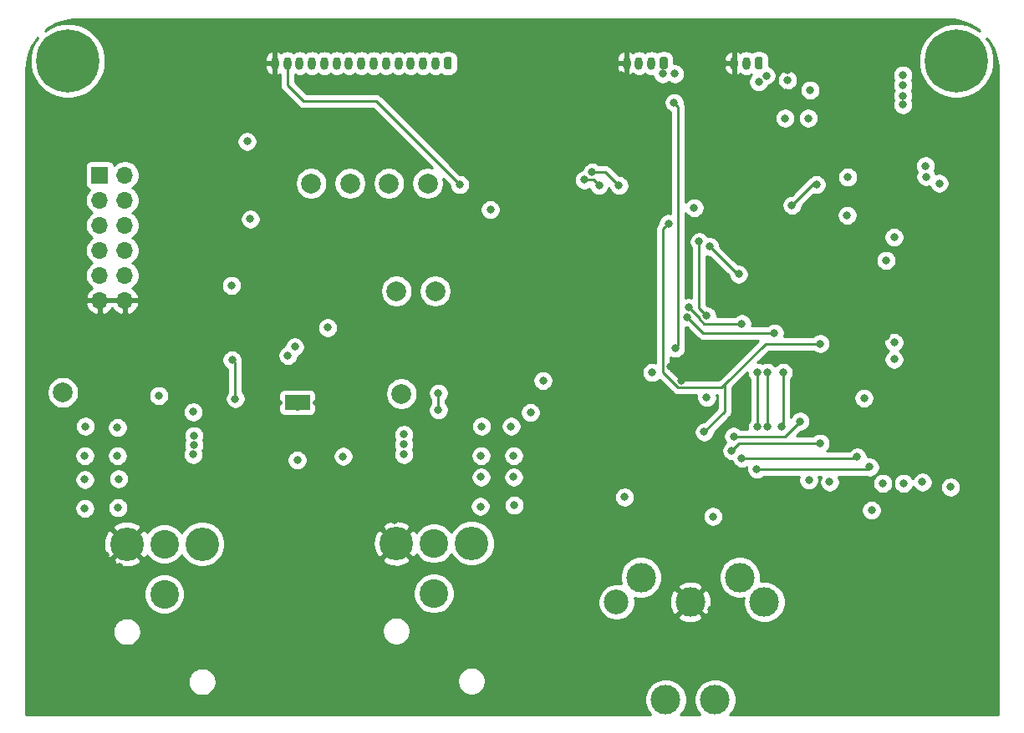
<source format=gbr>
%TF.GenerationSoftware,KiCad,Pcbnew,(5.1.6-0-10_14)*%
%TF.CreationDate,2021-01-19T18:17:05+00:00*%
%TF.ProjectId,lawrencebutton,6c617772-656e-4636-9562-7574746f6e2e,rev?*%
%TF.SameCoordinates,Original*%
%TF.FileFunction,Copper,L4,Bot*%
%TF.FilePolarity,Positive*%
%FSLAX46Y46*%
G04 Gerber Fmt 4.6, Leading zero omitted, Abs format (unit mm)*
G04 Created by KiCad (PCBNEW (5.1.6-0-10_14)) date 2021-01-19 18:17:05*
%MOMM*%
%LPD*%
G01*
G04 APERTURE LIST*
%TA.AperFunction,ComponentPad*%
%ADD10C,3.000000*%
%TD*%
%TA.AperFunction,ComponentPad*%
%ADD11C,2.500000*%
%TD*%
%TA.AperFunction,ComponentPad*%
%ADD12R,1.700000X1.700000*%
%TD*%
%TA.AperFunction,ComponentPad*%
%ADD13O,1.700000X1.700000*%
%TD*%
%TA.AperFunction,ComponentPad*%
%ADD14C,2.000000*%
%TD*%
%TA.AperFunction,ComponentPad*%
%ADD15C,3.400000*%
%TD*%
%TA.AperFunction,ComponentPad*%
%ADD16C,2.900000*%
%TD*%
%TA.AperFunction,ComponentPad*%
%ADD17O,0.800000X1.300000*%
%TD*%
%TA.AperFunction,ViaPad*%
%ADD18C,0.500000*%
%TD*%
%TA.AperFunction,Conductor*%
%ADD19R,2.500000X1.500000*%
%TD*%
%TA.AperFunction,ComponentPad*%
%ADD20C,6.400000*%
%TD*%
%TA.AperFunction,ComponentPad*%
%ADD21C,0.800000*%
%TD*%
%TA.AperFunction,ViaPad*%
%ADD22C,0.800000*%
%TD*%
%TA.AperFunction,Conductor*%
%ADD23C,0.250000*%
%TD*%
%TA.AperFunction,Conductor*%
%ADD24C,0.254000*%
%TD*%
G04 APERTURE END LIST*
D10*
%TO.P,J2,MP*%
%TO.N,N/C*%
X16296000Y-130215000D03*
X21296000Y-130215000D03*
%TO.P,J2,2*%
%TO.N,GND*%
X18796000Y-120315000D03*
%TO.P,J2,1*%
%TO.N,Net-(J2-Pad1)*%
X26296000Y-120315000D03*
D11*
%TO.P,J2,3*%
%TO.N,Net-(J2-Pad3)*%
X11296000Y-120315000D03*
D10*
%TO.P,J2,4*%
%TO.N,Net-(FB4-Pad2)*%
X23796000Y-117815000D03*
%TO.P,J2,5*%
%TO.N,Net-(FB3-Pad1)*%
X13796000Y-117815000D03*
%TD*%
D12*
%TO.P,J12,1*%
%TO.N,GPIO1*%
X-41021000Y-77025500D03*
D13*
%TO.P,J12,2*%
%TO.N,GPIO2*%
X-38481000Y-77025500D03*
%TO.P,J12,3*%
%TO.N,GPIO3*%
X-41021000Y-79565500D03*
%TO.P,J12,4*%
%TO.N,GPIO4*%
X-38481000Y-79565500D03*
%TO.P,J12,5*%
%TO.N,GPIO5*%
X-41021000Y-82105500D03*
%TO.P,J12,6*%
%TO.N,GPIO6*%
X-38481000Y-82105500D03*
%TO.P,J12,7*%
%TO.N,GPIO7*%
X-41021000Y-84645500D03*
%TO.P,J12,8*%
%TO.N,GPIO8*%
X-38481000Y-84645500D03*
%TO.P,J12,9*%
%TO.N,+5V*%
X-41021000Y-87185500D03*
%TO.P,J12,10*%
%TO.N,+3V3*%
X-38481000Y-87185500D03*
%TO.P,J12,11*%
%TO.N,GND*%
X-41021000Y-89725500D03*
%TO.P,J12,12*%
X-38481000Y-89725500D03*
%TD*%
D14*
%TO.P,TP8,1*%
%TO.N,I2C1_SDA*%
X-10985500Y-88773000D03*
%TD*%
D15*
%TO.P,J3,2*%
%TO.N,OUTL_P*%
X-30670500Y-114427000D03*
%TO.P,J3,1*%
%TO.N,GND*%
X-38290500Y-114427000D03*
D16*
%TO.P,J3,3*%
%TO.N,OUTL_N*%
X-34480500Y-114427000D03*
%TO.P,J3,G*%
%TO.N,Net-(J3-PadG)*%
X-34480500Y-119507000D03*
%TD*%
%TO.P,J4,G*%
%TO.N,Net-(J4-PadG)*%
X-7175500Y-119443500D03*
%TO.P,J4,3*%
%TO.N,OUTR_N*%
X-7175500Y-114363500D03*
D15*
%TO.P,J4,1*%
%TO.N,GND*%
X-10985500Y-114363500D03*
%TO.P,J4,2*%
%TO.N,OUTR_P*%
X-3365500Y-114363500D03*
%TD*%
%TO.P,J8,1*%
%TO.N,+5V*%
%TA.AperFunction,ComponentPad*%
G36*
G01*
X26117500Y-65209000D02*
X26117500Y-66109000D01*
G75*
G02*
X25917500Y-66309000I-200000J0D01*
G01*
X25517500Y-66309000D01*
G75*
G02*
X25317500Y-66109000I0J200000D01*
G01*
X25317500Y-65209000D01*
G75*
G02*
X25517500Y-65009000I200000J0D01*
G01*
X25917500Y-65009000D01*
G75*
G02*
X26117500Y-65209000I0J-200000D01*
G01*
G37*
%TD.AperFunction*%
D17*
%TO.P,J8,2*%
%TO.N,WS2812_5V*%
X24467500Y-65659000D03*
%TO.P,J8,3*%
%TO.N,GND*%
X23217500Y-65659000D03*
%TD*%
D18*
%TO.N,GND*%
%TO.C,U7*%
X-20018500Y-99576000D03*
X-20018500Y-100576000D03*
X-21018500Y-99576000D03*
X-21018500Y-100576000D03*
X-22018500Y-99576000D03*
X-22018500Y-100576000D03*
D19*
X-21018500Y-100076000D03*
%TD*%
%TO.P,J7,1*%
%TO.N,LCD_A*%
%TA.AperFunction,ComponentPad*%
G36*
G01*
X-5378500Y-65209000D02*
X-5378500Y-66109000D01*
G75*
G02*
X-5578500Y-66309000I-200000J0D01*
G01*
X-5978500Y-66309000D01*
G75*
G02*
X-6178500Y-66109000I0J200000D01*
G01*
X-6178500Y-65209000D01*
G75*
G02*
X-5978500Y-65009000I200000J0D01*
G01*
X-5578500Y-65009000D01*
G75*
G02*
X-5378500Y-65209000I0J-200000D01*
G01*
G37*
%TD.AperFunction*%
D17*
%TO.P,J7,2*%
%TO.N,LCD_B*%
X-7028500Y-65659000D03*
%TO.P,J7,3*%
%TO.N,LCD_C*%
X-8278500Y-65659000D03*
%TO.P,J7,4*%
%TO.N,LCD_D*%
X-9528500Y-65659000D03*
%TO.P,J7,5*%
%TO.N,LCD_E*%
X-10778500Y-65659000D03*
%TO.P,J7,6*%
%TO.N,LCD_F*%
X-12028500Y-65659000D03*
%TO.P,J7,7*%
%TO.N,LCD_G*%
X-13278500Y-65659000D03*
%TO.P,J7,8*%
%TO.N,LCD_DP*%
X-14528500Y-65659000D03*
%TO.P,J7,9*%
%TO.N,LCD_DIG1CC*%
X-15778500Y-65659000D03*
%TO.P,J7,10*%
%TO.N,LCD_DIG2CC*%
X-17028500Y-65659000D03*
%TO.P,J7,11*%
%TO.N,B_PREV*%
X-18278500Y-65659000D03*
%TO.P,J7,12*%
%TO.N,B_NEXT*%
X-19528500Y-65659000D03*
%TO.P,J7,13*%
%TO.N,B_STOP*%
X-20778500Y-65659000D03*
%TO.P,J7,14*%
%TO.N,NRST*%
X-22028500Y-65659000D03*
%TO.P,J7,15*%
%TO.N,GND*%
X-23278500Y-65659000D03*
%TD*%
D14*
%TO.P,TP1,1*%
%TO.N,I2S_MCK*%
X-7810500Y-77851000D03*
%TD*%
%TO.P,TP2,1*%
%TO.N,I2S_CK*%
X-11747500Y-77851000D03*
%TD*%
%TO.P,TP3,1*%
%TO.N,I2S_WS*%
X-19621500Y-77851000D03*
%TD*%
%TO.P,TP4,1*%
%TO.N,I2S_SD*%
X-15684500Y-77851000D03*
%TD*%
%TO.P,TP5,1*%
%TO.N,DAC_OUTL*%
X-44767500Y-99060000D03*
%TD*%
%TO.P,TP6,1*%
%TO.N,DAC_OUTR*%
X-10477500Y-99187000D03*
%TD*%
%TO.P,TP7,1*%
%TO.N,I2C1_SCL*%
X-7048500Y-88773000D03*
%TD*%
%TO.P,J9,1*%
%TO.N,+5V*%
%TA.AperFunction,ComponentPad*%
G36*
G01*
X16489000Y-65209000D02*
X16489000Y-66109000D01*
G75*
G02*
X16289000Y-66309000I-200000J0D01*
G01*
X15889000Y-66309000D01*
G75*
G02*
X15689000Y-66109000I0J200000D01*
G01*
X15689000Y-65209000D01*
G75*
G02*
X15889000Y-65009000I200000J0D01*
G01*
X16289000Y-65009000D01*
G75*
G02*
X16489000Y-65209000I0J-200000D01*
G01*
G37*
%TD.AperFunction*%
D17*
%TO.P,J9,2*%
%TO.N,Net-(J9-Pad2)*%
X14839000Y-65659000D03*
%TO.P,J9,3*%
%TO.N,Net-(J9-Pad3)*%
X13589000Y-65659000D03*
%TO.P,J9,4*%
%TO.N,GND*%
X12339000Y-65659000D03*
%TD*%
D20*
%TO.P,H1,1*%
%TO.N,N/C*%
X-44263000Y-65438000D03*
D21*
X-41863000Y-65438000D03*
X-42565944Y-67135056D03*
X-44263000Y-67838000D03*
X-45960056Y-67135056D03*
X-46663000Y-65438000D03*
X-45960056Y-63740944D03*
X-44263000Y-63038000D03*
X-42565944Y-63740944D03*
%TD*%
%TO.P,H2,1*%
%TO.N,N/C*%
X47434056Y-63740944D03*
X45737000Y-63038000D03*
X44039944Y-63740944D03*
X43337000Y-65438000D03*
X44039944Y-67135056D03*
X45737000Y-67838000D03*
X47434056Y-67135056D03*
X48137000Y-65438000D03*
D20*
X45737000Y-65438000D03*
%TD*%
D22*
%TO.N,+5V*%
X30734000Y-71247000D03*
%TO.N,+3V3*%
X39433500Y-93980000D03*
%TO.N,+5V*%
X25717500Y-67564000D03*
X28384500Y-71247000D03*
X26479500Y-66929000D03*
X21082000Y-111633000D03*
X-2413000Y-107632500D03*
X889000Y-107632500D03*
X952500Y-110490000D03*
X-2476500Y-110617000D03*
X-31496000Y-103441500D03*
X-31496000Y-104394000D03*
X-31559500Y-105346500D03*
X-21018500Y-105918000D03*
X-39116000Y-107823000D03*
X-42545000Y-107886500D03*
X-42545000Y-110807500D03*
X-39179500Y-110744000D03*
X42608500Y-76073000D03*
X3873500Y-97853500D03*
X-35052000Y-99377500D03*
X16002004Y-66738500D03*
X17208494Y-66738500D03*
%TO.N,GND*%
X45720000Y-93980000D03*
X46482000Y-91313000D03*
X42799000Y-87820500D03*
X47371000Y-86042500D03*
X36576000Y-82105500D03*
X30861000Y-66040000D03*
X33020000Y-75184000D03*
X23241000Y-67500500D03*
X22479000Y-66929000D03*
X11811000Y-66865500D03*
X10922000Y-66357500D03*
X-11684000Y-81978500D03*
X-19431000Y-94424500D03*
X-25400000Y-107124500D03*
X-16319500Y-107124500D03*
X-10223500Y-108585000D03*
X-31559500Y-108839000D03*
X-12255500Y-112204500D03*
X-13144500Y-112585500D03*
X-4699000Y-98742500D03*
X5588000Y-98742500D03*
X5588000Y-100012500D03*
X8572500Y-99441000D03*
X8509000Y-95758000D03*
%TO.N,+3V3*%
X36385500Y-99631500D03*
%TO.N,GND*%
X37211000Y-114681000D03*
X44831000Y-114744500D03*
X34099500Y-120142000D03*
X46672500Y-129349500D03*
X-39497000Y-99123500D03*
X-28321000Y-99060000D03*
X-29464000Y-101028500D03*
X-26733500Y-89979500D03*
X-26479500Y-92138500D03*
X-1333500Y-82105500D03*
X-31559500Y-109791500D03*
X-31559500Y-107950000D03*
X-10223500Y-107632500D03*
X-10223500Y-109537500D03*
X-40449500Y-115570000D03*
X-39814500Y-116268500D03*
X-38989000Y-116713000D03*
X-24511000Y-73596500D03*
X-24892000Y-79311500D03*
X-26987500Y-79184500D03*
X28638500Y-66357500D03*
X39052500Y-114236500D03*
X32067500Y-129286000D03*
X34036000Y-114617500D03*
X-11176000Y-112034510D03*
X-19478675Y-105902175D03*
X35623500Y-88074500D03*
X38608000Y-93345000D03*
X-20955000Y-92329000D03*
X34734492Y-75628500D03*
X41910000Y-93345000D03*
X35496500Y-100901500D03*
X28448000Y-68643500D03*
X-17208500Y-90360500D03*
X-16954504Y-91567000D03*
%TO.N,+3V3*%
X39433500Y-95694500D03*
X39433500Y-83312000D03*
X38608000Y-85661500D03*
X34671000Y-81089500D03*
X44005500Y-77851000D03*
X40322500Y-67881500D03*
X40322500Y-66865500D03*
X28638500Y-67373500D03*
X30924500Y-68389500D03*
X-1460500Y-80518000D03*
X-27686000Y-88201500D03*
X14922500Y-97028000D03*
X45148500Y-108648500D03*
X-25781000Y-81470500D03*
X-26098500Y-73596500D03*
X42658922Y-77171853D03*
X32893000Y-108140502D03*
X37147504Y-110998000D03*
X40386000Y-108267500D03*
X34734500Y-77216000D03*
X30797506Y-107950000D03*
X-17938748Y-92487748D03*
%TO.N,-5V*%
X-21272500Y-94424500D03*
X-21971000Y-95313500D03*
X-16383000Y-105537000D03*
X-2349500Y-102489000D03*
X889000Y-105473500D03*
X-2413000Y-105473500D03*
X-39243000Y-105473500D03*
X-31559500Y-101028500D03*
X-42481500Y-102489000D03*
X-42545000Y-105473500D03*
X-10223500Y-104330500D03*
X-10223500Y-103314500D03*
X-10223500Y-105346500D03*
X-39243000Y-102616000D03*
X645113Y-102493111D03*
X2603500Y-101092000D03*
%TO.N,OUTL_P*%
X-27305000Y-99695000D03*
X-27622500Y-95758000D03*
%TO.N,OUTR_N*%
X-6731000Y-99123500D03*
X-6731000Y-100838000D03*
%TO.N,SDIO_D1*%
X26606500Y-102552500D03*
X26606500Y-97028000D03*
%TO.N,SDIO_D2*%
X24003000Y-105727500D03*
%TO.N,SDIO_D3*%
X25527255Y-106859143D03*
%TO.N,SDIO_D0*%
X28194000Y-97028000D03*
X28010418Y-102568416D03*
%TO.N,SDIO_CD*%
X25590500Y-102552500D03*
X25590500Y-97028000D03*
%TO.N,SWO*%
X23177500Y-103505000D03*
X29908500Y-101981000D03*
%TO.N,+3V3*%
X12128500Y-109664500D03*
%TO.N,GND*%
X17208500Y-109664500D03*
X14668500Y-109664500D03*
X13462000Y-109664500D03*
X34544000Y-95250000D03*
X31432500Y-91249500D03*
X24828500Y-90233500D03*
X44005500Y-86042500D03*
X45593000Y-86042500D03*
X47434500Y-87757000D03*
X47498000Y-89471500D03*
X47498000Y-91122500D03*
X47434500Y-92837000D03*
X47371000Y-94742000D03*
X45466000Y-94869000D03*
X44005500Y-94361000D03*
X39687500Y-88265000D03*
X-23304500Y-67627500D03*
X19431000Y-79057500D03*
X20687814Y-79705686D03*
X-23826424Y-89204948D03*
X17907000Y-97853500D03*
X16764000Y-96393000D03*
X20446990Y-97409000D03*
X34616115Y-103414990D03*
X45847000Y-75438000D03*
X46672500Y-76835000D03*
X41275000Y-86233000D03*
X41275000Y-85217000D03*
X41148000Y-94869000D03*
X41275000Y-84201000D03*
X20955000Y-121094500D03*
X16510000Y-121348500D03*
X18796000Y-122745498D03*
%TO.N,+3V3*%
X40322484Y-69875000D03*
X40322500Y-68961016D03*
X19177000Y-80327500D03*
X20447000Y-99568000D03*
X38290500Y-108267500D03*
X42291000Y-108140496D03*
%TO.N,SDIO_D2*%
X35687000Y-105600500D03*
%TO.N,SDIO_D3*%
X36957000Y-106616501D03*
%TO.N,NRST*%
X31940500Y-94107000D03*
X-4572000Y-77978000D03*
X16573500Y-81915000D03*
X20193000Y-103060500D03*
%TO.N,Net-(J9-Pad2)*%
X17145000Y-69659500D03*
X17298510Y-94551500D03*
%TO.N,BOOT1*%
X29083000Y-80073500D03*
X31559500Y-77978000D03*
%TO.N,MIDI_OUT_5V*%
X31940500Y-104203500D03*
X22987000Y-104965500D03*
%TO.N,I2S_MCK*%
X19685000Y-83756500D03*
X20452976Y-91289540D03*
%TO.N,I2S_WS*%
X20764500Y-84264500D03*
X23685500Y-87058500D03*
X11557000Y-78072979D03*
X8847215Y-76716029D03*
%TO.N,I2S_SD*%
X8053453Y-77502012D03*
X9550579Y-78072979D03*
%TO.N,I2C1_SCL*%
X24003000Y-92075000D03*
X18608517Y-90442203D03*
%TO.N,I2C1_SDA*%
X27305000Y-93027500D03*
X18478500Y-91440000D03*
%TD*%
D23*
%TO.N,OUTL_P*%
X-27305000Y-99695000D02*
X-27305000Y-96075500D01*
X-27305000Y-96075500D02*
X-27622500Y-95758000D01*
%TO.N,OUTR_N*%
X-6731000Y-99123500D02*
X-6731000Y-100838000D01*
%TO.N,SDIO_D1*%
X26606500Y-102552500D02*
X26606500Y-97091500D01*
X26606500Y-97091500D02*
X26606500Y-97028000D01*
%TO.N,SDIO_D0*%
X28194000Y-97028000D02*
X28194000Y-102384834D01*
X28194000Y-102384834D02*
X28010418Y-102568416D01*
%TO.N,SDIO_CD*%
X25590500Y-97409000D02*
X25590500Y-97028000D01*
X25590500Y-102552500D02*
X25590500Y-97409000D01*
X25590500Y-97409000D02*
X25590500Y-97155000D01*
%TO.N,SWO*%
X23177500Y-103505000D02*
X28384500Y-103505000D01*
X28384500Y-103505000D02*
X29908500Y-101981000D01*
%TO.N,GND*%
X-23278500Y-67601500D02*
X-23304500Y-67627500D01*
X-23278500Y-65659000D02*
X-23278500Y-67601500D01*
%TO.N,SDIO_D2*%
X24003000Y-105727500D02*
X35560000Y-105727500D01*
X35560000Y-105727500D02*
X35687000Y-105600500D01*
%TO.N,SDIO_D3*%
X25527255Y-106859143D02*
X36714358Y-106859143D01*
X36714358Y-106859143D02*
X36957000Y-106616501D01*
%TO.N,NRST*%
X-13017500Y-69532500D02*
X-4572000Y-77978000D01*
X26416000Y-94107000D02*
X22290818Y-98232182D01*
X31940500Y-94107000D02*
X26416000Y-94107000D01*
X22290818Y-100962682D02*
X20193000Y-103060500D01*
X22290818Y-98232182D02*
X22290818Y-100962682D01*
X-22028500Y-67887500D02*
X-22028500Y-65659000D01*
X-20383500Y-69532500D02*
X-22028500Y-67887500D01*
X-20383500Y-69532500D02*
X-13017500Y-69532500D01*
X21944499Y-98578501D02*
X17558999Y-98578501D01*
X17558999Y-98578501D02*
X16038999Y-97058501D01*
X16038999Y-82449501D02*
X16173501Y-82314999D01*
X22290818Y-98232182D02*
X21944499Y-98578501D01*
X16173501Y-82314999D02*
X16573500Y-81915000D01*
X16038999Y-97058501D02*
X16038999Y-82449501D01*
%TO.N,Net-(J9-Pad2)*%
X17544999Y-70059499D02*
X17544999Y-94305011D01*
X17145000Y-69659500D02*
X17544999Y-70059499D01*
X17544999Y-94305011D02*
X17298510Y-94551500D01*
%TO.N,BOOT1*%
X29083000Y-80073500D02*
X31242000Y-77914500D01*
X31496000Y-77914500D02*
X31559500Y-77978000D01*
X31242000Y-77914500D02*
X31496000Y-77914500D01*
%TO.N,MIDI_OUT_5V*%
X23749000Y-104203500D02*
X22987000Y-104965500D01*
X31940500Y-104203500D02*
X23749000Y-104203500D01*
%TO.N,I2S_MCK*%
X19685000Y-90521564D02*
X20452976Y-91289540D01*
X19685000Y-83756500D02*
X19685000Y-90521564D01*
%TO.N,I2S_WS*%
X23558500Y-87058500D02*
X23685500Y-87058500D01*
X20764500Y-84264500D02*
X23558500Y-87058500D01*
X10200050Y-76716029D02*
X8847215Y-76716029D01*
X11557000Y-78072979D02*
X10200050Y-76716029D01*
%TO.N,I2S_SD*%
X8979612Y-77502012D02*
X9550579Y-78072979D01*
X8053453Y-77502012D02*
X8979612Y-77502012D01*
%TO.N,I2C1_SCL*%
X24003000Y-92075000D02*
X20193000Y-92075000D01*
X19711502Y-91545188D02*
X18608517Y-90442203D01*
X20193000Y-92075000D02*
X19711502Y-91593502D01*
X19711502Y-91593502D02*
X19711502Y-91545188D01*
%TO.N,I2C1_SDA*%
X27305000Y-93027500D02*
X20066000Y-93027500D01*
X20066000Y-93027500D02*
X18478500Y-91440000D01*
%TD*%
D24*
%TO.N,GND*%
G36*
X45596504Y-61246143D02*
G01*
X46432929Y-61456238D01*
X47223810Y-61800123D01*
X47947902Y-62268560D01*
X48090203Y-62398045D01*
X47553554Y-62039467D01*
X46855628Y-61750377D01*
X46114715Y-61603000D01*
X45359285Y-61603000D01*
X44618372Y-61750377D01*
X43920446Y-62039467D01*
X43292330Y-62459161D01*
X42758161Y-62993330D01*
X42338467Y-63621446D01*
X42049377Y-64319372D01*
X41902000Y-65060285D01*
X41902000Y-65815715D01*
X42049377Y-66556628D01*
X42338467Y-67254554D01*
X42758161Y-67882670D01*
X43292330Y-68416839D01*
X43920446Y-68836533D01*
X44618372Y-69125623D01*
X45359285Y-69273000D01*
X46114715Y-69273000D01*
X46855628Y-69125623D01*
X47553554Y-68836533D01*
X48181670Y-68416839D01*
X48715839Y-67882670D01*
X49135533Y-67254554D01*
X49424623Y-66556628D01*
X49572000Y-65815715D01*
X49572000Y-65060285D01*
X49424623Y-64319372D01*
X49135533Y-63621446D01*
X48804145Y-63125489D01*
X49120265Y-63525767D01*
X49537049Y-64280769D01*
X49824927Y-65093713D01*
X49978427Y-65955453D01*
X50002000Y-66455320D01*
X50002001Y-131703000D01*
X22827346Y-131703000D01*
X22954363Y-131575983D01*
X23188012Y-131226302D01*
X23348953Y-130837756D01*
X23431000Y-130425279D01*
X23431000Y-130004721D01*
X23348953Y-129592244D01*
X23188012Y-129203698D01*
X22954363Y-128854017D01*
X22656983Y-128556637D01*
X22307302Y-128322988D01*
X21918756Y-128162047D01*
X21506279Y-128080000D01*
X21085721Y-128080000D01*
X20673244Y-128162047D01*
X20284698Y-128322988D01*
X19935017Y-128556637D01*
X19637637Y-128854017D01*
X19403988Y-129203698D01*
X19243047Y-129592244D01*
X19161000Y-130004721D01*
X19161000Y-130425279D01*
X19243047Y-130837756D01*
X19403988Y-131226302D01*
X19637637Y-131575983D01*
X19764654Y-131703000D01*
X17827346Y-131703000D01*
X17954363Y-131575983D01*
X18188012Y-131226302D01*
X18348953Y-130837756D01*
X18431000Y-130425279D01*
X18431000Y-130004721D01*
X18348953Y-129592244D01*
X18188012Y-129203698D01*
X17954363Y-128854017D01*
X17656983Y-128556637D01*
X17307302Y-128322988D01*
X16918756Y-128162047D01*
X16506279Y-128080000D01*
X16085721Y-128080000D01*
X15673244Y-128162047D01*
X15284698Y-128322988D01*
X14935017Y-128556637D01*
X14637637Y-128854017D01*
X14403988Y-129203698D01*
X14243047Y-129592244D01*
X14161000Y-130004721D01*
X14161000Y-130425279D01*
X14243047Y-130837756D01*
X14403988Y-131226302D01*
X14637637Y-131575983D01*
X14764654Y-131703000D01*
X-48528000Y-131703000D01*
X-48528000Y-128255665D01*
X-32105500Y-128255665D01*
X-32105500Y-128538335D01*
X-32050353Y-128815574D01*
X-31942180Y-129076727D01*
X-31785137Y-129311759D01*
X-31585259Y-129511637D01*
X-31350227Y-129668680D01*
X-31089074Y-129776853D01*
X-30811835Y-129832000D01*
X-30529165Y-129832000D01*
X-30251926Y-129776853D01*
X-29990773Y-129668680D01*
X-29755741Y-129511637D01*
X-29555863Y-129311759D01*
X-29398820Y-129076727D01*
X-29290647Y-128815574D01*
X-29235500Y-128538335D01*
X-29235500Y-128255665D01*
X-29248131Y-128192165D01*
X-4800500Y-128192165D01*
X-4800500Y-128474835D01*
X-4745353Y-128752074D01*
X-4637180Y-129013227D01*
X-4480137Y-129248259D01*
X-4280259Y-129448137D01*
X-4045227Y-129605180D01*
X-3784074Y-129713353D01*
X-3506835Y-129768500D01*
X-3224165Y-129768500D01*
X-2946926Y-129713353D01*
X-2685773Y-129605180D01*
X-2450741Y-129448137D01*
X-2250863Y-129248259D01*
X-2093820Y-129013227D01*
X-1985647Y-128752074D01*
X-1930500Y-128474835D01*
X-1930500Y-128192165D01*
X-1985647Y-127914926D01*
X-2093820Y-127653773D01*
X-2250863Y-127418741D01*
X-2450741Y-127218863D01*
X-2685773Y-127061820D01*
X-2946926Y-126953647D01*
X-3224165Y-126898500D01*
X-3506835Y-126898500D01*
X-3784074Y-126953647D01*
X-4045227Y-127061820D01*
X-4280259Y-127218863D01*
X-4480137Y-127418741D01*
X-4637180Y-127653773D01*
X-4745353Y-127914926D01*
X-4800500Y-128192165D01*
X-29248131Y-128192165D01*
X-29290647Y-127978426D01*
X-29398820Y-127717273D01*
X-29555863Y-127482241D01*
X-29755741Y-127282363D01*
X-29990773Y-127125320D01*
X-30251926Y-127017147D01*
X-30529165Y-126962000D01*
X-30811835Y-126962000D01*
X-31089074Y-127017147D01*
X-31350227Y-127125320D01*
X-31585259Y-127282363D01*
X-31785137Y-127482241D01*
X-31942180Y-127717273D01*
X-32050353Y-127978426D01*
X-32105500Y-128255665D01*
X-48528000Y-128255665D01*
X-48528000Y-123175665D01*
X-39725500Y-123175665D01*
X-39725500Y-123458335D01*
X-39670353Y-123735574D01*
X-39562180Y-123996727D01*
X-39405137Y-124231759D01*
X-39205259Y-124431637D01*
X-38970227Y-124588680D01*
X-38709074Y-124696853D01*
X-38431835Y-124752000D01*
X-38149165Y-124752000D01*
X-37871926Y-124696853D01*
X-37610773Y-124588680D01*
X-37375741Y-124431637D01*
X-37175863Y-124231759D01*
X-37018820Y-123996727D01*
X-36910647Y-123735574D01*
X-36855500Y-123458335D01*
X-36855500Y-123175665D01*
X-36868131Y-123112165D01*
X-12420500Y-123112165D01*
X-12420500Y-123394835D01*
X-12365353Y-123672074D01*
X-12257180Y-123933227D01*
X-12100137Y-124168259D01*
X-11900259Y-124368137D01*
X-11665227Y-124525180D01*
X-11404074Y-124633353D01*
X-11126835Y-124688500D01*
X-10844165Y-124688500D01*
X-10566926Y-124633353D01*
X-10305773Y-124525180D01*
X-10070741Y-124368137D01*
X-9870863Y-124168259D01*
X-9713820Y-123933227D01*
X-9605647Y-123672074D01*
X-9550500Y-123394835D01*
X-9550500Y-123112165D01*
X-9605647Y-122834926D01*
X-9713820Y-122573773D01*
X-9870863Y-122338741D01*
X-10070741Y-122138863D01*
X-10305773Y-121981820D01*
X-10566926Y-121873647D01*
X-10844165Y-121818500D01*
X-11126835Y-121818500D01*
X-11404074Y-121873647D01*
X-11665227Y-121981820D01*
X-11900259Y-122138863D01*
X-12100137Y-122338741D01*
X-12257180Y-122573773D01*
X-12365353Y-122834926D01*
X-12420500Y-123112165D01*
X-36868131Y-123112165D01*
X-36910647Y-122898426D01*
X-37018820Y-122637273D01*
X-37175863Y-122402241D01*
X-37375741Y-122202363D01*
X-37610773Y-122045320D01*
X-37871926Y-121937147D01*
X-38149165Y-121882000D01*
X-38431835Y-121882000D01*
X-38709074Y-121937147D01*
X-38970227Y-122045320D01*
X-39205259Y-122202363D01*
X-39405137Y-122402241D01*
X-39562180Y-122637273D01*
X-39670353Y-122898426D01*
X-39725500Y-123175665D01*
X-48528000Y-123175665D01*
X-48528000Y-119301645D01*
X-36565500Y-119301645D01*
X-36565500Y-119712355D01*
X-36485374Y-120115172D01*
X-36328203Y-120494618D01*
X-36100025Y-120836110D01*
X-35809610Y-121126525D01*
X-35468118Y-121354703D01*
X-35088672Y-121511874D01*
X-34685855Y-121592000D01*
X-34275145Y-121592000D01*
X-33872328Y-121511874D01*
X-33492882Y-121354703D01*
X-33151390Y-121126525D01*
X-32860975Y-120836110D01*
X-32632797Y-120494618D01*
X-32475626Y-120115172D01*
X-32395500Y-119712355D01*
X-32395500Y-119301645D01*
X-32408131Y-119238145D01*
X-9260500Y-119238145D01*
X-9260500Y-119648855D01*
X-9180374Y-120051672D01*
X-9023203Y-120431118D01*
X-8795025Y-120772610D01*
X-8504610Y-121063025D01*
X-8163118Y-121291203D01*
X-7783672Y-121448374D01*
X-7380855Y-121528500D01*
X-6970145Y-121528500D01*
X-6567328Y-121448374D01*
X-6187882Y-121291203D01*
X-5846390Y-121063025D01*
X-5555975Y-120772610D01*
X-5327797Y-120431118D01*
X-5202799Y-120129344D01*
X9411000Y-120129344D01*
X9411000Y-120500656D01*
X9483439Y-120864834D01*
X9625534Y-121207882D01*
X9831825Y-121516618D01*
X10094382Y-121779175D01*
X10403118Y-121985466D01*
X10746166Y-122127561D01*
X11110344Y-122200000D01*
X11481656Y-122200000D01*
X11845834Y-122127561D01*
X12188882Y-121985466D01*
X12456494Y-121806653D01*
X17483952Y-121806653D01*
X17639962Y-122122214D01*
X18014745Y-122313020D01*
X18419551Y-122427044D01*
X18838824Y-122459902D01*
X19256451Y-122410334D01*
X19656383Y-122280243D01*
X19952038Y-122122214D01*
X20108048Y-121806653D01*
X18796000Y-120494605D01*
X17483952Y-121806653D01*
X12456494Y-121806653D01*
X12497618Y-121779175D01*
X12760175Y-121516618D01*
X12966466Y-121207882D01*
X13108561Y-120864834D01*
X13181000Y-120500656D01*
X13181000Y-120357824D01*
X16651098Y-120357824D01*
X16700666Y-120775451D01*
X16830757Y-121175383D01*
X16988786Y-121471038D01*
X17304347Y-121627048D01*
X18616395Y-120315000D01*
X18975605Y-120315000D01*
X20287653Y-121627048D01*
X20603214Y-121471038D01*
X20794020Y-121096255D01*
X20908044Y-120691449D01*
X20940902Y-120272176D01*
X20891334Y-119854549D01*
X20761243Y-119454617D01*
X20603214Y-119158962D01*
X20287653Y-119002952D01*
X18975605Y-120315000D01*
X18616395Y-120315000D01*
X17304347Y-119002952D01*
X16988786Y-119158962D01*
X16797980Y-119533745D01*
X16683956Y-119938551D01*
X16651098Y-120357824D01*
X13181000Y-120357824D01*
X13181000Y-120129344D01*
X13125034Y-119847984D01*
X13173244Y-119867953D01*
X13585721Y-119950000D01*
X14006279Y-119950000D01*
X14418756Y-119867953D01*
X14807302Y-119707012D01*
X15156983Y-119473363D01*
X15454363Y-119175983D01*
X15688012Y-118826302D01*
X15689236Y-118823347D01*
X17483952Y-118823347D01*
X18796000Y-120135395D01*
X20108048Y-118823347D01*
X19952038Y-118507786D01*
X19577255Y-118316980D01*
X19172449Y-118202956D01*
X18753176Y-118170098D01*
X18335549Y-118219666D01*
X17935617Y-118349757D01*
X17639962Y-118507786D01*
X17483952Y-118823347D01*
X15689236Y-118823347D01*
X15848953Y-118437756D01*
X15931000Y-118025279D01*
X15931000Y-117604721D01*
X21661000Y-117604721D01*
X21661000Y-118025279D01*
X21743047Y-118437756D01*
X21903988Y-118826302D01*
X22137637Y-119175983D01*
X22435017Y-119473363D01*
X22784698Y-119707012D01*
X23173244Y-119867953D01*
X23585721Y-119950000D01*
X24006279Y-119950000D01*
X24199418Y-119911582D01*
X24161000Y-120104721D01*
X24161000Y-120525279D01*
X24243047Y-120937756D01*
X24403988Y-121326302D01*
X24637637Y-121675983D01*
X24935017Y-121973363D01*
X25284698Y-122207012D01*
X25673244Y-122367953D01*
X26085721Y-122450000D01*
X26506279Y-122450000D01*
X26918756Y-122367953D01*
X27307302Y-122207012D01*
X27656983Y-121973363D01*
X27954363Y-121675983D01*
X28188012Y-121326302D01*
X28348953Y-120937756D01*
X28431000Y-120525279D01*
X28431000Y-120104721D01*
X28348953Y-119692244D01*
X28188012Y-119303698D01*
X27954363Y-118954017D01*
X27656983Y-118656637D01*
X27307302Y-118422988D01*
X26918756Y-118262047D01*
X26506279Y-118180000D01*
X26085721Y-118180000D01*
X25892582Y-118218418D01*
X25931000Y-118025279D01*
X25931000Y-117604721D01*
X25848953Y-117192244D01*
X25688012Y-116803698D01*
X25454363Y-116454017D01*
X25156983Y-116156637D01*
X24807302Y-115922988D01*
X24418756Y-115762047D01*
X24006279Y-115680000D01*
X23585721Y-115680000D01*
X23173244Y-115762047D01*
X22784698Y-115922988D01*
X22435017Y-116156637D01*
X22137637Y-116454017D01*
X21903988Y-116803698D01*
X21743047Y-117192244D01*
X21661000Y-117604721D01*
X15931000Y-117604721D01*
X15848953Y-117192244D01*
X15688012Y-116803698D01*
X15454363Y-116454017D01*
X15156983Y-116156637D01*
X14807302Y-115922988D01*
X14418756Y-115762047D01*
X14006279Y-115680000D01*
X13585721Y-115680000D01*
X13173244Y-115762047D01*
X12784698Y-115922988D01*
X12435017Y-116156637D01*
X12137637Y-116454017D01*
X11903988Y-116803698D01*
X11743047Y-117192244D01*
X11661000Y-117604721D01*
X11661000Y-118025279D01*
X11743047Y-118437756D01*
X11763016Y-118485966D01*
X11481656Y-118430000D01*
X11110344Y-118430000D01*
X10746166Y-118502439D01*
X10403118Y-118644534D01*
X10094382Y-118850825D01*
X9831825Y-119113382D01*
X9625534Y-119422118D01*
X9483439Y-119765166D01*
X9411000Y-120129344D01*
X-5202799Y-120129344D01*
X-5170626Y-120051672D01*
X-5090500Y-119648855D01*
X-5090500Y-119238145D01*
X-5170626Y-118835328D01*
X-5327797Y-118455882D01*
X-5555975Y-118114390D01*
X-5846390Y-117823975D01*
X-6187882Y-117595797D01*
X-6567328Y-117438626D01*
X-6970145Y-117358500D01*
X-7380855Y-117358500D01*
X-7783672Y-117438626D01*
X-8163118Y-117595797D01*
X-8504610Y-117823975D01*
X-8795025Y-118114390D01*
X-9023203Y-118455882D01*
X-9180374Y-118835328D01*
X-9260500Y-119238145D01*
X-32408131Y-119238145D01*
X-32475626Y-118898828D01*
X-32632797Y-118519382D01*
X-32860975Y-118177890D01*
X-33151390Y-117887475D01*
X-33492882Y-117659297D01*
X-33872328Y-117502126D01*
X-34275145Y-117422000D01*
X-34685855Y-117422000D01*
X-35088672Y-117502126D01*
X-35468118Y-117659297D01*
X-35809610Y-117887475D01*
X-36100025Y-118177890D01*
X-36328203Y-118519382D01*
X-36485374Y-118898828D01*
X-36565500Y-119301645D01*
X-48528000Y-119301645D01*
X-48528000Y-116061023D01*
X-39744918Y-116061023D01*
X-39564852Y-116397060D01*
X-39156026Y-116607820D01*
X-38713938Y-116734772D01*
X-38255578Y-116773037D01*
X-37798560Y-116721146D01*
X-37360447Y-116581092D01*
X-37016148Y-116397060D01*
X-36836082Y-116061023D01*
X-38290500Y-114606605D01*
X-39744918Y-116061023D01*
X-48528000Y-116061023D01*
X-48528000Y-114461922D01*
X-40636537Y-114461922D01*
X-40584646Y-114918940D01*
X-40444592Y-115357053D01*
X-40260560Y-115701352D01*
X-39924523Y-115881418D01*
X-38470105Y-114427000D01*
X-38110895Y-114427000D01*
X-36656477Y-115881418D01*
X-36320440Y-115701352D01*
X-36240380Y-115546054D01*
X-36100025Y-115756110D01*
X-35809610Y-116046525D01*
X-35468118Y-116274703D01*
X-35088672Y-116431874D01*
X-34685855Y-116512000D01*
X-34275145Y-116512000D01*
X-33872328Y-116431874D01*
X-33492882Y-116274703D01*
X-33151390Y-116046525D01*
X-32860975Y-115756110D01*
X-32725836Y-115553861D01*
X-32484213Y-115915476D01*
X-32158976Y-116240713D01*
X-31776537Y-116496250D01*
X-31351594Y-116672267D01*
X-30900477Y-116762000D01*
X-30440523Y-116762000D01*
X-29989406Y-116672267D01*
X-29564463Y-116496250D01*
X-29182024Y-116240713D01*
X-28938834Y-115997523D01*
X-12439918Y-115997523D01*
X-12259852Y-116333560D01*
X-11851026Y-116544320D01*
X-11408938Y-116671272D01*
X-10950578Y-116709537D01*
X-10493560Y-116657646D01*
X-10055447Y-116517592D01*
X-9711148Y-116333560D01*
X-9531082Y-115997523D01*
X-10985500Y-114543105D01*
X-12439918Y-115997523D01*
X-28938834Y-115997523D01*
X-28856787Y-115915476D01*
X-28601250Y-115533037D01*
X-28425233Y-115108094D01*
X-28335500Y-114656977D01*
X-28335500Y-114398422D01*
X-13331537Y-114398422D01*
X-13279646Y-114855440D01*
X-13139592Y-115293553D01*
X-12955560Y-115637852D01*
X-12619523Y-115817918D01*
X-11165105Y-114363500D01*
X-10805895Y-114363500D01*
X-9351477Y-115817918D01*
X-9015440Y-115637852D01*
X-8935380Y-115482554D01*
X-8795025Y-115692610D01*
X-8504610Y-115983025D01*
X-8163118Y-116211203D01*
X-7783672Y-116368374D01*
X-7380855Y-116448500D01*
X-6970145Y-116448500D01*
X-6567328Y-116368374D01*
X-6187882Y-116211203D01*
X-5846390Y-115983025D01*
X-5555975Y-115692610D01*
X-5420836Y-115490361D01*
X-5179213Y-115851976D01*
X-4853976Y-116177213D01*
X-4471537Y-116432750D01*
X-4046594Y-116608767D01*
X-3595477Y-116698500D01*
X-3135523Y-116698500D01*
X-2684406Y-116608767D01*
X-2259463Y-116432750D01*
X-1877024Y-116177213D01*
X-1551787Y-115851976D01*
X-1296250Y-115469537D01*
X-1120233Y-115044594D01*
X-1030500Y-114593477D01*
X-1030500Y-114133523D01*
X-1120233Y-113682406D01*
X-1296250Y-113257463D01*
X-1551787Y-112875024D01*
X-1877024Y-112549787D01*
X-2259463Y-112294250D01*
X-2684406Y-112118233D01*
X-3135523Y-112028500D01*
X-3595477Y-112028500D01*
X-4046594Y-112118233D01*
X-4471537Y-112294250D01*
X-4853976Y-112549787D01*
X-5179213Y-112875024D01*
X-5420836Y-113236639D01*
X-5555975Y-113034390D01*
X-5846390Y-112743975D01*
X-6187882Y-112515797D01*
X-6567328Y-112358626D01*
X-6970145Y-112278500D01*
X-7380855Y-112278500D01*
X-7783672Y-112358626D01*
X-8163118Y-112515797D01*
X-8504610Y-112743975D01*
X-8795025Y-113034390D01*
X-8933742Y-113241994D01*
X-9015440Y-113089148D01*
X-9351477Y-112909082D01*
X-10805895Y-114363500D01*
X-11165105Y-114363500D01*
X-12619523Y-112909082D01*
X-12955560Y-113089148D01*
X-13166320Y-113497974D01*
X-13293272Y-113940062D01*
X-13331537Y-114398422D01*
X-28335500Y-114398422D01*
X-28335500Y-114197023D01*
X-28425233Y-113745906D01*
X-28601250Y-113320963D01*
X-28856787Y-112938524D01*
X-29065834Y-112729477D01*
X-12439918Y-112729477D01*
X-10985500Y-114183895D01*
X-9531082Y-112729477D01*
X-9711148Y-112393440D01*
X-10119974Y-112182680D01*
X-10562062Y-112055728D01*
X-11020422Y-112017463D01*
X-11477440Y-112069354D01*
X-11915553Y-112209408D01*
X-12259852Y-112393440D01*
X-12439918Y-112729477D01*
X-29065834Y-112729477D01*
X-29182024Y-112613287D01*
X-29564463Y-112357750D01*
X-29989406Y-112181733D01*
X-30440523Y-112092000D01*
X-30900477Y-112092000D01*
X-31351594Y-112181733D01*
X-31776537Y-112357750D01*
X-32158976Y-112613287D01*
X-32484213Y-112938524D01*
X-32725836Y-113300139D01*
X-32860975Y-113097890D01*
X-33151390Y-112807475D01*
X-33492882Y-112579297D01*
X-33872328Y-112422126D01*
X-34275145Y-112342000D01*
X-34685855Y-112342000D01*
X-35088672Y-112422126D01*
X-35468118Y-112579297D01*
X-35809610Y-112807475D01*
X-36100025Y-113097890D01*
X-36238742Y-113305494D01*
X-36320440Y-113152648D01*
X-36656477Y-112972582D01*
X-38110895Y-114427000D01*
X-38470105Y-114427000D01*
X-39924523Y-112972582D01*
X-40260560Y-113152648D01*
X-40471320Y-113561474D01*
X-40598272Y-114003562D01*
X-40636537Y-114461922D01*
X-48528000Y-114461922D01*
X-48528000Y-112792977D01*
X-39744918Y-112792977D01*
X-38290500Y-114247395D01*
X-36836082Y-112792977D01*
X-37016148Y-112456940D01*
X-37424974Y-112246180D01*
X-37867062Y-112119228D01*
X-38325422Y-112080963D01*
X-38782440Y-112132854D01*
X-39220553Y-112272908D01*
X-39564852Y-112456940D01*
X-39744918Y-112792977D01*
X-48528000Y-112792977D01*
X-48528000Y-110705561D01*
X-43580000Y-110705561D01*
X-43580000Y-110909439D01*
X-43540226Y-111109398D01*
X-43462205Y-111297756D01*
X-43348937Y-111467274D01*
X-43204774Y-111611437D01*
X-43035256Y-111724705D01*
X-42846898Y-111802726D01*
X-42646939Y-111842500D01*
X-42443061Y-111842500D01*
X-42243102Y-111802726D01*
X-42054744Y-111724705D01*
X-41885226Y-111611437D01*
X-41741063Y-111467274D01*
X-41627795Y-111297756D01*
X-41549774Y-111109398D01*
X-41510000Y-110909439D01*
X-41510000Y-110705561D01*
X-41522630Y-110642061D01*
X-40214500Y-110642061D01*
X-40214500Y-110845939D01*
X-40174726Y-111045898D01*
X-40096705Y-111234256D01*
X-39983437Y-111403774D01*
X-39839274Y-111547937D01*
X-39669756Y-111661205D01*
X-39481398Y-111739226D01*
X-39281439Y-111779000D01*
X-39077561Y-111779000D01*
X-38877602Y-111739226D01*
X-38689244Y-111661205D01*
X-38519726Y-111547937D01*
X-38375563Y-111403774D01*
X-38262295Y-111234256D01*
X-38184274Y-111045898D01*
X-38144500Y-110845939D01*
X-38144500Y-110642061D01*
X-38169761Y-110515061D01*
X-3511500Y-110515061D01*
X-3511500Y-110718939D01*
X-3471726Y-110918898D01*
X-3393705Y-111107256D01*
X-3280437Y-111276774D01*
X-3136274Y-111420937D01*
X-2966756Y-111534205D01*
X-2778398Y-111612226D01*
X-2578439Y-111652000D01*
X-2374561Y-111652000D01*
X-2174602Y-111612226D01*
X-1986244Y-111534205D01*
X-1981539Y-111531061D01*
X20047000Y-111531061D01*
X20047000Y-111734939D01*
X20086774Y-111934898D01*
X20164795Y-112123256D01*
X20278063Y-112292774D01*
X20422226Y-112436937D01*
X20591744Y-112550205D01*
X20780102Y-112628226D01*
X20980061Y-112668000D01*
X21183939Y-112668000D01*
X21383898Y-112628226D01*
X21572256Y-112550205D01*
X21741774Y-112436937D01*
X21885937Y-112292774D01*
X21999205Y-112123256D01*
X22077226Y-111934898D01*
X22117000Y-111734939D01*
X22117000Y-111531061D01*
X22077226Y-111331102D01*
X21999205Y-111142744D01*
X21885937Y-110973226D01*
X21808772Y-110896061D01*
X36112504Y-110896061D01*
X36112504Y-111099939D01*
X36152278Y-111299898D01*
X36230299Y-111488256D01*
X36343567Y-111657774D01*
X36487730Y-111801937D01*
X36657248Y-111915205D01*
X36845606Y-111993226D01*
X37045565Y-112033000D01*
X37249443Y-112033000D01*
X37449402Y-111993226D01*
X37637760Y-111915205D01*
X37807278Y-111801937D01*
X37951441Y-111657774D01*
X38064709Y-111488256D01*
X38142730Y-111299898D01*
X38182504Y-111099939D01*
X38182504Y-110896061D01*
X38142730Y-110696102D01*
X38064709Y-110507744D01*
X37951441Y-110338226D01*
X37807278Y-110194063D01*
X37637760Y-110080795D01*
X37449402Y-110002774D01*
X37249443Y-109963000D01*
X37045565Y-109963000D01*
X36845606Y-110002774D01*
X36657248Y-110080795D01*
X36487730Y-110194063D01*
X36343567Y-110338226D01*
X36230299Y-110507744D01*
X36152278Y-110696102D01*
X36112504Y-110896061D01*
X21808772Y-110896061D01*
X21741774Y-110829063D01*
X21572256Y-110715795D01*
X21383898Y-110637774D01*
X21183939Y-110598000D01*
X20980061Y-110598000D01*
X20780102Y-110637774D01*
X20591744Y-110715795D01*
X20422226Y-110829063D01*
X20278063Y-110973226D01*
X20164795Y-111142744D01*
X20086774Y-111331102D01*
X20047000Y-111531061D01*
X-1981539Y-111531061D01*
X-1816726Y-111420937D01*
X-1672563Y-111276774D01*
X-1559295Y-111107256D01*
X-1481274Y-110918898D01*
X-1441500Y-110718939D01*
X-1441500Y-110515061D01*
X-1466761Y-110388061D01*
X-82500Y-110388061D01*
X-82500Y-110591939D01*
X-42726Y-110791898D01*
X35295Y-110980256D01*
X148563Y-111149774D01*
X292726Y-111293937D01*
X462244Y-111407205D01*
X650602Y-111485226D01*
X850561Y-111525000D01*
X1054439Y-111525000D01*
X1254398Y-111485226D01*
X1442756Y-111407205D01*
X1612274Y-111293937D01*
X1756437Y-111149774D01*
X1869705Y-110980256D01*
X1947726Y-110791898D01*
X1987500Y-110591939D01*
X1987500Y-110388061D01*
X1947726Y-110188102D01*
X1869705Y-109999744D01*
X1756437Y-109830226D01*
X1612274Y-109686063D01*
X1442756Y-109572795D01*
X1418050Y-109562561D01*
X11093500Y-109562561D01*
X11093500Y-109766439D01*
X11133274Y-109966398D01*
X11211295Y-110154756D01*
X11324563Y-110324274D01*
X11468726Y-110468437D01*
X11638244Y-110581705D01*
X11826602Y-110659726D01*
X12026561Y-110699500D01*
X12230439Y-110699500D01*
X12430398Y-110659726D01*
X12618756Y-110581705D01*
X12788274Y-110468437D01*
X12932437Y-110324274D01*
X13045705Y-110154756D01*
X13123726Y-109966398D01*
X13163500Y-109766439D01*
X13163500Y-109562561D01*
X13123726Y-109362602D01*
X13045705Y-109174244D01*
X12932437Y-109004726D01*
X12788274Y-108860563D01*
X12618756Y-108747295D01*
X12430398Y-108669274D01*
X12230439Y-108629500D01*
X12026561Y-108629500D01*
X11826602Y-108669274D01*
X11638244Y-108747295D01*
X11468726Y-108860563D01*
X11324563Y-109004726D01*
X11211295Y-109174244D01*
X11133274Y-109362602D01*
X11093500Y-109562561D01*
X1418050Y-109562561D01*
X1254398Y-109494774D01*
X1054439Y-109455000D01*
X850561Y-109455000D01*
X650602Y-109494774D01*
X462244Y-109572795D01*
X292726Y-109686063D01*
X148563Y-109830226D01*
X35295Y-109999744D01*
X-42726Y-110188102D01*
X-82500Y-110388061D01*
X-1466761Y-110388061D01*
X-1481274Y-110315102D01*
X-1559295Y-110126744D01*
X-1672563Y-109957226D01*
X-1816726Y-109813063D01*
X-1986244Y-109699795D01*
X-2174602Y-109621774D01*
X-2374561Y-109582000D01*
X-2578439Y-109582000D01*
X-2778398Y-109621774D01*
X-2966756Y-109699795D01*
X-3136274Y-109813063D01*
X-3280437Y-109957226D01*
X-3393705Y-110126744D01*
X-3471726Y-110315102D01*
X-3511500Y-110515061D01*
X-38169761Y-110515061D01*
X-38184274Y-110442102D01*
X-38262295Y-110253744D01*
X-38375563Y-110084226D01*
X-38519726Y-109940063D01*
X-38689244Y-109826795D01*
X-38877602Y-109748774D01*
X-39077561Y-109709000D01*
X-39281439Y-109709000D01*
X-39481398Y-109748774D01*
X-39669756Y-109826795D01*
X-39839274Y-109940063D01*
X-39983437Y-110084226D01*
X-40096705Y-110253744D01*
X-40174726Y-110442102D01*
X-40214500Y-110642061D01*
X-41522630Y-110642061D01*
X-41549774Y-110505602D01*
X-41627795Y-110317244D01*
X-41741063Y-110147726D01*
X-41885226Y-110003563D01*
X-42054744Y-109890295D01*
X-42243102Y-109812274D01*
X-42443061Y-109772500D01*
X-42646939Y-109772500D01*
X-42846898Y-109812274D01*
X-43035256Y-109890295D01*
X-43204774Y-110003563D01*
X-43348937Y-110147726D01*
X-43462205Y-110317244D01*
X-43540226Y-110505602D01*
X-43580000Y-110705561D01*
X-48528000Y-110705561D01*
X-48528000Y-107784561D01*
X-43580000Y-107784561D01*
X-43580000Y-107988439D01*
X-43540226Y-108188398D01*
X-43462205Y-108376756D01*
X-43348937Y-108546274D01*
X-43204774Y-108690437D01*
X-43035256Y-108803705D01*
X-42846898Y-108881726D01*
X-42646939Y-108921500D01*
X-42443061Y-108921500D01*
X-42243102Y-108881726D01*
X-42054744Y-108803705D01*
X-41885226Y-108690437D01*
X-41741063Y-108546274D01*
X-41627795Y-108376756D01*
X-41549774Y-108188398D01*
X-41510000Y-107988439D01*
X-41510000Y-107784561D01*
X-41522630Y-107721061D01*
X-40151000Y-107721061D01*
X-40151000Y-107924939D01*
X-40111226Y-108124898D01*
X-40033205Y-108313256D01*
X-39919937Y-108482774D01*
X-39775774Y-108626937D01*
X-39606256Y-108740205D01*
X-39417898Y-108818226D01*
X-39217939Y-108858000D01*
X-39014061Y-108858000D01*
X-38814102Y-108818226D01*
X-38625744Y-108740205D01*
X-38456226Y-108626937D01*
X-38312063Y-108482774D01*
X-38198795Y-108313256D01*
X-38120774Y-108124898D01*
X-38081000Y-107924939D01*
X-38081000Y-107721061D01*
X-38118892Y-107530561D01*
X-3448000Y-107530561D01*
X-3448000Y-107734439D01*
X-3408226Y-107934398D01*
X-3330205Y-108122756D01*
X-3216937Y-108292274D01*
X-3072774Y-108436437D01*
X-2903256Y-108549705D01*
X-2714898Y-108627726D01*
X-2514939Y-108667500D01*
X-2311061Y-108667500D01*
X-2111102Y-108627726D01*
X-1922744Y-108549705D01*
X-1753226Y-108436437D01*
X-1609063Y-108292274D01*
X-1495795Y-108122756D01*
X-1417774Y-107934398D01*
X-1378000Y-107734439D01*
X-1378000Y-107530561D01*
X-146000Y-107530561D01*
X-146000Y-107734439D01*
X-106226Y-107934398D01*
X-28205Y-108122756D01*
X85063Y-108292274D01*
X229226Y-108436437D01*
X398744Y-108549705D01*
X587102Y-108627726D01*
X787061Y-108667500D01*
X990939Y-108667500D01*
X1190898Y-108627726D01*
X1379256Y-108549705D01*
X1548774Y-108436437D01*
X1692937Y-108292274D01*
X1806205Y-108122756D01*
X1884226Y-107934398D01*
X1924000Y-107734439D01*
X1924000Y-107530561D01*
X1884226Y-107330602D01*
X1806205Y-107142244D01*
X1692937Y-106972726D01*
X1548774Y-106828563D01*
X1379256Y-106715295D01*
X1190898Y-106637274D01*
X990939Y-106597500D01*
X787061Y-106597500D01*
X587102Y-106637274D01*
X398744Y-106715295D01*
X229226Y-106828563D01*
X85063Y-106972726D01*
X-28205Y-107142244D01*
X-106226Y-107330602D01*
X-146000Y-107530561D01*
X-1378000Y-107530561D01*
X-1417774Y-107330602D01*
X-1495795Y-107142244D01*
X-1609063Y-106972726D01*
X-1753226Y-106828563D01*
X-1922744Y-106715295D01*
X-2111102Y-106637274D01*
X-2311061Y-106597500D01*
X-2514939Y-106597500D01*
X-2714898Y-106637274D01*
X-2903256Y-106715295D01*
X-3072774Y-106828563D01*
X-3216937Y-106972726D01*
X-3330205Y-107142244D01*
X-3408226Y-107330602D01*
X-3448000Y-107530561D01*
X-38118892Y-107530561D01*
X-38120774Y-107521102D01*
X-38198795Y-107332744D01*
X-38312063Y-107163226D01*
X-38456226Y-107019063D01*
X-38625744Y-106905795D01*
X-38814102Y-106827774D01*
X-39014061Y-106788000D01*
X-39217939Y-106788000D01*
X-39417898Y-106827774D01*
X-39606256Y-106905795D01*
X-39775774Y-107019063D01*
X-39919937Y-107163226D01*
X-40033205Y-107332744D01*
X-40111226Y-107521102D01*
X-40151000Y-107721061D01*
X-41522630Y-107721061D01*
X-41549774Y-107584602D01*
X-41627795Y-107396244D01*
X-41741063Y-107226726D01*
X-41885226Y-107082563D01*
X-42054744Y-106969295D01*
X-42243102Y-106891274D01*
X-42443061Y-106851500D01*
X-42646939Y-106851500D01*
X-42846898Y-106891274D01*
X-43035256Y-106969295D01*
X-43204774Y-107082563D01*
X-43348937Y-107226726D01*
X-43462205Y-107396244D01*
X-43540226Y-107584602D01*
X-43580000Y-107784561D01*
X-48528000Y-107784561D01*
X-48528000Y-105371561D01*
X-43580000Y-105371561D01*
X-43580000Y-105575439D01*
X-43540226Y-105775398D01*
X-43462205Y-105963756D01*
X-43348937Y-106133274D01*
X-43204774Y-106277437D01*
X-43035256Y-106390705D01*
X-42846898Y-106468726D01*
X-42646939Y-106508500D01*
X-42443061Y-106508500D01*
X-42243102Y-106468726D01*
X-42054744Y-106390705D01*
X-41885226Y-106277437D01*
X-41741063Y-106133274D01*
X-41627795Y-105963756D01*
X-41549774Y-105775398D01*
X-41510000Y-105575439D01*
X-41510000Y-105371561D01*
X-40278000Y-105371561D01*
X-40278000Y-105575439D01*
X-40238226Y-105775398D01*
X-40160205Y-105963756D01*
X-40046937Y-106133274D01*
X-39902774Y-106277437D01*
X-39733256Y-106390705D01*
X-39544898Y-106468726D01*
X-39344939Y-106508500D01*
X-39141061Y-106508500D01*
X-38941102Y-106468726D01*
X-38752744Y-106390705D01*
X-38583226Y-106277437D01*
X-38439063Y-106133274D01*
X-38325795Y-105963756D01*
X-38247774Y-105775398D01*
X-38208000Y-105575439D01*
X-38208000Y-105371561D01*
X-38233261Y-105244561D01*
X-32594500Y-105244561D01*
X-32594500Y-105448439D01*
X-32554726Y-105648398D01*
X-32476705Y-105836756D01*
X-32363437Y-106006274D01*
X-32219274Y-106150437D01*
X-32049756Y-106263705D01*
X-31861398Y-106341726D01*
X-31661439Y-106381500D01*
X-31457561Y-106381500D01*
X-31257602Y-106341726D01*
X-31069244Y-106263705D01*
X-30899726Y-106150437D01*
X-30755563Y-106006274D01*
X-30642295Y-105836756D01*
X-30633723Y-105816061D01*
X-22053500Y-105816061D01*
X-22053500Y-106019939D01*
X-22013726Y-106219898D01*
X-21935705Y-106408256D01*
X-21822437Y-106577774D01*
X-21678274Y-106721937D01*
X-21508756Y-106835205D01*
X-21320398Y-106913226D01*
X-21120439Y-106953000D01*
X-20916561Y-106953000D01*
X-20716602Y-106913226D01*
X-20528244Y-106835205D01*
X-20358726Y-106721937D01*
X-20214563Y-106577774D01*
X-20101295Y-106408256D01*
X-20023274Y-106219898D01*
X-19983500Y-106019939D01*
X-19983500Y-105816061D01*
X-20023274Y-105616102D01*
X-20098264Y-105435061D01*
X-17418000Y-105435061D01*
X-17418000Y-105638939D01*
X-17378226Y-105838898D01*
X-17300205Y-106027256D01*
X-17186937Y-106196774D01*
X-17042774Y-106340937D01*
X-16873256Y-106454205D01*
X-16684898Y-106532226D01*
X-16484939Y-106572000D01*
X-16281061Y-106572000D01*
X-16081102Y-106532226D01*
X-15892744Y-106454205D01*
X-15723226Y-106340937D01*
X-15579063Y-106196774D01*
X-15465795Y-106027256D01*
X-15387774Y-105838898D01*
X-15348000Y-105638939D01*
X-15348000Y-105435061D01*
X-15387774Y-105235102D01*
X-15465795Y-105046744D01*
X-15579063Y-104877226D01*
X-15723226Y-104733063D01*
X-15892744Y-104619795D01*
X-16081102Y-104541774D01*
X-16281061Y-104502000D01*
X-16484939Y-104502000D01*
X-16684898Y-104541774D01*
X-16873256Y-104619795D01*
X-17042774Y-104733063D01*
X-17186937Y-104877226D01*
X-17300205Y-105046744D01*
X-17378226Y-105235102D01*
X-17418000Y-105435061D01*
X-20098264Y-105435061D01*
X-20101295Y-105427744D01*
X-20214563Y-105258226D01*
X-20358726Y-105114063D01*
X-20528244Y-105000795D01*
X-20716602Y-104922774D01*
X-20916561Y-104883000D01*
X-21120439Y-104883000D01*
X-21320398Y-104922774D01*
X-21508756Y-105000795D01*
X-21678274Y-105114063D01*
X-21822437Y-105258226D01*
X-21935705Y-105427744D01*
X-22013726Y-105616102D01*
X-22053500Y-105816061D01*
X-30633723Y-105816061D01*
X-30564274Y-105648398D01*
X-30524500Y-105448439D01*
X-30524500Y-105244561D01*
X-30564274Y-105044602D01*
X-30610832Y-104932202D01*
X-30578795Y-104884256D01*
X-30500774Y-104695898D01*
X-30461000Y-104495939D01*
X-30461000Y-104292061D01*
X-30500774Y-104092102D01*
X-30572993Y-103917750D01*
X-30500774Y-103743398D01*
X-30461000Y-103543439D01*
X-30461000Y-103339561D01*
X-30486261Y-103212561D01*
X-11258500Y-103212561D01*
X-11258500Y-103416439D01*
X-11218726Y-103616398D01*
X-11140705Y-103804756D01*
X-11128849Y-103822500D01*
X-11140705Y-103840244D01*
X-11218726Y-104028602D01*
X-11258500Y-104228561D01*
X-11258500Y-104432439D01*
X-11218726Y-104632398D01*
X-11140705Y-104820756D01*
X-11128849Y-104838500D01*
X-11140705Y-104856244D01*
X-11218726Y-105044602D01*
X-11258500Y-105244561D01*
X-11258500Y-105448439D01*
X-11218726Y-105648398D01*
X-11140705Y-105836756D01*
X-11027437Y-106006274D01*
X-10883274Y-106150437D01*
X-10713756Y-106263705D01*
X-10525398Y-106341726D01*
X-10325439Y-106381500D01*
X-10121561Y-106381500D01*
X-9921602Y-106341726D01*
X-9733244Y-106263705D01*
X-9563726Y-106150437D01*
X-9419563Y-106006274D01*
X-9306295Y-105836756D01*
X-9228274Y-105648398D01*
X-9188500Y-105448439D01*
X-9188500Y-105371561D01*
X-3448000Y-105371561D01*
X-3448000Y-105575439D01*
X-3408226Y-105775398D01*
X-3330205Y-105963756D01*
X-3216937Y-106133274D01*
X-3072774Y-106277437D01*
X-2903256Y-106390705D01*
X-2714898Y-106468726D01*
X-2514939Y-106508500D01*
X-2311061Y-106508500D01*
X-2111102Y-106468726D01*
X-1922744Y-106390705D01*
X-1753226Y-106277437D01*
X-1609063Y-106133274D01*
X-1495795Y-105963756D01*
X-1417774Y-105775398D01*
X-1378000Y-105575439D01*
X-1378000Y-105371561D01*
X-146000Y-105371561D01*
X-146000Y-105575439D01*
X-106226Y-105775398D01*
X-28205Y-105963756D01*
X85063Y-106133274D01*
X229226Y-106277437D01*
X398744Y-106390705D01*
X587102Y-106468726D01*
X787061Y-106508500D01*
X990939Y-106508500D01*
X1190898Y-106468726D01*
X1379256Y-106390705D01*
X1548774Y-106277437D01*
X1692937Y-106133274D01*
X1806205Y-105963756D01*
X1884226Y-105775398D01*
X1924000Y-105575439D01*
X1924000Y-105371561D01*
X1884226Y-105171602D01*
X1806205Y-104983244D01*
X1692937Y-104813726D01*
X1548774Y-104669563D01*
X1379256Y-104556295D01*
X1190898Y-104478274D01*
X990939Y-104438500D01*
X787061Y-104438500D01*
X587102Y-104478274D01*
X398744Y-104556295D01*
X229226Y-104669563D01*
X85063Y-104813726D01*
X-28205Y-104983244D01*
X-106226Y-105171602D01*
X-146000Y-105371561D01*
X-1378000Y-105371561D01*
X-1417774Y-105171602D01*
X-1495795Y-104983244D01*
X-1609063Y-104813726D01*
X-1753226Y-104669563D01*
X-1922744Y-104556295D01*
X-2111102Y-104478274D01*
X-2311061Y-104438500D01*
X-2514939Y-104438500D01*
X-2714898Y-104478274D01*
X-2903256Y-104556295D01*
X-3072774Y-104669563D01*
X-3216937Y-104813726D01*
X-3330205Y-104983244D01*
X-3408226Y-105171602D01*
X-3448000Y-105371561D01*
X-9188500Y-105371561D01*
X-9188500Y-105244561D01*
X-9228274Y-105044602D01*
X-9306295Y-104856244D01*
X-9318151Y-104838500D01*
X-9306295Y-104820756D01*
X-9228274Y-104632398D01*
X-9188500Y-104432439D01*
X-9188500Y-104228561D01*
X-9228274Y-104028602D01*
X-9306295Y-103840244D01*
X-9318151Y-103822500D01*
X-9306295Y-103804756D01*
X-9228274Y-103616398D01*
X-9188500Y-103416439D01*
X-9188500Y-103212561D01*
X-9228274Y-103012602D01*
X-9306295Y-102824244D01*
X-9419563Y-102654726D01*
X-9563726Y-102510563D01*
X-9733244Y-102397295D01*
X-9757950Y-102387061D01*
X-3384500Y-102387061D01*
X-3384500Y-102590939D01*
X-3344726Y-102790898D01*
X-3266705Y-102979256D01*
X-3153437Y-103148774D01*
X-3009274Y-103292937D01*
X-2839756Y-103406205D01*
X-2651398Y-103484226D01*
X-2451439Y-103524000D01*
X-2247561Y-103524000D01*
X-2047602Y-103484226D01*
X-1859244Y-103406205D01*
X-1689726Y-103292937D01*
X-1545563Y-103148774D01*
X-1432295Y-102979256D01*
X-1354274Y-102790898D01*
X-1314500Y-102590939D01*
X-1314500Y-102391172D01*
X-389887Y-102391172D01*
X-389887Y-102595050D01*
X-350113Y-102795009D01*
X-272092Y-102983367D01*
X-158824Y-103152885D01*
X-14661Y-103297048D01*
X154857Y-103410316D01*
X343215Y-103488337D01*
X543174Y-103528111D01*
X747052Y-103528111D01*
X947011Y-103488337D01*
X1135369Y-103410316D01*
X1304887Y-103297048D01*
X1449050Y-103152885D01*
X1562318Y-102983367D01*
X1640339Y-102795009D01*
X1680113Y-102595050D01*
X1680113Y-102391172D01*
X1640339Y-102191213D01*
X1562318Y-102002855D01*
X1449050Y-101833337D01*
X1304887Y-101689174D01*
X1135369Y-101575906D01*
X947011Y-101497885D01*
X747052Y-101458111D01*
X543174Y-101458111D01*
X343215Y-101497885D01*
X154857Y-101575906D01*
X-14661Y-101689174D01*
X-158824Y-101833337D01*
X-272092Y-102002855D01*
X-350113Y-102191213D01*
X-389887Y-102391172D01*
X-1314500Y-102391172D01*
X-1314500Y-102387061D01*
X-1354274Y-102187102D01*
X-1432295Y-101998744D01*
X-1545563Y-101829226D01*
X-1689726Y-101685063D01*
X-1859244Y-101571795D01*
X-2047602Y-101493774D01*
X-2247561Y-101454000D01*
X-2451439Y-101454000D01*
X-2651398Y-101493774D01*
X-2839756Y-101571795D01*
X-3009274Y-101685063D01*
X-3153437Y-101829226D01*
X-3266705Y-101998744D01*
X-3344726Y-102187102D01*
X-3384500Y-102387061D01*
X-9757950Y-102387061D01*
X-9921602Y-102319274D01*
X-10121561Y-102279500D01*
X-10325439Y-102279500D01*
X-10525398Y-102319274D01*
X-10713756Y-102397295D01*
X-10883274Y-102510563D01*
X-11027437Y-102654726D01*
X-11140705Y-102824244D01*
X-11218726Y-103012602D01*
X-11258500Y-103212561D01*
X-30486261Y-103212561D01*
X-30500774Y-103139602D01*
X-30578795Y-102951244D01*
X-30692063Y-102781726D01*
X-30836226Y-102637563D01*
X-31005744Y-102524295D01*
X-31194102Y-102446274D01*
X-31394061Y-102406500D01*
X-31597939Y-102406500D01*
X-31797898Y-102446274D01*
X-31986256Y-102524295D01*
X-32155774Y-102637563D01*
X-32299937Y-102781726D01*
X-32413205Y-102951244D01*
X-32491226Y-103139602D01*
X-32531000Y-103339561D01*
X-32531000Y-103543439D01*
X-32491226Y-103743398D01*
X-32419007Y-103917750D01*
X-32491226Y-104092102D01*
X-32531000Y-104292061D01*
X-32531000Y-104495939D01*
X-32491226Y-104695898D01*
X-32444668Y-104808298D01*
X-32476705Y-104856244D01*
X-32554726Y-105044602D01*
X-32594500Y-105244561D01*
X-38233261Y-105244561D01*
X-38247774Y-105171602D01*
X-38325795Y-104983244D01*
X-38439063Y-104813726D01*
X-38583226Y-104669563D01*
X-38752744Y-104556295D01*
X-38941102Y-104478274D01*
X-39141061Y-104438500D01*
X-39344939Y-104438500D01*
X-39544898Y-104478274D01*
X-39733256Y-104556295D01*
X-39902774Y-104669563D01*
X-40046937Y-104813726D01*
X-40160205Y-104983244D01*
X-40238226Y-105171602D01*
X-40278000Y-105371561D01*
X-41510000Y-105371561D01*
X-41549774Y-105171602D01*
X-41627795Y-104983244D01*
X-41741063Y-104813726D01*
X-41885226Y-104669563D01*
X-42054744Y-104556295D01*
X-42243102Y-104478274D01*
X-42443061Y-104438500D01*
X-42646939Y-104438500D01*
X-42846898Y-104478274D01*
X-43035256Y-104556295D01*
X-43204774Y-104669563D01*
X-43348937Y-104813726D01*
X-43462205Y-104983244D01*
X-43540226Y-105171602D01*
X-43580000Y-105371561D01*
X-48528000Y-105371561D01*
X-48528000Y-102387061D01*
X-43516500Y-102387061D01*
X-43516500Y-102590939D01*
X-43476726Y-102790898D01*
X-43398705Y-102979256D01*
X-43285437Y-103148774D01*
X-43141274Y-103292937D01*
X-42971756Y-103406205D01*
X-42783398Y-103484226D01*
X-42583439Y-103524000D01*
X-42379561Y-103524000D01*
X-42179602Y-103484226D01*
X-41991244Y-103406205D01*
X-41821726Y-103292937D01*
X-41677563Y-103148774D01*
X-41564295Y-102979256D01*
X-41486274Y-102790898D01*
X-41446500Y-102590939D01*
X-41446500Y-102514061D01*
X-40278000Y-102514061D01*
X-40278000Y-102717939D01*
X-40238226Y-102917898D01*
X-40160205Y-103106256D01*
X-40046937Y-103275774D01*
X-39902774Y-103419937D01*
X-39733256Y-103533205D01*
X-39544898Y-103611226D01*
X-39344939Y-103651000D01*
X-39141061Y-103651000D01*
X-38941102Y-103611226D01*
X-38752744Y-103533205D01*
X-38583226Y-103419937D01*
X-38439063Y-103275774D01*
X-38325795Y-103106256D01*
X-38247774Y-102917898D01*
X-38208000Y-102717939D01*
X-38208000Y-102514061D01*
X-38247774Y-102314102D01*
X-38325795Y-102125744D01*
X-38439063Y-101956226D01*
X-38583226Y-101812063D01*
X-38752744Y-101698795D01*
X-38941102Y-101620774D01*
X-39141061Y-101581000D01*
X-39344939Y-101581000D01*
X-39544898Y-101620774D01*
X-39733256Y-101698795D01*
X-39902774Y-101812063D01*
X-40046937Y-101956226D01*
X-40160205Y-102125744D01*
X-40238226Y-102314102D01*
X-40278000Y-102514061D01*
X-41446500Y-102514061D01*
X-41446500Y-102387061D01*
X-41486274Y-102187102D01*
X-41564295Y-101998744D01*
X-41677563Y-101829226D01*
X-41821726Y-101685063D01*
X-41991244Y-101571795D01*
X-42179602Y-101493774D01*
X-42379561Y-101454000D01*
X-42583439Y-101454000D01*
X-42783398Y-101493774D01*
X-42971756Y-101571795D01*
X-43141274Y-101685063D01*
X-43285437Y-101829226D01*
X-43398705Y-101998744D01*
X-43476726Y-102187102D01*
X-43516500Y-102387061D01*
X-48528000Y-102387061D01*
X-48528000Y-100926561D01*
X-32594500Y-100926561D01*
X-32594500Y-101130439D01*
X-32554726Y-101330398D01*
X-32476705Y-101518756D01*
X-32363437Y-101688274D01*
X-32219274Y-101832437D01*
X-32049756Y-101945705D01*
X-31861398Y-102023726D01*
X-31661439Y-102063500D01*
X-31457561Y-102063500D01*
X-31257602Y-102023726D01*
X-31069244Y-101945705D01*
X-30899726Y-101832437D01*
X-30755563Y-101688274D01*
X-30642295Y-101518756D01*
X-30564274Y-101330398D01*
X-30524500Y-101130439D01*
X-30524500Y-100926561D01*
X-30564274Y-100726602D01*
X-30642295Y-100538244D01*
X-30755563Y-100368726D01*
X-30899726Y-100224563D01*
X-31069244Y-100111295D01*
X-31257602Y-100033274D01*
X-31457561Y-99993500D01*
X-31661439Y-99993500D01*
X-31861398Y-100033274D01*
X-32049756Y-100111295D01*
X-32219274Y-100224563D01*
X-32363437Y-100368726D01*
X-32476705Y-100538244D01*
X-32554726Y-100726602D01*
X-32594500Y-100926561D01*
X-48528000Y-100926561D01*
X-48528000Y-98898967D01*
X-46402500Y-98898967D01*
X-46402500Y-99221033D01*
X-46339668Y-99536912D01*
X-46216418Y-99834463D01*
X-46037487Y-100102252D01*
X-45809752Y-100329987D01*
X-45541963Y-100508918D01*
X-45244412Y-100632168D01*
X-44928533Y-100695000D01*
X-44606467Y-100695000D01*
X-44290588Y-100632168D01*
X-43993037Y-100508918D01*
X-43725248Y-100329987D01*
X-43497513Y-100102252D01*
X-43318582Y-99834463D01*
X-43195332Y-99536912D01*
X-43143347Y-99275561D01*
X-36087000Y-99275561D01*
X-36087000Y-99479439D01*
X-36047226Y-99679398D01*
X-35969205Y-99867756D01*
X-35855937Y-100037274D01*
X-35711774Y-100181437D01*
X-35542256Y-100294705D01*
X-35353898Y-100372726D01*
X-35153939Y-100412500D01*
X-34950061Y-100412500D01*
X-34750102Y-100372726D01*
X-34561744Y-100294705D01*
X-34392226Y-100181437D01*
X-34248063Y-100037274D01*
X-34134795Y-99867756D01*
X-34056774Y-99679398D01*
X-34017000Y-99479439D01*
X-34017000Y-99275561D01*
X-34056774Y-99075602D01*
X-34134795Y-98887244D01*
X-34248063Y-98717726D01*
X-34392226Y-98573563D01*
X-34561744Y-98460295D01*
X-34750102Y-98382274D01*
X-34950061Y-98342500D01*
X-35153939Y-98342500D01*
X-35353898Y-98382274D01*
X-35542256Y-98460295D01*
X-35711774Y-98573563D01*
X-35855937Y-98717726D01*
X-35969205Y-98887244D01*
X-36047226Y-99075602D01*
X-36087000Y-99275561D01*
X-43143347Y-99275561D01*
X-43132500Y-99221033D01*
X-43132500Y-98898967D01*
X-43195332Y-98583088D01*
X-43318582Y-98285537D01*
X-43497513Y-98017748D01*
X-43725248Y-97790013D01*
X-43993037Y-97611082D01*
X-44290588Y-97487832D01*
X-44606467Y-97425000D01*
X-44928533Y-97425000D01*
X-45244412Y-97487832D01*
X-45541963Y-97611082D01*
X-45809752Y-97790013D01*
X-46037487Y-98017748D01*
X-46216418Y-98285537D01*
X-46339668Y-98583088D01*
X-46402500Y-98898967D01*
X-48528000Y-98898967D01*
X-48528000Y-95656061D01*
X-28657500Y-95656061D01*
X-28657500Y-95859939D01*
X-28617726Y-96059898D01*
X-28539705Y-96248256D01*
X-28426437Y-96417774D01*
X-28282274Y-96561937D01*
X-28112756Y-96675205D01*
X-28064999Y-96694987D01*
X-28065000Y-98991289D01*
X-28108937Y-99035226D01*
X-28222205Y-99204744D01*
X-28300226Y-99393102D01*
X-28340000Y-99593061D01*
X-28340000Y-99796939D01*
X-28300226Y-99996898D01*
X-28222205Y-100185256D01*
X-28108937Y-100354774D01*
X-27964774Y-100498937D01*
X-27795256Y-100612205D01*
X-27606898Y-100690226D01*
X-27406939Y-100730000D01*
X-27203061Y-100730000D01*
X-27003102Y-100690226D01*
X-26814744Y-100612205D01*
X-26645226Y-100498937D01*
X-26501063Y-100354774D01*
X-26387795Y-100185256D01*
X-26309774Y-99996898D01*
X-26270000Y-99796939D01*
X-26270000Y-99593061D01*
X-26309774Y-99393102D01*
X-26337568Y-99326000D01*
X-22906572Y-99326000D01*
X-22903500Y-99790250D01*
X-22871819Y-99821931D01*
X-22869149Y-99835264D01*
X-22803327Y-99994174D01*
X-22695745Y-99996479D01*
X-22736687Y-100037421D01*
X-22698108Y-100076000D01*
X-22736687Y-100114579D01*
X-22695745Y-100155521D01*
X-22803327Y-100157826D01*
X-22869828Y-100318974D01*
X-22872069Y-100330319D01*
X-22903500Y-100361750D01*
X-22906572Y-100826000D01*
X-22894312Y-100950482D01*
X-22858002Y-101070180D01*
X-22799037Y-101180494D01*
X-22719685Y-101277185D01*
X-22622994Y-101356537D01*
X-22512680Y-101415502D01*
X-22392982Y-101451812D01*
X-22268500Y-101464072D01*
X-21304250Y-101461000D01*
X-21271394Y-101428144D01*
X-21104502Y-101461113D01*
X-20930172Y-101460884D01*
X-20765789Y-101427961D01*
X-20732750Y-101461000D01*
X-19768500Y-101464072D01*
X-19644018Y-101451812D01*
X-19524320Y-101415502D01*
X-19414006Y-101356537D01*
X-19317315Y-101277185D01*
X-19237963Y-101180494D01*
X-19178998Y-101070180D01*
X-19142688Y-100950482D01*
X-19130428Y-100826000D01*
X-19133500Y-100361750D01*
X-19165181Y-100330069D01*
X-19167851Y-100316736D01*
X-19233673Y-100157826D01*
X-19341255Y-100155521D01*
X-19300313Y-100114579D01*
X-19338892Y-100076000D01*
X-19300313Y-100037421D01*
X-19341255Y-99996479D01*
X-19233673Y-99994174D01*
X-19167172Y-99833026D01*
X-19164931Y-99821681D01*
X-19133500Y-99790250D01*
X-19130428Y-99326000D01*
X-19142688Y-99201518D01*
X-19178998Y-99081820D01*
X-19208852Y-99025967D01*
X-12112500Y-99025967D01*
X-12112500Y-99348033D01*
X-12049668Y-99663912D01*
X-11926418Y-99961463D01*
X-11747487Y-100229252D01*
X-11519752Y-100456987D01*
X-11251963Y-100635918D01*
X-10954412Y-100759168D01*
X-10638533Y-100822000D01*
X-10316467Y-100822000D01*
X-10000588Y-100759168D01*
X-9703037Y-100635918D01*
X-9435248Y-100456987D01*
X-9207513Y-100229252D01*
X-9028582Y-99961463D01*
X-8905332Y-99663912D01*
X-8842500Y-99348033D01*
X-8842500Y-99025967D01*
X-8843376Y-99021561D01*
X-7766000Y-99021561D01*
X-7766000Y-99225439D01*
X-7726226Y-99425398D01*
X-7648205Y-99613756D01*
X-7534937Y-99783274D01*
X-7491000Y-99827211D01*
X-7490999Y-100134288D01*
X-7534937Y-100178226D01*
X-7648205Y-100347744D01*
X-7726226Y-100536102D01*
X-7766000Y-100736061D01*
X-7766000Y-100939939D01*
X-7726226Y-101139898D01*
X-7648205Y-101328256D01*
X-7534937Y-101497774D01*
X-7390774Y-101641937D01*
X-7221256Y-101755205D01*
X-7032898Y-101833226D01*
X-6832939Y-101873000D01*
X-6629061Y-101873000D01*
X-6429102Y-101833226D01*
X-6240744Y-101755205D01*
X-6071226Y-101641937D01*
X-5927063Y-101497774D01*
X-5813795Y-101328256D01*
X-5735774Y-101139898D01*
X-5705970Y-100990061D01*
X1568500Y-100990061D01*
X1568500Y-101193939D01*
X1608274Y-101393898D01*
X1686295Y-101582256D01*
X1799563Y-101751774D01*
X1943726Y-101895937D01*
X2113244Y-102009205D01*
X2301602Y-102087226D01*
X2501561Y-102127000D01*
X2705439Y-102127000D01*
X2905398Y-102087226D01*
X3093756Y-102009205D01*
X3263274Y-101895937D01*
X3407437Y-101751774D01*
X3520705Y-101582256D01*
X3598726Y-101393898D01*
X3638500Y-101193939D01*
X3638500Y-100990061D01*
X3598726Y-100790102D01*
X3520705Y-100601744D01*
X3407437Y-100432226D01*
X3263274Y-100288063D01*
X3093756Y-100174795D01*
X2905398Y-100096774D01*
X2705439Y-100057000D01*
X2501561Y-100057000D01*
X2301602Y-100096774D01*
X2113244Y-100174795D01*
X1943726Y-100288063D01*
X1799563Y-100432226D01*
X1686295Y-100601744D01*
X1608274Y-100790102D01*
X1568500Y-100990061D01*
X-5705970Y-100990061D01*
X-5696000Y-100939939D01*
X-5696000Y-100736061D01*
X-5735774Y-100536102D01*
X-5813795Y-100347744D01*
X-5927063Y-100178226D01*
X-5971000Y-100134289D01*
X-5971000Y-99827211D01*
X-5927063Y-99783274D01*
X-5813795Y-99613756D01*
X-5735774Y-99425398D01*
X-5696000Y-99225439D01*
X-5696000Y-99021561D01*
X-5735774Y-98821602D01*
X-5813795Y-98633244D01*
X-5927063Y-98463726D01*
X-6071226Y-98319563D01*
X-6240744Y-98206295D01*
X-6429102Y-98128274D01*
X-6629061Y-98088500D01*
X-6832939Y-98088500D01*
X-7032898Y-98128274D01*
X-7221256Y-98206295D01*
X-7390774Y-98319563D01*
X-7534937Y-98463726D01*
X-7648205Y-98633244D01*
X-7726226Y-98821602D01*
X-7766000Y-99021561D01*
X-8843376Y-99021561D01*
X-8905332Y-98710088D01*
X-9028582Y-98412537D01*
X-9207513Y-98144748D01*
X-9435248Y-97917013D01*
X-9682864Y-97751561D01*
X2838500Y-97751561D01*
X2838500Y-97955439D01*
X2878274Y-98155398D01*
X2956295Y-98343756D01*
X3069563Y-98513274D01*
X3213726Y-98657437D01*
X3383244Y-98770705D01*
X3571602Y-98848726D01*
X3771561Y-98888500D01*
X3975439Y-98888500D01*
X4175398Y-98848726D01*
X4363756Y-98770705D01*
X4533274Y-98657437D01*
X4677437Y-98513274D01*
X4790705Y-98343756D01*
X4868726Y-98155398D01*
X4908500Y-97955439D01*
X4908500Y-97751561D01*
X4868726Y-97551602D01*
X4790705Y-97363244D01*
X4677437Y-97193726D01*
X4533274Y-97049563D01*
X4363756Y-96936295D01*
X4339050Y-96926061D01*
X13887500Y-96926061D01*
X13887500Y-97129939D01*
X13927274Y-97329898D01*
X14005295Y-97518256D01*
X14118563Y-97687774D01*
X14262726Y-97831937D01*
X14432244Y-97945205D01*
X14620602Y-98023226D01*
X14820561Y-98063000D01*
X15024439Y-98063000D01*
X15224398Y-98023226D01*
X15412756Y-97945205D01*
X15582274Y-97831937D01*
X15659954Y-97754257D01*
X16995200Y-99089504D01*
X17018998Y-99118502D01*
X17047996Y-99142300D01*
X17134723Y-99213475D01*
X17266752Y-99284047D01*
X17410013Y-99327504D01*
X17558999Y-99342178D01*
X17596332Y-99338501D01*
X19437373Y-99338501D01*
X19412000Y-99466061D01*
X19412000Y-99669939D01*
X19451774Y-99869898D01*
X19529795Y-100058256D01*
X19643063Y-100227774D01*
X19787226Y-100371937D01*
X19956744Y-100485205D01*
X20145102Y-100563226D01*
X20345061Y-100603000D01*
X20548939Y-100603000D01*
X20748898Y-100563226D01*
X20937256Y-100485205D01*
X21106774Y-100371937D01*
X21250937Y-100227774D01*
X21364205Y-100058256D01*
X21442226Y-99869898D01*
X21482000Y-99669939D01*
X21482000Y-99466061D01*
X21456627Y-99338501D01*
X21530818Y-99338501D01*
X21530819Y-100647879D01*
X20153199Y-102025500D01*
X20091061Y-102025500D01*
X19891102Y-102065274D01*
X19702744Y-102143295D01*
X19533226Y-102256563D01*
X19389063Y-102400726D01*
X19275795Y-102570244D01*
X19197774Y-102758602D01*
X19158000Y-102958561D01*
X19158000Y-103162439D01*
X19197774Y-103362398D01*
X19275795Y-103550756D01*
X19389063Y-103720274D01*
X19533226Y-103864437D01*
X19702744Y-103977705D01*
X19891102Y-104055726D01*
X20091061Y-104095500D01*
X20294939Y-104095500D01*
X20494898Y-104055726D01*
X20683256Y-103977705D01*
X20852774Y-103864437D01*
X20996937Y-103720274D01*
X21110205Y-103550756D01*
X21188226Y-103362398D01*
X21228000Y-103162439D01*
X21228000Y-103100301D01*
X22801821Y-101526481D01*
X22830819Y-101502683D01*
X22925792Y-101386958D01*
X22996364Y-101254929D01*
X23039821Y-101111668D01*
X23050818Y-101000015D01*
X23050818Y-101000007D01*
X23054494Y-100962682D01*
X23050818Y-100925357D01*
X23050818Y-98546983D01*
X24555500Y-97042301D01*
X24555500Y-97129939D01*
X24595274Y-97329898D01*
X24673295Y-97518256D01*
X24786563Y-97687774D01*
X24830501Y-97731712D01*
X24830500Y-101848789D01*
X24786563Y-101892726D01*
X24673295Y-102062244D01*
X24595274Y-102250602D01*
X24555500Y-102450561D01*
X24555500Y-102654439D01*
X24573514Y-102745000D01*
X23881211Y-102745000D01*
X23837274Y-102701063D01*
X23667756Y-102587795D01*
X23479398Y-102509774D01*
X23279439Y-102470000D01*
X23075561Y-102470000D01*
X22875602Y-102509774D01*
X22687244Y-102587795D01*
X22517726Y-102701063D01*
X22373563Y-102845226D01*
X22260295Y-103014744D01*
X22182274Y-103203102D01*
X22142500Y-103403061D01*
X22142500Y-103606939D01*
X22182274Y-103806898D01*
X22260295Y-103995256D01*
X22357777Y-104141149D01*
X22327226Y-104161563D01*
X22183063Y-104305726D01*
X22069795Y-104475244D01*
X21991774Y-104663602D01*
X21952000Y-104863561D01*
X21952000Y-105067439D01*
X21991774Y-105267398D01*
X22069795Y-105455756D01*
X22183063Y-105625274D01*
X22327226Y-105769437D01*
X22496744Y-105882705D01*
X22685102Y-105960726D01*
X22885061Y-106000500D01*
X23002026Y-106000500D01*
X23007774Y-106029398D01*
X23085795Y-106217756D01*
X23199063Y-106387274D01*
X23343226Y-106531437D01*
X23512744Y-106644705D01*
X23701102Y-106722726D01*
X23901061Y-106762500D01*
X24104939Y-106762500D01*
X24304898Y-106722726D01*
X24493256Y-106644705D01*
X24517909Y-106628233D01*
X24492255Y-106757204D01*
X24492255Y-106961082D01*
X24532029Y-107161041D01*
X24610050Y-107349399D01*
X24723318Y-107518917D01*
X24867481Y-107663080D01*
X25036999Y-107776348D01*
X25225357Y-107854369D01*
X25425316Y-107894143D01*
X25629194Y-107894143D01*
X25829153Y-107854369D01*
X26017511Y-107776348D01*
X26187029Y-107663080D01*
X26230966Y-107619143D01*
X29814275Y-107619143D01*
X29802280Y-107648102D01*
X29762506Y-107848061D01*
X29762506Y-108051939D01*
X29802280Y-108251898D01*
X29880301Y-108440256D01*
X29993569Y-108609774D01*
X30137732Y-108753937D01*
X30307250Y-108867205D01*
X30495608Y-108945226D01*
X30695567Y-108985000D01*
X30899445Y-108985000D01*
X31099404Y-108945226D01*
X31287762Y-108867205D01*
X31457280Y-108753937D01*
X31601443Y-108609774D01*
X31714711Y-108440256D01*
X31792732Y-108251898D01*
X31832506Y-108051939D01*
X31832506Y-107848061D01*
X31792732Y-107648102D01*
X31780737Y-107619143D01*
X31996577Y-107619143D01*
X31975795Y-107650246D01*
X31897774Y-107838604D01*
X31858000Y-108038563D01*
X31858000Y-108242441D01*
X31897774Y-108442400D01*
X31975795Y-108630758D01*
X32089063Y-108800276D01*
X32233226Y-108944439D01*
X32402744Y-109057707D01*
X32591102Y-109135728D01*
X32791061Y-109175502D01*
X32994939Y-109175502D01*
X33194898Y-109135728D01*
X33383256Y-109057707D01*
X33552774Y-108944439D01*
X33696937Y-108800276D01*
X33810205Y-108630758D01*
X33888226Y-108442400D01*
X33928000Y-108242441D01*
X33928000Y-108165561D01*
X37255500Y-108165561D01*
X37255500Y-108369439D01*
X37295274Y-108569398D01*
X37373295Y-108757756D01*
X37486563Y-108927274D01*
X37630726Y-109071437D01*
X37800244Y-109184705D01*
X37988602Y-109262726D01*
X38188561Y-109302500D01*
X38392439Y-109302500D01*
X38592398Y-109262726D01*
X38780756Y-109184705D01*
X38950274Y-109071437D01*
X39094437Y-108927274D01*
X39207705Y-108757756D01*
X39285726Y-108569398D01*
X39325500Y-108369439D01*
X39325500Y-108165561D01*
X39351000Y-108165561D01*
X39351000Y-108369439D01*
X39390774Y-108569398D01*
X39468795Y-108757756D01*
X39582063Y-108927274D01*
X39726226Y-109071437D01*
X39895744Y-109184705D01*
X40084102Y-109262726D01*
X40284061Y-109302500D01*
X40487939Y-109302500D01*
X40687898Y-109262726D01*
X40876256Y-109184705D01*
X41045774Y-109071437D01*
X41189937Y-108927274D01*
X41303205Y-108757756D01*
X41364804Y-108609045D01*
X41373795Y-108630752D01*
X41487063Y-108800270D01*
X41631226Y-108944433D01*
X41800744Y-109057701D01*
X41989102Y-109135722D01*
X42189061Y-109175496D01*
X42392939Y-109175496D01*
X42592898Y-109135722D01*
X42781256Y-109057701D01*
X42950774Y-108944433D01*
X43094937Y-108800270D01*
X43208205Y-108630752D01*
X43243078Y-108546561D01*
X44113500Y-108546561D01*
X44113500Y-108750439D01*
X44153274Y-108950398D01*
X44231295Y-109138756D01*
X44344563Y-109308274D01*
X44488726Y-109452437D01*
X44658244Y-109565705D01*
X44846602Y-109643726D01*
X45046561Y-109683500D01*
X45250439Y-109683500D01*
X45450398Y-109643726D01*
X45638756Y-109565705D01*
X45808274Y-109452437D01*
X45952437Y-109308274D01*
X46065705Y-109138756D01*
X46143726Y-108950398D01*
X46183500Y-108750439D01*
X46183500Y-108546561D01*
X46143726Y-108346602D01*
X46065705Y-108158244D01*
X45952437Y-107988726D01*
X45808274Y-107844563D01*
X45638756Y-107731295D01*
X45450398Y-107653274D01*
X45250439Y-107613500D01*
X45046561Y-107613500D01*
X44846602Y-107653274D01*
X44658244Y-107731295D01*
X44488726Y-107844563D01*
X44344563Y-107988726D01*
X44231295Y-108158244D01*
X44153274Y-108346602D01*
X44113500Y-108546561D01*
X43243078Y-108546561D01*
X43286226Y-108442394D01*
X43326000Y-108242435D01*
X43326000Y-108038557D01*
X43286226Y-107838598D01*
X43208205Y-107650240D01*
X43094937Y-107480722D01*
X42950774Y-107336559D01*
X42781256Y-107223291D01*
X42592898Y-107145270D01*
X42392939Y-107105496D01*
X42189061Y-107105496D01*
X41989102Y-107145270D01*
X41800744Y-107223291D01*
X41631226Y-107336559D01*
X41487063Y-107480722D01*
X41373795Y-107650240D01*
X41312196Y-107798951D01*
X41303205Y-107777244D01*
X41189937Y-107607726D01*
X41045774Y-107463563D01*
X40876256Y-107350295D01*
X40687898Y-107272274D01*
X40487939Y-107232500D01*
X40284061Y-107232500D01*
X40084102Y-107272274D01*
X39895744Y-107350295D01*
X39726226Y-107463563D01*
X39582063Y-107607726D01*
X39468795Y-107777244D01*
X39390774Y-107965602D01*
X39351000Y-108165561D01*
X39325500Y-108165561D01*
X39285726Y-107965602D01*
X39207705Y-107777244D01*
X39094437Y-107607726D01*
X38950274Y-107463563D01*
X38780756Y-107350295D01*
X38592398Y-107272274D01*
X38392439Y-107232500D01*
X38188561Y-107232500D01*
X37988602Y-107272274D01*
X37800244Y-107350295D01*
X37630726Y-107463563D01*
X37486563Y-107607726D01*
X37373295Y-107777244D01*
X37295274Y-107965602D01*
X37255500Y-108165561D01*
X33928000Y-108165561D01*
X33928000Y-108038563D01*
X33888226Y-107838604D01*
X33810205Y-107650246D01*
X33789423Y-107619143D01*
X36677036Y-107619143D01*
X36707440Y-107622138D01*
X36855061Y-107651501D01*
X37058939Y-107651501D01*
X37258898Y-107611727D01*
X37447256Y-107533706D01*
X37616774Y-107420438D01*
X37760937Y-107276275D01*
X37874205Y-107106757D01*
X37952226Y-106918399D01*
X37992000Y-106718440D01*
X37992000Y-106514562D01*
X37952226Y-106314603D01*
X37874205Y-106126245D01*
X37760937Y-105956727D01*
X37616774Y-105812564D01*
X37447256Y-105699296D01*
X37258898Y-105621275D01*
X37058939Y-105581501D01*
X36855061Y-105581501D01*
X36722000Y-105607968D01*
X36722000Y-105498561D01*
X36682226Y-105298602D01*
X36604205Y-105110244D01*
X36490937Y-104940726D01*
X36346774Y-104796563D01*
X36177256Y-104683295D01*
X35988898Y-104605274D01*
X35788939Y-104565500D01*
X35585061Y-104565500D01*
X35385102Y-104605274D01*
X35196744Y-104683295D01*
X35027226Y-104796563D01*
X34883063Y-104940726D01*
X34865173Y-104967500D01*
X32640211Y-104967500D01*
X32744437Y-104863274D01*
X32857705Y-104693756D01*
X32935726Y-104505398D01*
X32975500Y-104305439D01*
X32975500Y-104101561D01*
X32935726Y-103901602D01*
X32857705Y-103713244D01*
X32744437Y-103543726D01*
X32600274Y-103399563D01*
X32430756Y-103286295D01*
X32242398Y-103208274D01*
X32042439Y-103168500D01*
X31838561Y-103168500D01*
X31638602Y-103208274D01*
X31450244Y-103286295D01*
X31280726Y-103399563D01*
X31236789Y-103443500D01*
X29520802Y-103443500D01*
X29948302Y-103016000D01*
X30010439Y-103016000D01*
X30210398Y-102976226D01*
X30398756Y-102898205D01*
X30568274Y-102784937D01*
X30712437Y-102640774D01*
X30825705Y-102471256D01*
X30903726Y-102282898D01*
X30943500Y-102082939D01*
X30943500Y-101879061D01*
X30903726Y-101679102D01*
X30825705Y-101490744D01*
X30712437Y-101321226D01*
X30568274Y-101177063D01*
X30398756Y-101063795D01*
X30210398Y-100985774D01*
X30010439Y-100946000D01*
X29806561Y-100946000D01*
X29606602Y-100985774D01*
X29418244Y-101063795D01*
X29248726Y-101177063D01*
X29104563Y-101321226D01*
X28991295Y-101490744D01*
X28954000Y-101580781D01*
X28954000Y-99529561D01*
X35350500Y-99529561D01*
X35350500Y-99733439D01*
X35390274Y-99933398D01*
X35468295Y-100121756D01*
X35581563Y-100291274D01*
X35725726Y-100435437D01*
X35895244Y-100548705D01*
X36083602Y-100626726D01*
X36283561Y-100666500D01*
X36487439Y-100666500D01*
X36687398Y-100626726D01*
X36875756Y-100548705D01*
X37045274Y-100435437D01*
X37189437Y-100291274D01*
X37302705Y-100121756D01*
X37380726Y-99933398D01*
X37420500Y-99733439D01*
X37420500Y-99529561D01*
X37380726Y-99329602D01*
X37302705Y-99141244D01*
X37189437Y-98971726D01*
X37045274Y-98827563D01*
X36875756Y-98714295D01*
X36687398Y-98636274D01*
X36487439Y-98596500D01*
X36283561Y-98596500D01*
X36083602Y-98636274D01*
X35895244Y-98714295D01*
X35725726Y-98827563D01*
X35581563Y-98971726D01*
X35468295Y-99141244D01*
X35390274Y-99329602D01*
X35350500Y-99529561D01*
X28954000Y-99529561D01*
X28954000Y-97731711D01*
X28997937Y-97687774D01*
X29111205Y-97518256D01*
X29189226Y-97329898D01*
X29229000Y-97129939D01*
X29229000Y-96926061D01*
X29189226Y-96726102D01*
X29111205Y-96537744D01*
X28997937Y-96368226D01*
X28853774Y-96224063D01*
X28684256Y-96110795D01*
X28495898Y-96032774D01*
X28295939Y-95993000D01*
X28092061Y-95993000D01*
X27892102Y-96032774D01*
X27703744Y-96110795D01*
X27534226Y-96224063D01*
X27400250Y-96358039D01*
X27266274Y-96224063D01*
X27096756Y-96110795D01*
X26908398Y-96032774D01*
X26708439Y-95993000D01*
X26504561Y-95993000D01*
X26304602Y-96032774D01*
X26116244Y-96110795D01*
X26098500Y-96122651D01*
X26080756Y-96110795D01*
X25892398Y-96032774D01*
X25692439Y-95993000D01*
X25604802Y-95993000D01*
X26730802Y-94867000D01*
X31236789Y-94867000D01*
X31280726Y-94910937D01*
X31450244Y-95024205D01*
X31638602Y-95102226D01*
X31838561Y-95142000D01*
X32042439Y-95142000D01*
X32242398Y-95102226D01*
X32430756Y-95024205D01*
X32600274Y-94910937D01*
X32744437Y-94766774D01*
X32857705Y-94597256D01*
X32935726Y-94408898D01*
X32975500Y-94208939D01*
X32975500Y-94005061D01*
X32950239Y-93878061D01*
X38398500Y-93878061D01*
X38398500Y-94081939D01*
X38438274Y-94281898D01*
X38516295Y-94470256D01*
X38629563Y-94639774D01*
X38773726Y-94783937D01*
X38853515Y-94837250D01*
X38773726Y-94890563D01*
X38629563Y-95034726D01*
X38516295Y-95204244D01*
X38438274Y-95392602D01*
X38398500Y-95592561D01*
X38398500Y-95796439D01*
X38438274Y-95996398D01*
X38516295Y-96184756D01*
X38629563Y-96354274D01*
X38773726Y-96498437D01*
X38943244Y-96611705D01*
X39131602Y-96689726D01*
X39331561Y-96729500D01*
X39535439Y-96729500D01*
X39735398Y-96689726D01*
X39923756Y-96611705D01*
X40093274Y-96498437D01*
X40237437Y-96354274D01*
X40350705Y-96184756D01*
X40428726Y-95996398D01*
X40468500Y-95796439D01*
X40468500Y-95592561D01*
X40428726Y-95392602D01*
X40350705Y-95204244D01*
X40237437Y-95034726D01*
X40093274Y-94890563D01*
X40013485Y-94837250D01*
X40093274Y-94783937D01*
X40237437Y-94639774D01*
X40350705Y-94470256D01*
X40428726Y-94281898D01*
X40468500Y-94081939D01*
X40468500Y-93878061D01*
X40428726Y-93678102D01*
X40350705Y-93489744D01*
X40237437Y-93320226D01*
X40093274Y-93176063D01*
X39923756Y-93062795D01*
X39735398Y-92984774D01*
X39535439Y-92945000D01*
X39331561Y-92945000D01*
X39131602Y-92984774D01*
X38943244Y-93062795D01*
X38773726Y-93176063D01*
X38629563Y-93320226D01*
X38516295Y-93489744D01*
X38438274Y-93678102D01*
X38398500Y-93878061D01*
X32950239Y-93878061D01*
X32935726Y-93805102D01*
X32857705Y-93616744D01*
X32744437Y-93447226D01*
X32600274Y-93303063D01*
X32430756Y-93189795D01*
X32242398Y-93111774D01*
X32042439Y-93072000D01*
X31838561Y-93072000D01*
X31638602Y-93111774D01*
X31450244Y-93189795D01*
X31280726Y-93303063D01*
X31236789Y-93347000D01*
X28292935Y-93347000D01*
X28300226Y-93329398D01*
X28340000Y-93129439D01*
X28340000Y-92925561D01*
X28300226Y-92725602D01*
X28222205Y-92537244D01*
X28108937Y-92367726D01*
X27964774Y-92223563D01*
X27795256Y-92110295D01*
X27606898Y-92032274D01*
X27406939Y-91992500D01*
X27203061Y-91992500D01*
X27003102Y-92032274D01*
X26814744Y-92110295D01*
X26645226Y-92223563D01*
X26601289Y-92267500D01*
X25019986Y-92267500D01*
X25038000Y-92176939D01*
X25038000Y-91973061D01*
X24998226Y-91773102D01*
X24920205Y-91584744D01*
X24806937Y-91415226D01*
X24662774Y-91271063D01*
X24493256Y-91157795D01*
X24304898Y-91079774D01*
X24104939Y-91040000D01*
X23901061Y-91040000D01*
X23701102Y-91079774D01*
X23512744Y-91157795D01*
X23343226Y-91271063D01*
X23299289Y-91315000D01*
X21487976Y-91315000D01*
X21487976Y-91187601D01*
X21448202Y-90987642D01*
X21370181Y-90799284D01*
X21256913Y-90629766D01*
X21112750Y-90485603D01*
X20943232Y-90372335D01*
X20754874Y-90294314D01*
X20554915Y-90254540D01*
X20492777Y-90254540D01*
X20445000Y-90206763D01*
X20445000Y-85252435D01*
X20462602Y-85259726D01*
X20662561Y-85299500D01*
X20724699Y-85299500D01*
X22666605Y-87241407D01*
X22690274Y-87360398D01*
X22768295Y-87548756D01*
X22881563Y-87718274D01*
X23025726Y-87862437D01*
X23195244Y-87975705D01*
X23383602Y-88053726D01*
X23583561Y-88093500D01*
X23787439Y-88093500D01*
X23987398Y-88053726D01*
X24175756Y-87975705D01*
X24345274Y-87862437D01*
X24489437Y-87718274D01*
X24602705Y-87548756D01*
X24680726Y-87360398D01*
X24720500Y-87160439D01*
X24720500Y-86956561D01*
X24680726Y-86756602D01*
X24602705Y-86568244D01*
X24489437Y-86398726D01*
X24345274Y-86254563D01*
X24175756Y-86141295D01*
X23987398Y-86063274D01*
X23787439Y-86023500D01*
X23598302Y-86023500D01*
X23134363Y-85559561D01*
X37573000Y-85559561D01*
X37573000Y-85763439D01*
X37612774Y-85963398D01*
X37690795Y-86151756D01*
X37804063Y-86321274D01*
X37948226Y-86465437D01*
X38117744Y-86578705D01*
X38306102Y-86656726D01*
X38506061Y-86696500D01*
X38709939Y-86696500D01*
X38909898Y-86656726D01*
X39098256Y-86578705D01*
X39267774Y-86465437D01*
X39411937Y-86321274D01*
X39525205Y-86151756D01*
X39603226Y-85963398D01*
X39643000Y-85763439D01*
X39643000Y-85559561D01*
X39603226Y-85359602D01*
X39525205Y-85171244D01*
X39411937Y-85001726D01*
X39267774Y-84857563D01*
X39098256Y-84744295D01*
X38909898Y-84666274D01*
X38709939Y-84626500D01*
X38506061Y-84626500D01*
X38306102Y-84666274D01*
X38117744Y-84744295D01*
X37948226Y-84857563D01*
X37804063Y-85001726D01*
X37690795Y-85171244D01*
X37612774Y-85359602D01*
X37573000Y-85559561D01*
X23134363Y-85559561D01*
X21799500Y-84224699D01*
X21799500Y-84162561D01*
X21759726Y-83962602D01*
X21681705Y-83774244D01*
X21568437Y-83604726D01*
X21424274Y-83460563D01*
X21254756Y-83347295D01*
X21066398Y-83269274D01*
X20866439Y-83229500D01*
X20662561Y-83229500D01*
X20587614Y-83244408D01*
X20564665Y-83210061D01*
X38398500Y-83210061D01*
X38398500Y-83413939D01*
X38438274Y-83613898D01*
X38516295Y-83802256D01*
X38629563Y-83971774D01*
X38773726Y-84115937D01*
X38943244Y-84229205D01*
X39131602Y-84307226D01*
X39331561Y-84347000D01*
X39535439Y-84347000D01*
X39735398Y-84307226D01*
X39923756Y-84229205D01*
X40093274Y-84115937D01*
X40237437Y-83971774D01*
X40350705Y-83802256D01*
X40428726Y-83613898D01*
X40468500Y-83413939D01*
X40468500Y-83210061D01*
X40428726Y-83010102D01*
X40350705Y-82821744D01*
X40237437Y-82652226D01*
X40093274Y-82508063D01*
X39923756Y-82394795D01*
X39735398Y-82316774D01*
X39535439Y-82277000D01*
X39331561Y-82277000D01*
X39131602Y-82316774D01*
X38943244Y-82394795D01*
X38773726Y-82508063D01*
X38629563Y-82652226D01*
X38516295Y-82821744D01*
X38438274Y-83010102D01*
X38398500Y-83210061D01*
X20564665Y-83210061D01*
X20488937Y-83096726D01*
X20344774Y-82952563D01*
X20175256Y-82839295D01*
X19986898Y-82761274D01*
X19786939Y-82721500D01*
X19583061Y-82721500D01*
X19383102Y-82761274D01*
X19194744Y-82839295D01*
X19025226Y-82952563D01*
X18881063Y-83096726D01*
X18767795Y-83266244D01*
X18689774Y-83454602D01*
X18650000Y-83654561D01*
X18650000Y-83858439D01*
X18689774Y-84058398D01*
X18767795Y-84246756D01*
X18881063Y-84416274D01*
X18925000Y-84460211D01*
X18925001Y-89453019D01*
X18910415Y-89446977D01*
X18710456Y-89407203D01*
X18506578Y-89407203D01*
X18306619Y-89446977D01*
X18304999Y-89447648D01*
X18304999Y-80885409D01*
X18373063Y-80987274D01*
X18517226Y-81131437D01*
X18686744Y-81244705D01*
X18875102Y-81322726D01*
X19075061Y-81362500D01*
X19278939Y-81362500D01*
X19478898Y-81322726D01*
X19667256Y-81244705D01*
X19836774Y-81131437D01*
X19980937Y-80987274D01*
X20094205Y-80817756D01*
X20172226Y-80629398D01*
X20212000Y-80429439D01*
X20212000Y-80225561D01*
X20172226Y-80025602D01*
X20149842Y-79971561D01*
X28048000Y-79971561D01*
X28048000Y-80175439D01*
X28087774Y-80375398D01*
X28165795Y-80563756D01*
X28279063Y-80733274D01*
X28423226Y-80877437D01*
X28592744Y-80990705D01*
X28781102Y-81068726D01*
X28981061Y-81108500D01*
X29184939Y-81108500D01*
X29384898Y-81068726D01*
X29573256Y-80990705D01*
X29577961Y-80987561D01*
X33636000Y-80987561D01*
X33636000Y-81191439D01*
X33675774Y-81391398D01*
X33753795Y-81579756D01*
X33867063Y-81749274D01*
X34011226Y-81893437D01*
X34180744Y-82006705D01*
X34369102Y-82084726D01*
X34569061Y-82124500D01*
X34772939Y-82124500D01*
X34972898Y-82084726D01*
X35161256Y-82006705D01*
X35330774Y-81893437D01*
X35474937Y-81749274D01*
X35588205Y-81579756D01*
X35666226Y-81391398D01*
X35706000Y-81191439D01*
X35706000Y-80987561D01*
X35666226Y-80787602D01*
X35588205Y-80599244D01*
X35474937Y-80429726D01*
X35330774Y-80285563D01*
X35161256Y-80172295D01*
X34972898Y-80094274D01*
X34772939Y-80054500D01*
X34569061Y-80054500D01*
X34369102Y-80094274D01*
X34180744Y-80172295D01*
X34011226Y-80285563D01*
X33867063Y-80429726D01*
X33753795Y-80599244D01*
X33675774Y-80787602D01*
X33636000Y-80987561D01*
X29577961Y-80987561D01*
X29742774Y-80877437D01*
X29886937Y-80733274D01*
X30000205Y-80563756D01*
X30078226Y-80375398D01*
X30118000Y-80175439D01*
X30118000Y-80113301D01*
X31257997Y-78973305D01*
X31457561Y-79013000D01*
X31661439Y-79013000D01*
X31861398Y-78973226D01*
X32049756Y-78895205D01*
X32219274Y-78781937D01*
X32363437Y-78637774D01*
X32476705Y-78468256D01*
X32554726Y-78279898D01*
X32594500Y-78079939D01*
X32594500Y-77876061D01*
X32554726Y-77676102D01*
X32476705Y-77487744D01*
X32363437Y-77318226D01*
X32219274Y-77174063D01*
X32129475Y-77114061D01*
X33699500Y-77114061D01*
X33699500Y-77317939D01*
X33739274Y-77517898D01*
X33817295Y-77706256D01*
X33930563Y-77875774D01*
X34074726Y-78019937D01*
X34244244Y-78133205D01*
X34432602Y-78211226D01*
X34632561Y-78251000D01*
X34836439Y-78251000D01*
X35036398Y-78211226D01*
X35224756Y-78133205D01*
X35394274Y-78019937D01*
X35538437Y-77875774D01*
X35651705Y-77706256D01*
X35729726Y-77517898D01*
X35769500Y-77317939D01*
X35769500Y-77114061D01*
X35729726Y-76914102D01*
X35651705Y-76725744D01*
X35538437Y-76556226D01*
X35394274Y-76412063D01*
X35224756Y-76298795D01*
X35036398Y-76220774D01*
X34836439Y-76181000D01*
X34632561Y-76181000D01*
X34432602Y-76220774D01*
X34244244Y-76298795D01*
X34074726Y-76412063D01*
X33930563Y-76556226D01*
X33817295Y-76725744D01*
X33739274Y-76914102D01*
X33699500Y-77114061D01*
X32129475Y-77114061D01*
X32049756Y-77060795D01*
X31861398Y-76982774D01*
X31661439Y-76943000D01*
X31457561Y-76943000D01*
X31257602Y-76982774D01*
X31069244Y-77060795D01*
X30899726Y-77174063D01*
X30755563Y-77318226D01*
X30737345Y-77345491D01*
X30734083Y-77348168D01*
X30701999Y-77374499D01*
X30678201Y-77403497D01*
X29043199Y-79038500D01*
X28981061Y-79038500D01*
X28781102Y-79078274D01*
X28592744Y-79156295D01*
X28423226Y-79269563D01*
X28279063Y-79413726D01*
X28165795Y-79583244D01*
X28087774Y-79771602D01*
X28048000Y-79971561D01*
X20149842Y-79971561D01*
X20094205Y-79837244D01*
X19980937Y-79667726D01*
X19836774Y-79523563D01*
X19667256Y-79410295D01*
X19478898Y-79332274D01*
X19278939Y-79292500D01*
X19075061Y-79292500D01*
X18875102Y-79332274D01*
X18686744Y-79410295D01*
X18517226Y-79523563D01*
X18373063Y-79667726D01*
X18304999Y-79769591D01*
X18304999Y-75971061D01*
X41573500Y-75971061D01*
X41573500Y-76174939D01*
X41613274Y-76374898D01*
X41691295Y-76563256D01*
X41756042Y-76660158D01*
X41741717Y-76681597D01*
X41663696Y-76869955D01*
X41623922Y-77069914D01*
X41623922Y-77273792D01*
X41663696Y-77473751D01*
X41741717Y-77662109D01*
X41854985Y-77831627D01*
X41999148Y-77975790D01*
X42168666Y-78089058D01*
X42357024Y-78167079D01*
X42556983Y-78206853D01*
X42760861Y-78206853D01*
X42960820Y-78167079D01*
X43009116Y-78147074D01*
X43010274Y-78152898D01*
X43088295Y-78341256D01*
X43201563Y-78510774D01*
X43345726Y-78654937D01*
X43515244Y-78768205D01*
X43703602Y-78846226D01*
X43903561Y-78886000D01*
X44107439Y-78886000D01*
X44307398Y-78846226D01*
X44495756Y-78768205D01*
X44665274Y-78654937D01*
X44809437Y-78510774D01*
X44922705Y-78341256D01*
X45000726Y-78152898D01*
X45040500Y-77952939D01*
X45040500Y-77749061D01*
X45000726Y-77549102D01*
X44922705Y-77360744D01*
X44809437Y-77191226D01*
X44665274Y-77047063D01*
X44495756Y-76933795D01*
X44307398Y-76855774D01*
X44107439Y-76816000D01*
X43903561Y-76816000D01*
X43703602Y-76855774D01*
X43655306Y-76875779D01*
X43654148Y-76869955D01*
X43576127Y-76681597D01*
X43511380Y-76584695D01*
X43525705Y-76563256D01*
X43603726Y-76374898D01*
X43643500Y-76174939D01*
X43643500Y-75971061D01*
X43603726Y-75771102D01*
X43525705Y-75582744D01*
X43412437Y-75413226D01*
X43268274Y-75269063D01*
X43098756Y-75155795D01*
X42910398Y-75077774D01*
X42710439Y-75038000D01*
X42506561Y-75038000D01*
X42306602Y-75077774D01*
X42118244Y-75155795D01*
X41948726Y-75269063D01*
X41804563Y-75413226D01*
X41691295Y-75582744D01*
X41613274Y-75771102D01*
X41573500Y-75971061D01*
X18304999Y-75971061D01*
X18304999Y-71145061D01*
X27349500Y-71145061D01*
X27349500Y-71348939D01*
X27389274Y-71548898D01*
X27467295Y-71737256D01*
X27580563Y-71906774D01*
X27724726Y-72050937D01*
X27894244Y-72164205D01*
X28082602Y-72242226D01*
X28282561Y-72282000D01*
X28486439Y-72282000D01*
X28686398Y-72242226D01*
X28874756Y-72164205D01*
X29044274Y-72050937D01*
X29188437Y-71906774D01*
X29301705Y-71737256D01*
X29379726Y-71548898D01*
X29419500Y-71348939D01*
X29419500Y-71145061D01*
X29699000Y-71145061D01*
X29699000Y-71348939D01*
X29738774Y-71548898D01*
X29816795Y-71737256D01*
X29930063Y-71906774D01*
X30074226Y-72050937D01*
X30243744Y-72164205D01*
X30432102Y-72242226D01*
X30632061Y-72282000D01*
X30835939Y-72282000D01*
X31035898Y-72242226D01*
X31224256Y-72164205D01*
X31393774Y-72050937D01*
X31537937Y-71906774D01*
X31651205Y-71737256D01*
X31729226Y-71548898D01*
X31769000Y-71348939D01*
X31769000Y-71145061D01*
X31729226Y-70945102D01*
X31651205Y-70756744D01*
X31537937Y-70587226D01*
X31393774Y-70443063D01*
X31224256Y-70329795D01*
X31035898Y-70251774D01*
X30835939Y-70212000D01*
X30632061Y-70212000D01*
X30432102Y-70251774D01*
X30243744Y-70329795D01*
X30074226Y-70443063D01*
X29930063Y-70587226D01*
X29816795Y-70756744D01*
X29738774Y-70945102D01*
X29699000Y-71145061D01*
X29419500Y-71145061D01*
X29379726Y-70945102D01*
X29301705Y-70756744D01*
X29188437Y-70587226D01*
X29044274Y-70443063D01*
X28874756Y-70329795D01*
X28686398Y-70251774D01*
X28486439Y-70212000D01*
X28282561Y-70212000D01*
X28082602Y-70251774D01*
X27894244Y-70329795D01*
X27724726Y-70443063D01*
X27580563Y-70587226D01*
X27467295Y-70756744D01*
X27389274Y-70945102D01*
X27349500Y-71145061D01*
X18304999Y-71145061D01*
X18304999Y-70096821D01*
X18308675Y-70059498D01*
X18304999Y-70022176D01*
X18304999Y-70022166D01*
X18294002Y-69910513D01*
X18252308Y-69773061D01*
X39287484Y-69773061D01*
X39287484Y-69976939D01*
X39327258Y-70176898D01*
X39405279Y-70365256D01*
X39518547Y-70534774D01*
X39662710Y-70678937D01*
X39832228Y-70792205D01*
X40020586Y-70870226D01*
X40220545Y-70910000D01*
X40424423Y-70910000D01*
X40624382Y-70870226D01*
X40812740Y-70792205D01*
X40982258Y-70678937D01*
X41126421Y-70534774D01*
X41239689Y-70365256D01*
X41317710Y-70176898D01*
X41357484Y-69976939D01*
X41357484Y-69773061D01*
X41317710Y-69573102D01*
X41253475Y-69418027D01*
X41317726Y-69262914D01*
X41357500Y-69062955D01*
X41357500Y-68859077D01*
X41317726Y-68659118D01*
X41239705Y-68470760D01*
X41206629Y-68421258D01*
X41239705Y-68371756D01*
X41317726Y-68183398D01*
X41357500Y-67983439D01*
X41357500Y-67779561D01*
X41317726Y-67579602D01*
X41239705Y-67391244D01*
X41227849Y-67373500D01*
X41239705Y-67355756D01*
X41317726Y-67167398D01*
X41357500Y-66967439D01*
X41357500Y-66763561D01*
X41317726Y-66563602D01*
X41239705Y-66375244D01*
X41126437Y-66205726D01*
X40982274Y-66061563D01*
X40812756Y-65948295D01*
X40624398Y-65870274D01*
X40424439Y-65830500D01*
X40220561Y-65830500D01*
X40020602Y-65870274D01*
X39832244Y-65948295D01*
X39662726Y-66061563D01*
X39518563Y-66205726D01*
X39405295Y-66375244D01*
X39327274Y-66563602D01*
X39287500Y-66763561D01*
X39287500Y-66967439D01*
X39327274Y-67167398D01*
X39405295Y-67355756D01*
X39417151Y-67373500D01*
X39405295Y-67391244D01*
X39327274Y-67579602D01*
X39287500Y-67779561D01*
X39287500Y-67983439D01*
X39327274Y-68183398D01*
X39405295Y-68371756D01*
X39438371Y-68421258D01*
X39405295Y-68470760D01*
X39327274Y-68659118D01*
X39287500Y-68859077D01*
X39287500Y-69062955D01*
X39327274Y-69262914D01*
X39391509Y-69417989D01*
X39327258Y-69573102D01*
X39287484Y-69773061D01*
X18252308Y-69773061D01*
X18250545Y-69767252D01*
X18180000Y-69635274D01*
X18180000Y-69557561D01*
X18140226Y-69357602D01*
X18062205Y-69169244D01*
X17948937Y-68999726D01*
X17804774Y-68855563D01*
X17635256Y-68742295D01*
X17446898Y-68664274D01*
X17246939Y-68624500D01*
X17043061Y-68624500D01*
X16843102Y-68664274D01*
X16654744Y-68742295D01*
X16485226Y-68855563D01*
X16341063Y-68999726D01*
X16227795Y-69169244D01*
X16149774Y-69357602D01*
X16110000Y-69557561D01*
X16110000Y-69761439D01*
X16149774Y-69961398D01*
X16227795Y-70149756D01*
X16341063Y-70319274D01*
X16485226Y-70463437D01*
X16654744Y-70576705D01*
X16784999Y-70630659D01*
X16784999Y-80901793D01*
X16675439Y-80880000D01*
X16471561Y-80880000D01*
X16271602Y-80919774D01*
X16083244Y-80997795D01*
X15913726Y-81111063D01*
X15769563Y-81255226D01*
X15656295Y-81424744D01*
X15578274Y-81613102D01*
X15538500Y-81813061D01*
X15538500Y-81875199D01*
X15527997Y-81885702D01*
X15498999Y-81909500D01*
X15475201Y-81938498D01*
X15475200Y-81938499D01*
X15404025Y-82025225D01*
X15333453Y-82157255D01*
X15304786Y-82251760D01*
X15289997Y-82300515D01*
X15288396Y-82316774D01*
X15275323Y-82449501D01*
X15279000Y-82486833D01*
X15278999Y-96055391D01*
X15224398Y-96032774D01*
X15024439Y-95993000D01*
X14820561Y-95993000D01*
X14620602Y-96032774D01*
X14432244Y-96110795D01*
X14262726Y-96224063D01*
X14118563Y-96368226D01*
X14005295Y-96537744D01*
X13927274Y-96726102D01*
X13887500Y-96926061D01*
X4339050Y-96926061D01*
X4175398Y-96858274D01*
X3975439Y-96818500D01*
X3771561Y-96818500D01*
X3571602Y-96858274D01*
X3383244Y-96936295D01*
X3213726Y-97049563D01*
X3069563Y-97193726D01*
X2956295Y-97363244D01*
X2878274Y-97551602D01*
X2838500Y-97751561D01*
X-9682864Y-97751561D01*
X-9703037Y-97738082D01*
X-10000588Y-97614832D01*
X-10316467Y-97552000D01*
X-10638533Y-97552000D01*
X-10954412Y-97614832D01*
X-11251963Y-97738082D01*
X-11519752Y-97917013D01*
X-11747487Y-98144748D01*
X-11926418Y-98412537D01*
X-12049668Y-98710088D01*
X-12112500Y-99025967D01*
X-19208852Y-99025967D01*
X-19237963Y-98971506D01*
X-19317315Y-98874815D01*
X-19414006Y-98795463D01*
X-19524320Y-98736498D01*
X-19644018Y-98700188D01*
X-19768500Y-98687928D01*
X-20732750Y-98691000D01*
X-20765606Y-98723856D01*
X-20932498Y-98690887D01*
X-21106828Y-98691116D01*
X-21271211Y-98724039D01*
X-21304250Y-98691000D01*
X-22268500Y-98687928D01*
X-22392982Y-98700188D01*
X-22512680Y-98736498D01*
X-22622994Y-98795463D01*
X-22719685Y-98874815D01*
X-22799037Y-98971506D01*
X-22858002Y-99081820D01*
X-22894312Y-99201518D01*
X-22906572Y-99326000D01*
X-26337568Y-99326000D01*
X-26387795Y-99204744D01*
X-26501063Y-99035226D01*
X-26545000Y-98991289D01*
X-26545000Y-96112823D01*
X-26541324Y-96075500D01*
X-26545000Y-96038177D01*
X-26545000Y-96038167D01*
X-26555997Y-95926514D01*
X-26587500Y-95822661D01*
X-26587500Y-95656061D01*
X-26627274Y-95456102D01*
X-26705295Y-95267744D01*
X-26742835Y-95211561D01*
X-23006000Y-95211561D01*
X-23006000Y-95415439D01*
X-22966226Y-95615398D01*
X-22888205Y-95803756D01*
X-22774937Y-95973274D01*
X-22630774Y-96117437D01*
X-22461256Y-96230705D01*
X-22272898Y-96308726D01*
X-22072939Y-96348500D01*
X-21869061Y-96348500D01*
X-21669102Y-96308726D01*
X-21480744Y-96230705D01*
X-21311226Y-96117437D01*
X-21167063Y-95973274D01*
X-21053795Y-95803756D01*
X-20975774Y-95615398D01*
X-20936000Y-95415439D01*
X-20936000Y-95405393D01*
X-20782244Y-95341705D01*
X-20612726Y-95228437D01*
X-20468563Y-95084274D01*
X-20355295Y-94914756D01*
X-20277274Y-94726398D01*
X-20237500Y-94526439D01*
X-20237500Y-94322561D01*
X-20277274Y-94122602D01*
X-20355295Y-93934244D01*
X-20468563Y-93764726D01*
X-20612726Y-93620563D01*
X-20782244Y-93507295D01*
X-20970602Y-93429274D01*
X-21170561Y-93389500D01*
X-21374439Y-93389500D01*
X-21574398Y-93429274D01*
X-21762756Y-93507295D01*
X-21932274Y-93620563D01*
X-22076437Y-93764726D01*
X-22189705Y-93934244D01*
X-22267726Y-94122602D01*
X-22307500Y-94322561D01*
X-22307500Y-94332607D01*
X-22461256Y-94396295D01*
X-22630774Y-94509563D01*
X-22774937Y-94653726D01*
X-22888205Y-94823244D01*
X-22966226Y-95011602D01*
X-23006000Y-95211561D01*
X-26742835Y-95211561D01*
X-26818563Y-95098226D01*
X-26962726Y-94954063D01*
X-27132244Y-94840795D01*
X-27320602Y-94762774D01*
X-27520561Y-94723000D01*
X-27724439Y-94723000D01*
X-27924398Y-94762774D01*
X-28112756Y-94840795D01*
X-28282274Y-94954063D01*
X-28426437Y-95098226D01*
X-28539705Y-95267744D01*
X-28617726Y-95456102D01*
X-28657500Y-95656061D01*
X-48528000Y-95656061D01*
X-48528000Y-92385809D01*
X-18973748Y-92385809D01*
X-18973748Y-92589687D01*
X-18933974Y-92789646D01*
X-18855953Y-92978004D01*
X-18742685Y-93147522D01*
X-18598522Y-93291685D01*
X-18429004Y-93404953D01*
X-18240646Y-93482974D01*
X-18040687Y-93522748D01*
X-17836809Y-93522748D01*
X-17636850Y-93482974D01*
X-17448492Y-93404953D01*
X-17278974Y-93291685D01*
X-17134811Y-93147522D01*
X-17021543Y-92978004D01*
X-16943522Y-92789646D01*
X-16903748Y-92589687D01*
X-16903748Y-92385809D01*
X-16943522Y-92185850D01*
X-17021543Y-91997492D01*
X-17134811Y-91827974D01*
X-17278974Y-91683811D01*
X-17448492Y-91570543D01*
X-17636850Y-91492522D01*
X-17836809Y-91452748D01*
X-18040687Y-91452748D01*
X-18240646Y-91492522D01*
X-18429004Y-91570543D01*
X-18598522Y-91683811D01*
X-18742685Y-91827974D01*
X-18855953Y-91997492D01*
X-18933974Y-92185850D01*
X-18973748Y-92385809D01*
X-48528000Y-92385809D01*
X-48528000Y-90082390D01*
X-42462476Y-90082390D01*
X-42417825Y-90229599D01*
X-42292641Y-90492420D01*
X-42118588Y-90725769D01*
X-41902355Y-90920678D01*
X-41652252Y-91069657D01*
X-41377891Y-91166981D01*
X-41148000Y-91046314D01*
X-41148000Y-89852500D01*
X-40894000Y-89852500D01*
X-40894000Y-91046314D01*
X-40664109Y-91166981D01*
X-40389748Y-91069657D01*
X-40139645Y-90920678D01*
X-39923412Y-90725769D01*
X-39751000Y-90494620D01*
X-39578588Y-90725769D01*
X-39362355Y-90920678D01*
X-39112252Y-91069657D01*
X-38837891Y-91166981D01*
X-38608000Y-91046314D01*
X-38608000Y-89852500D01*
X-38354000Y-89852500D01*
X-38354000Y-91046314D01*
X-38124109Y-91166981D01*
X-37849748Y-91069657D01*
X-37599645Y-90920678D01*
X-37383412Y-90725769D01*
X-37209359Y-90492420D01*
X-37084175Y-90229599D01*
X-37039524Y-90082390D01*
X-37160845Y-89852500D01*
X-38354000Y-89852500D01*
X-38608000Y-89852500D01*
X-40894000Y-89852500D01*
X-41148000Y-89852500D01*
X-42341155Y-89852500D01*
X-42462476Y-90082390D01*
X-48528000Y-90082390D01*
X-48528000Y-76175500D01*
X-42509072Y-76175500D01*
X-42509072Y-77875500D01*
X-42496812Y-77999982D01*
X-42460502Y-78119680D01*
X-42401537Y-78229994D01*
X-42322185Y-78326685D01*
X-42225494Y-78406037D01*
X-42115180Y-78465002D01*
X-42042620Y-78487013D01*
X-42174475Y-78618868D01*
X-42336990Y-78862089D01*
X-42448932Y-79132342D01*
X-42506000Y-79419240D01*
X-42506000Y-79711760D01*
X-42448932Y-79998658D01*
X-42336990Y-80268911D01*
X-42174475Y-80512132D01*
X-41967632Y-80718975D01*
X-41793240Y-80835500D01*
X-41967632Y-80952025D01*
X-42174475Y-81158868D01*
X-42336990Y-81402089D01*
X-42448932Y-81672342D01*
X-42506000Y-81959240D01*
X-42506000Y-82251760D01*
X-42448932Y-82538658D01*
X-42336990Y-82808911D01*
X-42174475Y-83052132D01*
X-41967632Y-83258975D01*
X-41793240Y-83375500D01*
X-41967632Y-83492025D01*
X-42174475Y-83698868D01*
X-42336990Y-83942089D01*
X-42448932Y-84212342D01*
X-42506000Y-84499240D01*
X-42506000Y-84791760D01*
X-42448932Y-85078658D01*
X-42336990Y-85348911D01*
X-42174475Y-85592132D01*
X-41967632Y-85798975D01*
X-41793240Y-85915500D01*
X-41967632Y-86032025D01*
X-42174475Y-86238868D01*
X-42336990Y-86482089D01*
X-42448932Y-86752342D01*
X-42506000Y-87039240D01*
X-42506000Y-87331760D01*
X-42448932Y-87618658D01*
X-42336990Y-87888911D01*
X-42174475Y-88132132D01*
X-41967632Y-88338975D01*
X-41785466Y-88460695D01*
X-41902355Y-88530322D01*
X-42118588Y-88725231D01*
X-42292641Y-88958580D01*
X-42417825Y-89221401D01*
X-42462476Y-89368610D01*
X-42341155Y-89598500D01*
X-41148000Y-89598500D01*
X-41148000Y-89578500D01*
X-40894000Y-89578500D01*
X-40894000Y-89598500D01*
X-38608000Y-89598500D01*
X-38608000Y-89578500D01*
X-38354000Y-89578500D01*
X-38354000Y-89598500D01*
X-37160845Y-89598500D01*
X-37039524Y-89368610D01*
X-37084175Y-89221401D01*
X-37209359Y-88958580D01*
X-37383412Y-88725231D01*
X-37599645Y-88530322D01*
X-37716534Y-88460695D01*
X-37534368Y-88338975D01*
X-37327525Y-88132132D01*
X-37305762Y-88099561D01*
X-28721000Y-88099561D01*
X-28721000Y-88303439D01*
X-28681226Y-88503398D01*
X-28603205Y-88691756D01*
X-28489937Y-88861274D01*
X-28345774Y-89005437D01*
X-28176256Y-89118705D01*
X-27987898Y-89196726D01*
X-27787939Y-89236500D01*
X-27584061Y-89236500D01*
X-27384102Y-89196726D01*
X-27195744Y-89118705D01*
X-27026226Y-89005437D01*
X-26882063Y-88861274D01*
X-26768795Y-88691756D01*
X-26735746Y-88611967D01*
X-12620500Y-88611967D01*
X-12620500Y-88934033D01*
X-12557668Y-89249912D01*
X-12434418Y-89547463D01*
X-12255487Y-89815252D01*
X-12027752Y-90042987D01*
X-11759963Y-90221918D01*
X-11462412Y-90345168D01*
X-11146533Y-90408000D01*
X-10824467Y-90408000D01*
X-10508588Y-90345168D01*
X-10211037Y-90221918D01*
X-9943248Y-90042987D01*
X-9715513Y-89815252D01*
X-9536582Y-89547463D01*
X-9413332Y-89249912D01*
X-9350500Y-88934033D01*
X-9350500Y-88611967D01*
X-8683500Y-88611967D01*
X-8683500Y-88934033D01*
X-8620668Y-89249912D01*
X-8497418Y-89547463D01*
X-8318487Y-89815252D01*
X-8090752Y-90042987D01*
X-7822963Y-90221918D01*
X-7525412Y-90345168D01*
X-7209533Y-90408000D01*
X-6887467Y-90408000D01*
X-6571588Y-90345168D01*
X-6274037Y-90221918D01*
X-6006248Y-90042987D01*
X-5778513Y-89815252D01*
X-5599582Y-89547463D01*
X-5476332Y-89249912D01*
X-5413500Y-88934033D01*
X-5413500Y-88611967D01*
X-5476332Y-88296088D01*
X-5599582Y-87998537D01*
X-5778513Y-87730748D01*
X-6006248Y-87503013D01*
X-6274037Y-87324082D01*
X-6571588Y-87200832D01*
X-6887467Y-87138000D01*
X-7209533Y-87138000D01*
X-7525412Y-87200832D01*
X-7822963Y-87324082D01*
X-8090752Y-87503013D01*
X-8318487Y-87730748D01*
X-8497418Y-87998537D01*
X-8620668Y-88296088D01*
X-8683500Y-88611967D01*
X-9350500Y-88611967D01*
X-9413332Y-88296088D01*
X-9536582Y-87998537D01*
X-9715513Y-87730748D01*
X-9943248Y-87503013D01*
X-10211037Y-87324082D01*
X-10508588Y-87200832D01*
X-10824467Y-87138000D01*
X-11146533Y-87138000D01*
X-11462412Y-87200832D01*
X-11759963Y-87324082D01*
X-12027752Y-87503013D01*
X-12255487Y-87730748D01*
X-12434418Y-87998537D01*
X-12557668Y-88296088D01*
X-12620500Y-88611967D01*
X-26735746Y-88611967D01*
X-26690774Y-88503398D01*
X-26651000Y-88303439D01*
X-26651000Y-88099561D01*
X-26690774Y-87899602D01*
X-26768795Y-87711244D01*
X-26882063Y-87541726D01*
X-27026226Y-87397563D01*
X-27195744Y-87284295D01*
X-27384102Y-87206274D01*
X-27584061Y-87166500D01*
X-27787939Y-87166500D01*
X-27987898Y-87206274D01*
X-28176256Y-87284295D01*
X-28345774Y-87397563D01*
X-28489937Y-87541726D01*
X-28603205Y-87711244D01*
X-28681226Y-87899602D01*
X-28721000Y-88099561D01*
X-37305762Y-88099561D01*
X-37165010Y-87888911D01*
X-37053068Y-87618658D01*
X-36996000Y-87331760D01*
X-36996000Y-87039240D01*
X-37053068Y-86752342D01*
X-37165010Y-86482089D01*
X-37327525Y-86238868D01*
X-37534368Y-86032025D01*
X-37708760Y-85915500D01*
X-37534368Y-85798975D01*
X-37327525Y-85592132D01*
X-37165010Y-85348911D01*
X-37053068Y-85078658D01*
X-36996000Y-84791760D01*
X-36996000Y-84499240D01*
X-37053068Y-84212342D01*
X-37165010Y-83942089D01*
X-37327525Y-83698868D01*
X-37534368Y-83492025D01*
X-37708760Y-83375500D01*
X-37534368Y-83258975D01*
X-37327525Y-83052132D01*
X-37165010Y-82808911D01*
X-37053068Y-82538658D01*
X-36996000Y-82251760D01*
X-36996000Y-81959240D01*
X-37053068Y-81672342D01*
X-37165010Y-81402089D01*
X-37187412Y-81368561D01*
X-26816000Y-81368561D01*
X-26816000Y-81572439D01*
X-26776226Y-81772398D01*
X-26698205Y-81960756D01*
X-26584937Y-82130274D01*
X-26440774Y-82274437D01*
X-26271256Y-82387705D01*
X-26082898Y-82465726D01*
X-25882939Y-82505500D01*
X-25679061Y-82505500D01*
X-25479102Y-82465726D01*
X-25290744Y-82387705D01*
X-25121226Y-82274437D01*
X-24977063Y-82130274D01*
X-24863795Y-81960756D01*
X-24785774Y-81772398D01*
X-24746000Y-81572439D01*
X-24746000Y-81368561D01*
X-24785774Y-81168602D01*
X-24863795Y-80980244D01*
X-24977063Y-80810726D01*
X-25121226Y-80666563D01*
X-25290744Y-80553295D01*
X-25479102Y-80475274D01*
X-25679061Y-80435500D01*
X-25882939Y-80435500D01*
X-26082898Y-80475274D01*
X-26271256Y-80553295D01*
X-26440774Y-80666563D01*
X-26584937Y-80810726D01*
X-26698205Y-80980244D01*
X-26776226Y-81168602D01*
X-26816000Y-81368561D01*
X-37187412Y-81368561D01*
X-37327525Y-81158868D01*
X-37534368Y-80952025D01*
X-37708760Y-80835500D01*
X-37534368Y-80718975D01*
X-37327525Y-80512132D01*
X-37263333Y-80416061D01*
X-2495500Y-80416061D01*
X-2495500Y-80619939D01*
X-2455726Y-80819898D01*
X-2377705Y-81008256D01*
X-2264437Y-81177774D01*
X-2120274Y-81321937D01*
X-1950756Y-81435205D01*
X-1762398Y-81513226D01*
X-1562439Y-81553000D01*
X-1358561Y-81553000D01*
X-1158602Y-81513226D01*
X-970244Y-81435205D01*
X-800726Y-81321937D01*
X-656563Y-81177774D01*
X-543295Y-81008256D01*
X-465274Y-80819898D01*
X-425500Y-80619939D01*
X-425500Y-80416061D01*
X-465274Y-80216102D01*
X-543295Y-80027744D01*
X-656563Y-79858226D01*
X-800726Y-79714063D01*
X-970244Y-79600795D01*
X-1158602Y-79522774D01*
X-1358561Y-79483000D01*
X-1562439Y-79483000D01*
X-1762398Y-79522774D01*
X-1950756Y-79600795D01*
X-2120274Y-79714063D01*
X-2264437Y-79858226D01*
X-2377705Y-80027744D01*
X-2455726Y-80216102D01*
X-2495500Y-80416061D01*
X-37263333Y-80416061D01*
X-37165010Y-80268911D01*
X-37053068Y-79998658D01*
X-36996000Y-79711760D01*
X-36996000Y-79419240D01*
X-37053068Y-79132342D01*
X-37165010Y-78862089D01*
X-37327525Y-78618868D01*
X-37534368Y-78412025D01*
X-37708760Y-78295500D01*
X-37534368Y-78178975D01*
X-37327525Y-77972132D01*
X-37165010Y-77728911D01*
X-37148879Y-77689967D01*
X-21256500Y-77689967D01*
X-21256500Y-78012033D01*
X-21193668Y-78327912D01*
X-21070418Y-78625463D01*
X-20891487Y-78893252D01*
X-20663752Y-79120987D01*
X-20395963Y-79299918D01*
X-20098412Y-79423168D01*
X-19782533Y-79486000D01*
X-19460467Y-79486000D01*
X-19144588Y-79423168D01*
X-18847037Y-79299918D01*
X-18579248Y-79120987D01*
X-18351513Y-78893252D01*
X-18172582Y-78625463D01*
X-18049332Y-78327912D01*
X-17986500Y-78012033D01*
X-17986500Y-77689967D01*
X-17319500Y-77689967D01*
X-17319500Y-78012033D01*
X-17256668Y-78327912D01*
X-17133418Y-78625463D01*
X-16954487Y-78893252D01*
X-16726752Y-79120987D01*
X-16458963Y-79299918D01*
X-16161412Y-79423168D01*
X-15845533Y-79486000D01*
X-15523467Y-79486000D01*
X-15207588Y-79423168D01*
X-14910037Y-79299918D01*
X-14642248Y-79120987D01*
X-14414513Y-78893252D01*
X-14235582Y-78625463D01*
X-14112332Y-78327912D01*
X-14049500Y-78012033D01*
X-14049500Y-77689967D01*
X-13382500Y-77689967D01*
X-13382500Y-78012033D01*
X-13319668Y-78327912D01*
X-13196418Y-78625463D01*
X-13017487Y-78893252D01*
X-12789752Y-79120987D01*
X-12521963Y-79299918D01*
X-12224412Y-79423168D01*
X-11908533Y-79486000D01*
X-11586467Y-79486000D01*
X-11270588Y-79423168D01*
X-10973037Y-79299918D01*
X-10705248Y-79120987D01*
X-10477513Y-78893252D01*
X-10298582Y-78625463D01*
X-10175332Y-78327912D01*
X-10112500Y-78012033D01*
X-10112500Y-77689967D01*
X-10175332Y-77374088D01*
X-10298582Y-77076537D01*
X-10477513Y-76808748D01*
X-10705248Y-76581013D01*
X-10973037Y-76402082D01*
X-11270588Y-76278832D01*
X-11586467Y-76216000D01*
X-11908533Y-76216000D01*
X-12224412Y-76278832D01*
X-12521963Y-76402082D01*
X-12789752Y-76581013D01*
X-13017487Y-76808748D01*
X-13196418Y-77076537D01*
X-13319668Y-77374088D01*
X-13382500Y-77689967D01*
X-14049500Y-77689967D01*
X-14112332Y-77374088D01*
X-14235582Y-77076537D01*
X-14414513Y-76808748D01*
X-14642248Y-76581013D01*
X-14910037Y-76402082D01*
X-15207588Y-76278832D01*
X-15523467Y-76216000D01*
X-15845533Y-76216000D01*
X-16161412Y-76278832D01*
X-16458963Y-76402082D01*
X-16726752Y-76581013D01*
X-16954487Y-76808748D01*
X-17133418Y-77076537D01*
X-17256668Y-77374088D01*
X-17319500Y-77689967D01*
X-17986500Y-77689967D01*
X-18049332Y-77374088D01*
X-18172582Y-77076537D01*
X-18351513Y-76808748D01*
X-18579248Y-76581013D01*
X-18847037Y-76402082D01*
X-19144588Y-76278832D01*
X-19460467Y-76216000D01*
X-19782533Y-76216000D01*
X-20098412Y-76278832D01*
X-20395963Y-76402082D01*
X-20663752Y-76581013D01*
X-20891487Y-76808748D01*
X-21070418Y-77076537D01*
X-21193668Y-77374088D01*
X-21256500Y-77689967D01*
X-37148879Y-77689967D01*
X-37053068Y-77458658D01*
X-36996000Y-77171760D01*
X-36996000Y-76879240D01*
X-37053068Y-76592342D01*
X-37165010Y-76322089D01*
X-37327525Y-76078868D01*
X-37534368Y-75872025D01*
X-37777589Y-75709510D01*
X-38047842Y-75597568D01*
X-38334740Y-75540500D01*
X-38627260Y-75540500D01*
X-38914158Y-75597568D01*
X-39184411Y-75709510D01*
X-39427632Y-75872025D01*
X-39559487Y-76003880D01*
X-39581498Y-75931320D01*
X-39640463Y-75821006D01*
X-39719815Y-75724315D01*
X-39816506Y-75644963D01*
X-39926820Y-75585998D01*
X-40046518Y-75549688D01*
X-40171000Y-75537428D01*
X-41871000Y-75537428D01*
X-41995482Y-75549688D01*
X-42115180Y-75585998D01*
X-42225494Y-75644963D01*
X-42322185Y-75724315D01*
X-42401537Y-75821006D01*
X-42460502Y-75931320D01*
X-42496812Y-76051018D01*
X-42509072Y-76175500D01*
X-48528000Y-76175500D01*
X-48528000Y-73494561D01*
X-27133500Y-73494561D01*
X-27133500Y-73698439D01*
X-27093726Y-73898398D01*
X-27015705Y-74086756D01*
X-26902437Y-74256274D01*
X-26758274Y-74400437D01*
X-26588756Y-74513705D01*
X-26400398Y-74591726D01*
X-26200439Y-74631500D01*
X-25996561Y-74631500D01*
X-25796602Y-74591726D01*
X-25608244Y-74513705D01*
X-25438726Y-74400437D01*
X-25294563Y-74256274D01*
X-25181295Y-74086756D01*
X-25103274Y-73898398D01*
X-25063500Y-73698439D01*
X-25063500Y-73494561D01*
X-25103274Y-73294602D01*
X-25181295Y-73106244D01*
X-25294563Y-72936726D01*
X-25438726Y-72792563D01*
X-25608244Y-72679295D01*
X-25796602Y-72601274D01*
X-25996561Y-72561500D01*
X-26200439Y-72561500D01*
X-26400398Y-72601274D01*
X-26588756Y-72679295D01*
X-26758274Y-72792563D01*
X-26902437Y-72936726D01*
X-27015705Y-73106244D01*
X-27093726Y-73294602D01*
X-27133500Y-73494561D01*
X-48528000Y-73494561D01*
X-48528000Y-66468157D01*
X-48454857Y-65578496D01*
X-48244762Y-64742071D01*
X-47900877Y-63951190D01*
X-47432440Y-63227098D01*
X-47302955Y-63084797D01*
X-47661533Y-63621446D01*
X-47950623Y-64319372D01*
X-48098000Y-65060285D01*
X-48098000Y-65815715D01*
X-47950623Y-66556628D01*
X-47661533Y-67254554D01*
X-47241839Y-67882670D01*
X-46707670Y-68416839D01*
X-46079554Y-68836533D01*
X-45381628Y-69125623D01*
X-44640715Y-69273000D01*
X-43885285Y-69273000D01*
X-43144372Y-69125623D01*
X-42446446Y-68836533D01*
X-41818330Y-68416839D01*
X-41284161Y-67882670D01*
X-40864467Y-67254554D01*
X-40575377Y-66556628D01*
X-40454831Y-65950599D01*
X-24327418Y-65950599D01*
X-24299148Y-66154433D01*
X-24231655Y-66348836D01*
X-24127533Y-66526336D01*
X-23990783Y-66680112D01*
X-23826660Y-66804255D01*
X-23641472Y-66893994D01*
X-23564623Y-66903666D01*
X-23405500Y-66775998D01*
X-23405500Y-65786000D01*
X-24162262Y-65786000D01*
X-24327418Y-65950599D01*
X-40454831Y-65950599D01*
X-40428000Y-65815715D01*
X-40428000Y-65367401D01*
X-24327418Y-65367401D01*
X-24162262Y-65532000D01*
X-23405500Y-65532000D01*
X-23405500Y-64542002D01*
X-23151500Y-64542002D01*
X-23151500Y-65532000D01*
X-23131500Y-65532000D01*
X-23131500Y-65786000D01*
X-23151500Y-65786000D01*
X-23151500Y-66775998D01*
X-22992377Y-66903666D01*
X-22915528Y-66893994D01*
X-22788500Y-66832438D01*
X-22788500Y-67850177D01*
X-22792176Y-67887500D01*
X-22788500Y-67924822D01*
X-22788500Y-67924832D01*
X-22777503Y-68036485D01*
X-22740922Y-68157079D01*
X-22734046Y-68179746D01*
X-22663474Y-68311776D01*
X-22649949Y-68328256D01*
X-22568501Y-68427501D01*
X-22539497Y-68451304D01*
X-20947300Y-70043502D01*
X-20923501Y-70072501D01*
X-20807776Y-70167474D01*
X-20675747Y-70238046D01*
X-20532486Y-70281503D01*
X-20420833Y-70292500D01*
X-20420824Y-70292500D01*
X-20383501Y-70296176D01*
X-20346178Y-70292500D01*
X-13332301Y-70292500D01*
X-7349044Y-76275758D01*
X-7649467Y-76216000D01*
X-7971533Y-76216000D01*
X-8287412Y-76278832D01*
X-8584963Y-76402082D01*
X-8852752Y-76581013D01*
X-9080487Y-76808748D01*
X-9259418Y-77076537D01*
X-9382668Y-77374088D01*
X-9445500Y-77689967D01*
X-9445500Y-78012033D01*
X-9382668Y-78327912D01*
X-9259418Y-78625463D01*
X-9080487Y-78893252D01*
X-8852752Y-79120987D01*
X-8584963Y-79299918D01*
X-8287412Y-79423168D01*
X-7971533Y-79486000D01*
X-7649467Y-79486000D01*
X-7333588Y-79423168D01*
X-7036037Y-79299918D01*
X-6768248Y-79120987D01*
X-6540513Y-78893252D01*
X-6361582Y-78625463D01*
X-6238332Y-78327912D01*
X-6175500Y-78012033D01*
X-6175500Y-77689967D01*
X-6235258Y-77389544D01*
X-5607000Y-78017802D01*
X-5607000Y-78079939D01*
X-5567226Y-78279898D01*
X-5489205Y-78468256D01*
X-5375937Y-78637774D01*
X-5231774Y-78781937D01*
X-5062256Y-78895205D01*
X-4873898Y-78973226D01*
X-4673939Y-79013000D01*
X-4470061Y-79013000D01*
X-4270102Y-78973226D01*
X-4081744Y-78895205D01*
X-3912226Y-78781937D01*
X-3768063Y-78637774D01*
X-3654795Y-78468256D01*
X-3576774Y-78279898D01*
X-3537000Y-78079939D01*
X-3537000Y-77876061D01*
X-3576774Y-77676102D01*
X-3654795Y-77487744D01*
X-3713374Y-77400073D01*
X7018453Y-77400073D01*
X7018453Y-77603951D01*
X7058227Y-77803910D01*
X7136248Y-77992268D01*
X7249516Y-78161786D01*
X7393679Y-78305949D01*
X7563197Y-78419217D01*
X7751555Y-78497238D01*
X7951514Y-78537012D01*
X8155392Y-78537012D01*
X8355351Y-78497238D01*
X8543709Y-78419217D01*
X8567214Y-78403512D01*
X8633374Y-78563235D01*
X8746642Y-78732753D01*
X8890805Y-78876916D01*
X9060323Y-78990184D01*
X9248681Y-79068205D01*
X9448640Y-79107979D01*
X9652518Y-79107979D01*
X9852477Y-79068205D01*
X10040835Y-78990184D01*
X10210353Y-78876916D01*
X10354516Y-78732753D01*
X10467784Y-78563235D01*
X10545805Y-78374877D01*
X10553789Y-78334736D01*
X10561774Y-78374877D01*
X10639795Y-78563235D01*
X10753063Y-78732753D01*
X10897226Y-78876916D01*
X11066744Y-78990184D01*
X11255102Y-79068205D01*
X11455061Y-79107979D01*
X11658939Y-79107979D01*
X11858898Y-79068205D01*
X12047256Y-78990184D01*
X12216774Y-78876916D01*
X12360937Y-78732753D01*
X12474205Y-78563235D01*
X12552226Y-78374877D01*
X12592000Y-78174918D01*
X12592000Y-77971040D01*
X12552226Y-77771081D01*
X12474205Y-77582723D01*
X12360937Y-77413205D01*
X12216774Y-77269042D01*
X12047256Y-77155774D01*
X11858898Y-77077753D01*
X11658939Y-77037979D01*
X11596802Y-77037979D01*
X10763854Y-76205032D01*
X10740051Y-76176028D01*
X10624326Y-76081055D01*
X10492297Y-76010483D01*
X10349036Y-75967026D01*
X10237383Y-75956029D01*
X10237372Y-75956029D01*
X10200050Y-75952353D01*
X10162728Y-75956029D01*
X9550926Y-75956029D01*
X9506989Y-75912092D01*
X9337471Y-75798824D01*
X9149113Y-75720803D01*
X8949154Y-75681029D01*
X8745276Y-75681029D01*
X8545317Y-75720803D01*
X8356959Y-75798824D01*
X8187441Y-75912092D01*
X8043278Y-76056255D01*
X7930010Y-76225773D01*
X7851989Y-76414131D01*
X7836937Y-76489803D01*
X7751555Y-76506786D01*
X7563197Y-76584807D01*
X7393679Y-76698075D01*
X7249516Y-76842238D01*
X7136248Y-77011756D01*
X7058227Y-77200114D01*
X7018453Y-77400073D01*
X-3713374Y-77400073D01*
X-3768063Y-77318226D01*
X-3912226Y-77174063D01*
X-4081744Y-77060795D01*
X-4270102Y-76982774D01*
X-4470061Y-76943000D01*
X-4532198Y-76943000D01*
X-12453696Y-69021503D01*
X-12477499Y-68992499D01*
X-12593224Y-68897526D01*
X-12725253Y-68826954D01*
X-12868514Y-68783497D01*
X-12980167Y-68772500D01*
X-12980178Y-68772500D01*
X-13017500Y-68768824D01*
X-13054822Y-68772500D01*
X-20068698Y-68772500D01*
X-21268500Y-67572699D01*
X-21268500Y-66820662D01*
X-21176493Y-66869841D01*
X-20981395Y-66929024D01*
X-20778500Y-66949007D01*
X-20575606Y-66929024D01*
X-20380508Y-66869841D01*
X-20200703Y-66773734D01*
X-20153500Y-66734996D01*
X-20106297Y-66773734D01*
X-19926493Y-66869841D01*
X-19731395Y-66929024D01*
X-19528500Y-66949007D01*
X-19325606Y-66929024D01*
X-19130508Y-66869841D01*
X-18950703Y-66773734D01*
X-18903500Y-66734996D01*
X-18856297Y-66773734D01*
X-18676493Y-66869841D01*
X-18481395Y-66929024D01*
X-18278500Y-66949007D01*
X-18075606Y-66929024D01*
X-17880508Y-66869841D01*
X-17700703Y-66773734D01*
X-17653500Y-66734996D01*
X-17606297Y-66773734D01*
X-17426493Y-66869841D01*
X-17231395Y-66929024D01*
X-17028500Y-66949007D01*
X-16825606Y-66929024D01*
X-16630508Y-66869841D01*
X-16450703Y-66773734D01*
X-16403500Y-66734996D01*
X-16356297Y-66773734D01*
X-16176493Y-66869841D01*
X-15981395Y-66929024D01*
X-15778500Y-66949007D01*
X-15575606Y-66929024D01*
X-15380508Y-66869841D01*
X-15200703Y-66773734D01*
X-15153500Y-66734996D01*
X-15106297Y-66773734D01*
X-14926493Y-66869841D01*
X-14731395Y-66929024D01*
X-14528500Y-66949007D01*
X-14325606Y-66929024D01*
X-14130508Y-66869841D01*
X-13950703Y-66773734D01*
X-13903500Y-66734996D01*
X-13856297Y-66773734D01*
X-13676493Y-66869841D01*
X-13481395Y-66929024D01*
X-13278500Y-66949007D01*
X-13075606Y-66929024D01*
X-12880508Y-66869841D01*
X-12700703Y-66773734D01*
X-12653500Y-66734996D01*
X-12606297Y-66773734D01*
X-12426493Y-66869841D01*
X-12231395Y-66929024D01*
X-12028500Y-66949007D01*
X-11825606Y-66929024D01*
X-11630508Y-66869841D01*
X-11450703Y-66773734D01*
X-11403500Y-66734996D01*
X-11356297Y-66773734D01*
X-11176493Y-66869841D01*
X-10981395Y-66929024D01*
X-10778500Y-66949007D01*
X-10575606Y-66929024D01*
X-10380508Y-66869841D01*
X-10200703Y-66773734D01*
X-10153500Y-66734996D01*
X-10106297Y-66773734D01*
X-9926493Y-66869841D01*
X-9731395Y-66929024D01*
X-9528500Y-66949007D01*
X-9325606Y-66929024D01*
X-9130508Y-66869841D01*
X-8950703Y-66773734D01*
X-8903500Y-66734996D01*
X-8856297Y-66773734D01*
X-8676493Y-66869841D01*
X-8481395Y-66929024D01*
X-8278500Y-66949007D01*
X-8075606Y-66929024D01*
X-7880508Y-66869841D01*
X-7700703Y-66773734D01*
X-7653500Y-66734996D01*
X-7606297Y-66773734D01*
X-7426493Y-66869841D01*
X-7231395Y-66929024D01*
X-7028500Y-66949007D01*
X-6825606Y-66929024D01*
X-6630508Y-66869841D01*
X-6470394Y-66784259D01*
X-6444108Y-66805831D01*
X-6299216Y-66883278D01*
X-6142000Y-66930969D01*
X-5978500Y-66947072D01*
X-5578500Y-66947072D01*
X-5415000Y-66930969D01*
X-5257784Y-66883278D01*
X-5112892Y-66805831D01*
X-4985894Y-66701606D01*
X-4881669Y-66574608D01*
X-4804222Y-66429716D01*
X-4756531Y-66272500D01*
X-4740428Y-66109000D01*
X-4740428Y-65950599D01*
X11290082Y-65950599D01*
X11318352Y-66154433D01*
X11385845Y-66348836D01*
X11489967Y-66526336D01*
X11626717Y-66680112D01*
X11790840Y-66804255D01*
X11976028Y-66893994D01*
X12052877Y-66903666D01*
X12212000Y-66775998D01*
X12212000Y-65786000D01*
X11455238Y-65786000D01*
X11290082Y-65950599D01*
X-4740428Y-65950599D01*
X-4740428Y-65367401D01*
X11290082Y-65367401D01*
X11455238Y-65532000D01*
X12212000Y-65532000D01*
X12212000Y-64542002D01*
X12466000Y-64542002D01*
X12466000Y-65532000D01*
X12486000Y-65532000D01*
X12486000Y-65786000D01*
X12466000Y-65786000D01*
X12466000Y-66775998D01*
X12625123Y-66903666D01*
X12701972Y-66893994D01*
X12887160Y-66804255D01*
X12971062Y-66740791D01*
X13011203Y-66773734D01*
X13191007Y-66869841D01*
X13386105Y-66929024D01*
X13589000Y-66949007D01*
X13791894Y-66929024D01*
X13986992Y-66869841D01*
X14166797Y-66773734D01*
X14214000Y-66734996D01*
X14261203Y-66773734D01*
X14441007Y-66869841D01*
X14636105Y-66929024D01*
X14839000Y-66949007D01*
X14985725Y-66934556D01*
X15006778Y-67040398D01*
X15084799Y-67228756D01*
X15198067Y-67398274D01*
X15342230Y-67542437D01*
X15511748Y-67655705D01*
X15700106Y-67733726D01*
X15900065Y-67773500D01*
X16103943Y-67773500D01*
X16303902Y-67733726D01*
X16492260Y-67655705D01*
X16605249Y-67580208D01*
X16718238Y-67655705D01*
X16906596Y-67733726D01*
X17106555Y-67773500D01*
X17310433Y-67773500D01*
X17510392Y-67733726D01*
X17698750Y-67655705D01*
X17868268Y-67542437D01*
X18012431Y-67398274D01*
X18125699Y-67228756D01*
X18203720Y-67040398D01*
X18243494Y-66840439D01*
X18243494Y-66636561D01*
X18203720Y-66436602D01*
X18125699Y-66248244D01*
X18012431Y-66078726D01*
X17884304Y-65950599D01*
X22168582Y-65950599D01*
X22196852Y-66154433D01*
X22264345Y-66348836D01*
X22368467Y-66526336D01*
X22505217Y-66680112D01*
X22669340Y-66804255D01*
X22854528Y-66893994D01*
X22931377Y-66903666D01*
X23090500Y-66775998D01*
X23090500Y-65786000D01*
X22333738Y-65786000D01*
X22168582Y-65950599D01*
X17884304Y-65950599D01*
X17868268Y-65934563D01*
X17698750Y-65821295D01*
X17510392Y-65743274D01*
X17310433Y-65703500D01*
X17127072Y-65703500D01*
X17127072Y-65367401D01*
X22168582Y-65367401D01*
X22333738Y-65532000D01*
X23090500Y-65532000D01*
X23090500Y-64542002D01*
X23344500Y-64542002D01*
X23344500Y-65532000D01*
X23364500Y-65532000D01*
X23364500Y-65786000D01*
X23344500Y-65786000D01*
X23344500Y-66775998D01*
X23503623Y-66903666D01*
X23580472Y-66893994D01*
X23765660Y-66804255D01*
X23849562Y-66740791D01*
X23889703Y-66773734D01*
X24069507Y-66869841D01*
X24264605Y-66929024D01*
X24467500Y-66949007D01*
X24670394Y-66929024D01*
X24865492Y-66869841D01*
X25025606Y-66784259D01*
X25029958Y-66787831D01*
X24913563Y-66904226D01*
X24800295Y-67073744D01*
X24722274Y-67262102D01*
X24682500Y-67462061D01*
X24682500Y-67665939D01*
X24722274Y-67865898D01*
X24800295Y-68054256D01*
X24913563Y-68223774D01*
X25057726Y-68367937D01*
X25227244Y-68481205D01*
X25415602Y-68559226D01*
X25615561Y-68599000D01*
X25819439Y-68599000D01*
X26019398Y-68559226D01*
X26207756Y-68481205D01*
X26377274Y-68367937D01*
X26521437Y-68223774D01*
X26634705Y-68054256D01*
X26680230Y-67944349D01*
X26781398Y-67924226D01*
X26969756Y-67846205D01*
X27139274Y-67732937D01*
X27283437Y-67588774D01*
X27396705Y-67419256D01*
X27457882Y-67271561D01*
X27603500Y-67271561D01*
X27603500Y-67475439D01*
X27643274Y-67675398D01*
X27721295Y-67863756D01*
X27834563Y-68033274D01*
X27978726Y-68177437D01*
X28148244Y-68290705D01*
X28336602Y-68368726D01*
X28536561Y-68408500D01*
X28740439Y-68408500D01*
X28940398Y-68368726D01*
X29128756Y-68290705D01*
X29133461Y-68287561D01*
X29889500Y-68287561D01*
X29889500Y-68491439D01*
X29929274Y-68691398D01*
X30007295Y-68879756D01*
X30120563Y-69049274D01*
X30264726Y-69193437D01*
X30434244Y-69306705D01*
X30622602Y-69384726D01*
X30822561Y-69424500D01*
X31026439Y-69424500D01*
X31226398Y-69384726D01*
X31414756Y-69306705D01*
X31584274Y-69193437D01*
X31728437Y-69049274D01*
X31841705Y-68879756D01*
X31919726Y-68691398D01*
X31959500Y-68491439D01*
X31959500Y-68287561D01*
X31919726Y-68087602D01*
X31841705Y-67899244D01*
X31728437Y-67729726D01*
X31584274Y-67585563D01*
X31414756Y-67472295D01*
X31226398Y-67394274D01*
X31026439Y-67354500D01*
X30822561Y-67354500D01*
X30622602Y-67394274D01*
X30434244Y-67472295D01*
X30264726Y-67585563D01*
X30120563Y-67729726D01*
X30007295Y-67899244D01*
X29929274Y-68087602D01*
X29889500Y-68287561D01*
X29133461Y-68287561D01*
X29298274Y-68177437D01*
X29442437Y-68033274D01*
X29555705Y-67863756D01*
X29633726Y-67675398D01*
X29673500Y-67475439D01*
X29673500Y-67271561D01*
X29633726Y-67071602D01*
X29555705Y-66883244D01*
X29442437Y-66713726D01*
X29298274Y-66569563D01*
X29128756Y-66456295D01*
X28940398Y-66378274D01*
X28740439Y-66338500D01*
X28536561Y-66338500D01*
X28336602Y-66378274D01*
X28148244Y-66456295D01*
X27978726Y-66569563D01*
X27834563Y-66713726D01*
X27721295Y-66883244D01*
X27643274Y-67071602D01*
X27603500Y-67271561D01*
X27457882Y-67271561D01*
X27474726Y-67230898D01*
X27514500Y-67030939D01*
X27514500Y-66827061D01*
X27474726Y-66627102D01*
X27396705Y-66438744D01*
X27283437Y-66269226D01*
X27139274Y-66125063D01*
X26969756Y-66011795D01*
X26781398Y-65933774D01*
X26755572Y-65928637D01*
X26755572Y-65209000D01*
X26739469Y-65045500D01*
X26691778Y-64888284D01*
X26614331Y-64743392D01*
X26510106Y-64616394D01*
X26383108Y-64512169D01*
X26238216Y-64434722D01*
X26081000Y-64387031D01*
X25917500Y-64370928D01*
X25517500Y-64370928D01*
X25354000Y-64387031D01*
X25196784Y-64434722D01*
X25051892Y-64512169D01*
X25025606Y-64533741D01*
X24865493Y-64448159D01*
X24670395Y-64388976D01*
X24467500Y-64368993D01*
X24264606Y-64388976D01*
X24069508Y-64448159D01*
X23889704Y-64544266D01*
X23849563Y-64577209D01*
X23765660Y-64513745D01*
X23580472Y-64424006D01*
X23503623Y-64414334D01*
X23344500Y-64542002D01*
X23090500Y-64542002D01*
X22931377Y-64414334D01*
X22854528Y-64424006D01*
X22669340Y-64513745D01*
X22505217Y-64637888D01*
X22368467Y-64791664D01*
X22264345Y-64969164D01*
X22196852Y-65163567D01*
X22168582Y-65367401D01*
X17127072Y-65367401D01*
X17127072Y-65209000D01*
X17110969Y-65045500D01*
X17063278Y-64888284D01*
X16985831Y-64743392D01*
X16881606Y-64616394D01*
X16754608Y-64512169D01*
X16609716Y-64434722D01*
X16452500Y-64387031D01*
X16289000Y-64370928D01*
X15889000Y-64370928D01*
X15725500Y-64387031D01*
X15568284Y-64434722D01*
X15423392Y-64512169D01*
X15397106Y-64533741D01*
X15236993Y-64448159D01*
X15041895Y-64388976D01*
X14839000Y-64368993D01*
X14636106Y-64388976D01*
X14441008Y-64448159D01*
X14261204Y-64544266D01*
X14214001Y-64583005D01*
X14166797Y-64544266D01*
X13986993Y-64448159D01*
X13791895Y-64388976D01*
X13589000Y-64368993D01*
X13386106Y-64388976D01*
X13191008Y-64448159D01*
X13011204Y-64544266D01*
X12971063Y-64577209D01*
X12887160Y-64513745D01*
X12701972Y-64424006D01*
X12625123Y-64414334D01*
X12466000Y-64542002D01*
X12212000Y-64542002D01*
X12052877Y-64414334D01*
X11976028Y-64424006D01*
X11790840Y-64513745D01*
X11626717Y-64637888D01*
X11489967Y-64791664D01*
X11385845Y-64969164D01*
X11318352Y-65163567D01*
X11290082Y-65367401D01*
X-4740428Y-65367401D01*
X-4740428Y-65209000D01*
X-4756531Y-65045500D01*
X-4804222Y-64888284D01*
X-4881669Y-64743392D01*
X-4985894Y-64616394D01*
X-5112892Y-64512169D01*
X-5257784Y-64434722D01*
X-5415000Y-64387031D01*
X-5578500Y-64370928D01*
X-5978500Y-64370928D01*
X-6142000Y-64387031D01*
X-6299216Y-64434722D01*
X-6444108Y-64512169D01*
X-6470394Y-64533741D01*
X-6630507Y-64448159D01*
X-6825605Y-64388976D01*
X-7028500Y-64368993D01*
X-7231394Y-64388976D01*
X-7426492Y-64448159D01*
X-7606296Y-64544266D01*
X-7653500Y-64583005D01*
X-7700703Y-64544266D01*
X-7880507Y-64448159D01*
X-8075605Y-64388976D01*
X-8278500Y-64368993D01*
X-8481394Y-64388976D01*
X-8676492Y-64448159D01*
X-8856296Y-64544266D01*
X-8903500Y-64583005D01*
X-8950703Y-64544266D01*
X-9130507Y-64448159D01*
X-9325605Y-64388976D01*
X-9528500Y-64368993D01*
X-9731394Y-64388976D01*
X-9926492Y-64448159D01*
X-10106296Y-64544266D01*
X-10153500Y-64583005D01*
X-10200703Y-64544266D01*
X-10380507Y-64448159D01*
X-10575605Y-64388976D01*
X-10778500Y-64368993D01*
X-10981394Y-64388976D01*
X-11176492Y-64448159D01*
X-11356296Y-64544266D01*
X-11403500Y-64583005D01*
X-11450703Y-64544266D01*
X-11630507Y-64448159D01*
X-11825605Y-64388976D01*
X-12028500Y-64368993D01*
X-12231394Y-64388976D01*
X-12426492Y-64448159D01*
X-12606296Y-64544266D01*
X-12653500Y-64583005D01*
X-12700703Y-64544266D01*
X-12880507Y-64448159D01*
X-13075605Y-64388976D01*
X-13278500Y-64368993D01*
X-13481394Y-64388976D01*
X-13676492Y-64448159D01*
X-13856296Y-64544266D01*
X-13903500Y-64583005D01*
X-13950703Y-64544266D01*
X-14130507Y-64448159D01*
X-14325605Y-64388976D01*
X-14528500Y-64368993D01*
X-14731394Y-64388976D01*
X-14926492Y-64448159D01*
X-15106296Y-64544266D01*
X-15153500Y-64583005D01*
X-15200703Y-64544266D01*
X-15380507Y-64448159D01*
X-15575605Y-64388976D01*
X-15778500Y-64368993D01*
X-15981394Y-64388976D01*
X-16176492Y-64448159D01*
X-16356296Y-64544266D01*
X-16403500Y-64583005D01*
X-16450703Y-64544266D01*
X-16630507Y-64448159D01*
X-16825605Y-64388976D01*
X-17028500Y-64368993D01*
X-17231394Y-64388976D01*
X-17426492Y-64448159D01*
X-17606296Y-64544266D01*
X-17653500Y-64583005D01*
X-17700703Y-64544266D01*
X-17880507Y-64448159D01*
X-18075605Y-64388976D01*
X-18278500Y-64368993D01*
X-18481394Y-64388976D01*
X-18676492Y-64448159D01*
X-18856296Y-64544266D01*
X-18903500Y-64583005D01*
X-18950703Y-64544266D01*
X-19130507Y-64448159D01*
X-19325605Y-64388976D01*
X-19528500Y-64368993D01*
X-19731394Y-64388976D01*
X-19926492Y-64448159D01*
X-20106296Y-64544266D01*
X-20153500Y-64583005D01*
X-20200703Y-64544266D01*
X-20380507Y-64448159D01*
X-20575605Y-64388976D01*
X-20778500Y-64368993D01*
X-20981394Y-64388976D01*
X-21176492Y-64448159D01*
X-21356296Y-64544266D01*
X-21403500Y-64583005D01*
X-21450703Y-64544266D01*
X-21630507Y-64448159D01*
X-21825605Y-64388976D01*
X-22028500Y-64368993D01*
X-22231394Y-64388976D01*
X-22426492Y-64448159D01*
X-22606296Y-64544266D01*
X-22646437Y-64577209D01*
X-22730340Y-64513745D01*
X-22915528Y-64424006D01*
X-22992377Y-64414334D01*
X-23151500Y-64542002D01*
X-23405500Y-64542002D01*
X-23564623Y-64414334D01*
X-23641472Y-64424006D01*
X-23826660Y-64513745D01*
X-23990783Y-64637888D01*
X-24127533Y-64791664D01*
X-24231655Y-64969164D01*
X-24299148Y-65163567D01*
X-24327418Y-65367401D01*
X-40428000Y-65367401D01*
X-40428000Y-65060285D01*
X-40575377Y-64319372D01*
X-40864467Y-63621446D01*
X-41284161Y-62993330D01*
X-41818330Y-62459161D01*
X-42446446Y-62039467D01*
X-43144372Y-61750377D01*
X-43885285Y-61603000D01*
X-44640715Y-61603000D01*
X-45381628Y-61750377D01*
X-46079554Y-62039467D01*
X-46575511Y-62370855D01*
X-46175233Y-62054735D01*
X-45420231Y-61637951D01*
X-44607287Y-61350073D01*
X-43745547Y-61196573D01*
X-43245680Y-61173000D01*
X44706843Y-61173000D01*
X45596504Y-61246143D01*
G37*
X45596504Y-61246143D02*
X46432929Y-61456238D01*
X47223810Y-61800123D01*
X47947902Y-62268560D01*
X48090203Y-62398045D01*
X47553554Y-62039467D01*
X46855628Y-61750377D01*
X46114715Y-61603000D01*
X45359285Y-61603000D01*
X44618372Y-61750377D01*
X43920446Y-62039467D01*
X43292330Y-62459161D01*
X42758161Y-62993330D01*
X42338467Y-63621446D01*
X42049377Y-64319372D01*
X41902000Y-65060285D01*
X41902000Y-65815715D01*
X42049377Y-66556628D01*
X42338467Y-67254554D01*
X42758161Y-67882670D01*
X43292330Y-68416839D01*
X43920446Y-68836533D01*
X44618372Y-69125623D01*
X45359285Y-69273000D01*
X46114715Y-69273000D01*
X46855628Y-69125623D01*
X47553554Y-68836533D01*
X48181670Y-68416839D01*
X48715839Y-67882670D01*
X49135533Y-67254554D01*
X49424623Y-66556628D01*
X49572000Y-65815715D01*
X49572000Y-65060285D01*
X49424623Y-64319372D01*
X49135533Y-63621446D01*
X48804145Y-63125489D01*
X49120265Y-63525767D01*
X49537049Y-64280769D01*
X49824927Y-65093713D01*
X49978427Y-65955453D01*
X50002000Y-66455320D01*
X50002001Y-131703000D01*
X22827346Y-131703000D01*
X22954363Y-131575983D01*
X23188012Y-131226302D01*
X23348953Y-130837756D01*
X23431000Y-130425279D01*
X23431000Y-130004721D01*
X23348953Y-129592244D01*
X23188012Y-129203698D01*
X22954363Y-128854017D01*
X22656983Y-128556637D01*
X22307302Y-128322988D01*
X21918756Y-128162047D01*
X21506279Y-128080000D01*
X21085721Y-128080000D01*
X20673244Y-128162047D01*
X20284698Y-128322988D01*
X19935017Y-128556637D01*
X19637637Y-128854017D01*
X19403988Y-129203698D01*
X19243047Y-129592244D01*
X19161000Y-130004721D01*
X19161000Y-130425279D01*
X19243047Y-130837756D01*
X19403988Y-131226302D01*
X19637637Y-131575983D01*
X19764654Y-131703000D01*
X17827346Y-131703000D01*
X17954363Y-131575983D01*
X18188012Y-131226302D01*
X18348953Y-130837756D01*
X18431000Y-130425279D01*
X18431000Y-130004721D01*
X18348953Y-129592244D01*
X18188012Y-129203698D01*
X17954363Y-128854017D01*
X17656983Y-128556637D01*
X17307302Y-128322988D01*
X16918756Y-128162047D01*
X16506279Y-128080000D01*
X16085721Y-128080000D01*
X15673244Y-128162047D01*
X15284698Y-128322988D01*
X14935017Y-128556637D01*
X14637637Y-128854017D01*
X14403988Y-129203698D01*
X14243047Y-129592244D01*
X14161000Y-130004721D01*
X14161000Y-130425279D01*
X14243047Y-130837756D01*
X14403988Y-131226302D01*
X14637637Y-131575983D01*
X14764654Y-131703000D01*
X-48528000Y-131703000D01*
X-48528000Y-128255665D01*
X-32105500Y-128255665D01*
X-32105500Y-128538335D01*
X-32050353Y-128815574D01*
X-31942180Y-129076727D01*
X-31785137Y-129311759D01*
X-31585259Y-129511637D01*
X-31350227Y-129668680D01*
X-31089074Y-129776853D01*
X-30811835Y-129832000D01*
X-30529165Y-129832000D01*
X-30251926Y-129776853D01*
X-29990773Y-129668680D01*
X-29755741Y-129511637D01*
X-29555863Y-129311759D01*
X-29398820Y-129076727D01*
X-29290647Y-128815574D01*
X-29235500Y-128538335D01*
X-29235500Y-128255665D01*
X-29248131Y-128192165D01*
X-4800500Y-128192165D01*
X-4800500Y-128474835D01*
X-4745353Y-128752074D01*
X-4637180Y-129013227D01*
X-4480137Y-129248259D01*
X-4280259Y-129448137D01*
X-4045227Y-129605180D01*
X-3784074Y-129713353D01*
X-3506835Y-129768500D01*
X-3224165Y-129768500D01*
X-2946926Y-129713353D01*
X-2685773Y-129605180D01*
X-2450741Y-129448137D01*
X-2250863Y-129248259D01*
X-2093820Y-129013227D01*
X-1985647Y-128752074D01*
X-1930500Y-128474835D01*
X-1930500Y-128192165D01*
X-1985647Y-127914926D01*
X-2093820Y-127653773D01*
X-2250863Y-127418741D01*
X-2450741Y-127218863D01*
X-2685773Y-127061820D01*
X-2946926Y-126953647D01*
X-3224165Y-126898500D01*
X-3506835Y-126898500D01*
X-3784074Y-126953647D01*
X-4045227Y-127061820D01*
X-4280259Y-127218863D01*
X-4480137Y-127418741D01*
X-4637180Y-127653773D01*
X-4745353Y-127914926D01*
X-4800500Y-128192165D01*
X-29248131Y-128192165D01*
X-29290647Y-127978426D01*
X-29398820Y-127717273D01*
X-29555863Y-127482241D01*
X-29755741Y-127282363D01*
X-29990773Y-127125320D01*
X-30251926Y-127017147D01*
X-30529165Y-126962000D01*
X-30811835Y-126962000D01*
X-31089074Y-127017147D01*
X-31350227Y-127125320D01*
X-31585259Y-127282363D01*
X-31785137Y-127482241D01*
X-31942180Y-127717273D01*
X-32050353Y-127978426D01*
X-32105500Y-128255665D01*
X-48528000Y-128255665D01*
X-48528000Y-123175665D01*
X-39725500Y-123175665D01*
X-39725500Y-123458335D01*
X-39670353Y-123735574D01*
X-39562180Y-123996727D01*
X-39405137Y-124231759D01*
X-39205259Y-124431637D01*
X-38970227Y-124588680D01*
X-38709074Y-124696853D01*
X-38431835Y-124752000D01*
X-38149165Y-124752000D01*
X-37871926Y-124696853D01*
X-37610773Y-124588680D01*
X-37375741Y-124431637D01*
X-37175863Y-124231759D01*
X-37018820Y-123996727D01*
X-36910647Y-123735574D01*
X-36855500Y-123458335D01*
X-36855500Y-123175665D01*
X-36868131Y-123112165D01*
X-12420500Y-123112165D01*
X-12420500Y-123394835D01*
X-12365353Y-123672074D01*
X-12257180Y-123933227D01*
X-12100137Y-124168259D01*
X-11900259Y-124368137D01*
X-11665227Y-124525180D01*
X-11404074Y-124633353D01*
X-11126835Y-124688500D01*
X-10844165Y-124688500D01*
X-10566926Y-124633353D01*
X-10305773Y-124525180D01*
X-10070741Y-124368137D01*
X-9870863Y-124168259D01*
X-9713820Y-123933227D01*
X-9605647Y-123672074D01*
X-9550500Y-123394835D01*
X-9550500Y-123112165D01*
X-9605647Y-122834926D01*
X-9713820Y-122573773D01*
X-9870863Y-122338741D01*
X-10070741Y-122138863D01*
X-10305773Y-121981820D01*
X-10566926Y-121873647D01*
X-10844165Y-121818500D01*
X-11126835Y-121818500D01*
X-11404074Y-121873647D01*
X-11665227Y-121981820D01*
X-11900259Y-122138863D01*
X-12100137Y-122338741D01*
X-12257180Y-122573773D01*
X-12365353Y-122834926D01*
X-12420500Y-123112165D01*
X-36868131Y-123112165D01*
X-36910647Y-122898426D01*
X-37018820Y-122637273D01*
X-37175863Y-122402241D01*
X-37375741Y-122202363D01*
X-37610773Y-122045320D01*
X-37871926Y-121937147D01*
X-38149165Y-121882000D01*
X-38431835Y-121882000D01*
X-38709074Y-121937147D01*
X-38970227Y-122045320D01*
X-39205259Y-122202363D01*
X-39405137Y-122402241D01*
X-39562180Y-122637273D01*
X-39670353Y-122898426D01*
X-39725500Y-123175665D01*
X-48528000Y-123175665D01*
X-48528000Y-119301645D01*
X-36565500Y-119301645D01*
X-36565500Y-119712355D01*
X-36485374Y-120115172D01*
X-36328203Y-120494618D01*
X-36100025Y-120836110D01*
X-35809610Y-121126525D01*
X-35468118Y-121354703D01*
X-35088672Y-121511874D01*
X-34685855Y-121592000D01*
X-34275145Y-121592000D01*
X-33872328Y-121511874D01*
X-33492882Y-121354703D01*
X-33151390Y-121126525D01*
X-32860975Y-120836110D01*
X-32632797Y-120494618D01*
X-32475626Y-120115172D01*
X-32395500Y-119712355D01*
X-32395500Y-119301645D01*
X-32408131Y-119238145D01*
X-9260500Y-119238145D01*
X-9260500Y-119648855D01*
X-9180374Y-120051672D01*
X-9023203Y-120431118D01*
X-8795025Y-120772610D01*
X-8504610Y-121063025D01*
X-8163118Y-121291203D01*
X-7783672Y-121448374D01*
X-7380855Y-121528500D01*
X-6970145Y-121528500D01*
X-6567328Y-121448374D01*
X-6187882Y-121291203D01*
X-5846390Y-121063025D01*
X-5555975Y-120772610D01*
X-5327797Y-120431118D01*
X-5202799Y-120129344D01*
X9411000Y-120129344D01*
X9411000Y-120500656D01*
X9483439Y-120864834D01*
X9625534Y-121207882D01*
X9831825Y-121516618D01*
X10094382Y-121779175D01*
X10403118Y-121985466D01*
X10746166Y-122127561D01*
X11110344Y-122200000D01*
X11481656Y-122200000D01*
X11845834Y-122127561D01*
X12188882Y-121985466D01*
X12456494Y-121806653D01*
X17483952Y-121806653D01*
X17639962Y-122122214D01*
X18014745Y-122313020D01*
X18419551Y-122427044D01*
X18838824Y-122459902D01*
X19256451Y-122410334D01*
X19656383Y-122280243D01*
X19952038Y-122122214D01*
X20108048Y-121806653D01*
X18796000Y-120494605D01*
X17483952Y-121806653D01*
X12456494Y-121806653D01*
X12497618Y-121779175D01*
X12760175Y-121516618D01*
X12966466Y-121207882D01*
X13108561Y-120864834D01*
X13181000Y-120500656D01*
X13181000Y-120357824D01*
X16651098Y-120357824D01*
X16700666Y-120775451D01*
X16830757Y-121175383D01*
X16988786Y-121471038D01*
X17304347Y-121627048D01*
X18616395Y-120315000D01*
X18975605Y-120315000D01*
X20287653Y-121627048D01*
X20603214Y-121471038D01*
X20794020Y-121096255D01*
X20908044Y-120691449D01*
X20940902Y-120272176D01*
X20891334Y-119854549D01*
X20761243Y-119454617D01*
X20603214Y-119158962D01*
X20287653Y-119002952D01*
X18975605Y-120315000D01*
X18616395Y-120315000D01*
X17304347Y-119002952D01*
X16988786Y-119158962D01*
X16797980Y-119533745D01*
X16683956Y-119938551D01*
X16651098Y-120357824D01*
X13181000Y-120357824D01*
X13181000Y-120129344D01*
X13125034Y-119847984D01*
X13173244Y-119867953D01*
X13585721Y-119950000D01*
X14006279Y-119950000D01*
X14418756Y-119867953D01*
X14807302Y-119707012D01*
X15156983Y-119473363D01*
X15454363Y-119175983D01*
X15688012Y-118826302D01*
X15689236Y-118823347D01*
X17483952Y-118823347D01*
X18796000Y-120135395D01*
X20108048Y-118823347D01*
X19952038Y-118507786D01*
X19577255Y-118316980D01*
X19172449Y-118202956D01*
X18753176Y-118170098D01*
X18335549Y-118219666D01*
X17935617Y-118349757D01*
X17639962Y-118507786D01*
X17483952Y-118823347D01*
X15689236Y-118823347D01*
X15848953Y-118437756D01*
X15931000Y-118025279D01*
X15931000Y-117604721D01*
X21661000Y-117604721D01*
X21661000Y-118025279D01*
X21743047Y-118437756D01*
X21903988Y-118826302D01*
X22137637Y-119175983D01*
X22435017Y-119473363D01*
X22784698Y-119707012D01*
X23173244Y-119867953D01*
X23585721Y-119950000D01*
X24006279Y-119950000D01*
X24199418Y-119911582D01*
X24161000Y-120104721D01*
X24161000Y-120525279D01*
X24243047Y-120937756D01*
X24403988Y-121326302D01*
X24637637Y-121675983D01*
X24935017Y-121973363D01*
X25284698Y-122207012D01*
X25673244Y-122367953D01*
X26085721Y-122450000D01*
X26506279Y-122450000D01*
X26918756Y-122367953D01*
X27307302Y-122207012D01*
X27656983Y-121973363D01*
X27954363Y-121675983D01*
X28188012Y-121326302D01*
X28348953Y-120937756D01*
X28431000Y-120525279D01*
X28431000Y-120104721D01*
X28348953Y-119692244D01*
X28188012Y-119303698D01*
X27954363Y-118954017D01*
X27656983Y-118656637D01*
X27307302Y-118422988D01*
X26918756Y-118262047D01*
X26506279Y-118180000D01*
X26085721Y-118180000D01*
X25892582Y-118218418D01*
X25931000Y-118025279D01*
X25931000Y-117604721D01*
X25848953Y-117192244D01*
X25688012Y-116803698D01*
X25454363Y-116454017D01*
X25156983Y-116156637D01*
X24807302Y-115922988D01*
X24418756Y-115762047D01*
X24006279Y-115680000D01*
X23585721Y-115680000D01*
X23173244Y-115762047D01*
X22784698Y-115922988D01*
X22435017Y-116156637D01*
X22137637Y-116454017D01*
X21903988Y-116803698D01*
X21743047Y-117192244D01*
X21661000Y-117604721D01*
X15931000Y-117604721D01*
X15848953Y-117192244D01*
X15688012Y-116803698D01*
X15454363Y-116454017D01*
X15156983Y-116156637D01*
X14807302Y-115922988D01*
X14418756Y-115762047D01*
X14006279Y-115680000D01*
X13585721Y-115680000D01*
X13173244Y-115762047D01*
X12784698Y-115922988D01*
X12435017Y-116156637D01*
X12137637Y-116454017D01*
X11903988Y-116803698D01*
X11743047Y-117192244D01*
X11661000Y-117604721D01*
X11661000Y-118025279D01*
X11743047Y-118437756D01*
X11763016Y-118485966D01*
X11481656Y-118430000D01*
X11110344Y-118430000D01*
X10746166Y-118502439D01*
X10403118Y-118644534D01*
X10094382Y-118850825D01*
X9831825Y-119113382D01*
X9625534Y-119422118D01*
X9483439Y-119765166D01*
X9411000Y-120129344D01*
X-5202799Y-120129344D01*
X-5170626Y-120051672D01*
X-5090500Y-119648855D01*
X-5090500Y-119238145D01*
X-5170626Y-118835328D01*
X-5327797Y-118455882D01*
X-5555975Y-118114390D01*
X-5846390Y-117823975D01*
X-6187882Y-117595797D01*
X-6567328Y-117438626D01*
X-6970145Y-117358500D01*
X-7380855Y-117358500D01*
X-7783672Y-117438626D01*
X-8163118Y-117595797D01*
X-8504610Y-117823975D01*
X-8795025Y-118114390D01*
X-9023203Y-118455882D01*
X-9180374Y-118835328D01*
X-9260500Y-119238145D01*
X-32408131Y-119238145D01*
X-32475626Y-118898828D01*
X-32632797Y-118519382D01*
X-32860975Y-118177890D01*
X-33151390Y-117887475D01*
X-33492882Y-117659297D01*
X-33872328Y-117502126D01*
X-34275145Y-117422000D01*
X-34685855Y-117422000D01*
X-35088672Y-117502126D01*
X-35468118Y-117659297D01*
X-35809610Y-117887475D01*
X-36100025Y-118177890D01*
X-36328203Y-118519382D01*
X-36485374Y-118898828D01*
X-36565500Y-119301645D01*
X-48528000Y-119301645D01*
X-48528000Y-116061023D01*
X-39744918Y-116061023D01*
X-39564852Y-116397060D01*
X-39156026Y-116607820D01*
X-38713938Y-116734772D01*
X-38255578Y-116773037D01*
X-37798560Y-116721146D01*
X-37360447Y-116581092D01*
X-37016148Y-116397060D01*
X-36836082Y-116061023D01*
X-38290500Y-114606605D01*
X-39744918Y-116061023D01*
X-48528000Y-116061023D01*
X-48528000Y-114461922D01*
X-40636537Y-114461922D01*
X-40584646Y-114918940D01*
X-40444592Y-115357053D01*
X-40260560Y-115701352D01*
X-39924523Y-115881418D01*
X-38470105Y-114427000D01*
X-38110895Y-114427000D01*
X-36656477Y-115881418D01*
X-36320440Y-115701352D01*
X-36240380Y-115546054D01*
X-36100025Y-115756110D01*
X-35809610Y-116046525D01*
X-35468118Y-116274703D01*
X-35088672Y-116431874D01*
X-34685855Y-116512000D01*
X-34275145Y-116512000D01*
X-33872328Y-116431874D01*
X-33492882Y-116274703D01*
X-33151390Y-116046525D01*
X-32860975Y-115756110D01*
X-32725836Y-115553861D01*
X-32484213Y-115915476D01*
X-32158976Y-116240713D01*
X-31776537Y-116496250D01*
X-31351594Y-116672267D01*
X-30900477Y-116762000D01*
X-30440523Y-116762000D01*
X-29989406Y-116672267D01*
X-29564463Y-116496250D01*
X-29182024Y-116240713D01*
X-28938834Y-115997523D01*
X-12439918Y-115997523D01*
X-12259852Y-116333560D01*
X-11851026Y-116544320D01*
X-11408938Y-116671272D01*
X-10950578Y-116709537D01*
X-10493560Y-116657646D01*
X-10055447Y-116517592D01*
X-9711148Y-116333560D01*
X-9531082Y-115997523D01*
X-10985500Y-114543105D01*
X-12439918Y-115997523D01*
X-28938834Y-115997523D01*
X-28856787Y-115915476D01*
X-28601250Y-115533037D01*
X-28425233Y-115108094D01*
X-28335500Y-114656977D01*
X-28335500Y-114398422D01*
X-13331537Y-114398422D01*
X-13279646Y-114855440D01*
X-13139592Y-115293553D01*
X-12955560Y-115637852D01*
X-12619523Y-115817918D01*
X-11165105Y-114363500D01*
X-10805895Y-114363500D01*
X-9351477Y-115817918D01*
X-9015440Y-115637852D01*
X-8935380Y-115482554D01*
X-8795025Y-115692610D01*
X-8504610Y-115983025D01*
X-8163118Y-116211203D01*
X-7783672Y-116368374D01*
X-7380855Y-116448500D01*
X-6970145Y-116448500D01*
X-6567328Y-116368374D01*
X-6187882Y-116211203D01*
X-5846390Y-115983025D01*
X-5555975Y-115692610D01*
X-5420836Y-115490361D01*
X-5179213Y-115851976D01*
X-4853976Y-116177213D01*
X-4471537Y-116432750D01*
X-4046594Y-116608767D01*
X-3595477Y-116698500D01*
X-3135523Y-116698500D01*
X-2684406Y-116608767D01*
X-2259463Y-116432750D01*
X-1877024Y-116177213D01*
X-1551787Y-115851976D01*
X-1296250Y-115469537D01*
X-1120233Y-115044594D01*
X-1030500Y-114593477D01*
X-1030500Y-114133523D01*
X-1120233Y-113682406D01*
X-1296250Y-113257463D01*
X-1551787Y-112875024D01*
X-1877024Y-112549787D01*
X-2259463Y-112294250D01*
X-2684406Y-112118233D01*
X-3135523Y-112028500D01*
X-3595477Y-112028500D01*
X-4046594Y-112118233D01*
X-4471537Y-112294250D01*
X-4853976Y-112549787D01*
X-5179213Y-112875024D01*
X-5420836Y-113236639D01*
X-5555975Y-113034390D01*
X-5846390Y-112743975D01*
X-6187882Y-112515797D01*
X-6567328Y-112358626D01*
X-6970145Y-112278500D01*
X-7380855Y-112278500D01*
X-7783672Y-112358626D01*
X-8163118Y-112515797D01*
X-8504610Y-112743975D01*
X-8795025Y-113034390D01*
X-8933742Y-113241994D01*
X-9015440Y-113089148D01*
X-9351477Y-112909082D01*
X-10805895Y-114363500D01*
X-11165105Y-114363500D01*
X-12619523Y-112909082D01*
X-12955560Y-113089148D01*
X-13166320Y-113497974D01*
X-13293272Y-113940062D01*
X-13331537Y-114398422D01*
X-28335500Y-114398422D01*
X-28335500Y-114197023D01*
X-28425233Y-113745906D01*
X-28601250Y-113320963D01*
X-28856787Y-112938524D01*
X-29065834Y-112729477D01*
X-12439918Y-112729477D01*
X-10985500Y-114183895D01*
X-9531082Y-112729477D01*
X-9711148Y-112393440D01*
X-10119974Y-112182680D01*
X-10562062Y-112055728D01*
X-11020422Y-112017463D01*
X-11477440Y-112069354D01*
X-11915553Y-112209408D01*
X-12259852Y-112393440D01*
X-12439918Y-112729477D01*
X-29065834Y-112729477D01*
X-29182024Y-112613287D01*
X-29564463Y-112357750D01*
X-29989406Y-112181733D01*
X-30440523Y-112092000D01*
X-30900477Y-112092000D01*
X-31351594Y-112181733D01*
X-31776537Y-112357750D01*
X-32158976Y-112613287D01*
X-32484213Y-112938524D01*
X-32725836Y-113300139D01*
X-32860975Y-113097890D01*
X-33151390Y-112807475D01*
X-33492882Y-112579297D01*
X-33872328Y-112422126D01*
X-34275145Y-112342000D01*
X-34685855Y-112342000D01*
X-35088672Y-112422126D01*
X-35468118Y-112579297D01*
X-35809610Y-112807475D01*
X-36100025Y-113097890D01*
X-36238742Y-113305494D01*
X-36320440Y-113152648D01*
X-36656477Y-112972582D01*
X-38110895Y-114427000D01*
X-38470105Y-114427000D01*
X-39924523Y-112972582D01*
X-40260560Y-113152648D01*
X-40471320Y-113561474D01*
X-40598272Y-114003562D01*
X-40636537Y-114461922D01*
X-48528000Y-114461922D01*
X-48528000Y-112792977D01*
X-39744918Y-112792977D01*
X-38290500Y-114247395D01*
X-36836082Y-112792977D01*
X-37016148Y-112456940D01*
X-37424974Y-112246180D01*
X-37867062Y-112119228D01*
X-38325422Y-112080963D01*
X-38782440Y-112132854D01*
X-39220553Y-112272908D01*
X-39564852Y-112456940D01*
X-39744918Y-112792977D01*
X-48528000Y-112792977D01*
X-48528000Y-110705561D01*
X-43580000Y-110705561D01*
X-43580000Y-110909439D01*
X-43540226Y-111109398D01*
X-43462205Y-111297756D01*
X-43348937Y-111467274D01*
X-43204774Y-111611437D01*
X-43035256Y-111724705D01*
X-42846898Y-111802726D01*
X-42646939Y-111842500D01*
X-42443061Y-111842500D01*
X-42243102Y-111802726D01*
X-42054744Y-111724705D01*
X-41885226Y-111611437D01*
X-41741063Y-111467274D01*
X-41627795Y-111297756D01*
X-41549774Y-111109398D01*
X-41510000Y-110909439D01*
X-41510000Y-110705561D01*
X-41522630Y-110642061D01*
X-40214500Y-110642061D01*
X-40214500Y-110845939D01*
X-40174726Y-111045898D01*
X-40096705Y-111234256D01*
X-39983437Y-111403774D01*
X-39839274Y-111547937D01*
X-39669756Y-111661205D01*
X-39481398Y-111739226D01*
X-39281439Y-111779000D01*
X-39077561Y-111779000D01*
X-38877602Y-111739226D01*
X-38689244Y-111661205D01*
X-38519726Y-111547937D01*
X-38375563Y-111403774D01*
X-38262295Y-111234256D01*
X-38184274Y-111045898D01*
X-38144500Y-110845939D01*
X-38144500Y-110642061D01*
X-38169761Y-110515061D01*
X-3511500Y-110515061D01*
X-3511500Y-110718939D01*
X-3471726Y-110918898D01*
X-3393705Y-111107256D01*
X-3280437Y-111276774D01*
X-3136274Y-111420937D01*
X-2966756Y-111534205D01*
X-2778398Y-111612226D01*
X-2578439Y-111652000D01*
X-2374561Y-111652000D01*
X-2174602Y-111612226D01*
X-1986244Y-111534205D01*
X-1981539Y-111531061D01*
X20047000Y-111531061D01*
X20047000Y-111734939D01*
X20086774Y-111934898D01*
X20164795Y-112123256D01*
X20278063Y-112292774D01*
X20422226Y-112436937D01*
X20591744Y-112550205D01*
X20780102Y-112628226D01*
X20980061Y-112668000D01*
X21183939Y-112668000D01*
X21383898Y-112628226D01*
X21572256Y-112550205D01*
X21741774Y-112436937D01*
X21885937Y-112292774D01*
X21999205Y-112123256D01*
X22077226Y-111934898D01*
X22117000Y-111734939D01*
X22117000Y-111531061D01*
X22077226Y-111331102D01*
X21999205Y-111142744D01*
X21885937Y-110973226D01*
X21808772Y-110896061D01*
X36112504Y-110896061D01*
X36112504Y-111099939D01*
X36152278Y-111299898D01*
X36230299Y-111488256D01*
X36343567Y-111657774D01*
X36487730Y-111801937D01*
X36657248Y-111915205D01*
X36845606Y-111993226D01*
X37045565Y-112033000D01*
X37249443Y-112033000D01*
X37449402Y-111993226D01*
X37637760Y-111915205D01*
X37807278Y-111801937D01*
X37951441Y-111657774D01*
X38064709Y-111488256D01*
X38142730Y-111299898D01*
X38182504Y-111099939D01*
X38182504Y-110896061D01*
X38142730Y-110696102D01*
X38064709Y-110507744D01*
X37951441Y-110338226D01*
X37807278Y-110194063D01*
X37637760Y-110080795D01*
X37449402Y-110002774D01*
X37249443Y-109963000D01*
X37045565Y-109963000D01*
X36845606Y-110002774D01*
X36657248Y-110080795D01*
X36487730Y-110194063D01*
X36343567Y-110338226D01*
X36230299Y-110507744D01*
X36152278Y-110696102D01*
X36112504Y-110896061D01*
X21808772Y-110896061D01*
X21741774Y-110829063D01*
X21572256Y-110715795D01*
X21383898Y-110637774D01*
X21183939Y-110598000D01*
X20980061Y-110598000D01*
X20780102Y-110637774D01*
X20591744Y-110715795D01*
X20422226Y-110829063D01*
X20278063Y-110973226D01*
X20164795Y-111142744D01*
X20086774Y-111331102D01*
X20047000Y-111531061D01*
X-1981539Y-111531061D01*
X-1816726Y-111420937D01*
X-1672563Y-111276774D01*
X-1559295Y-111107256D01*
X-1481274Y-110918898D01*
X-1441500Y-110718939D01*
X-1441500Y-110515061D01*
X-1466761Y-110388061D01*
X-82500Y-110388061D01*
X-82500Y-110591939D01*
X-42726Y-110791898D01*
X35295Y-110980256D01*
X148563Y-111149774D01*
X292726Y-111293937D01*
X462244Y-111407205D01*
X650602Y-111485226D01*
X850561Y-111525000D01*
X1054439Y-111525000D01*
X1254398Y-111485226D01*
X1442756Y-111407205D01*
X1612274Y-111293937D01*
X1756437Y-111149774D01*
X1869705Y-110980256D01*
X1947726Y-110791898D01*
X1987500Y-110591939D01*
X1987500Y-110388061D01*
X1947726Y-110188102D01*
X1869705Y-109999744D01*
X1756437Y-109830226D01*
X1612274Y-109686063D01*
X1442756Y-109572795D01*
X1418050Y-109562561D01*
X11093500Y-109562561D01*
X11093500Y-109766439D01*
X11133274Y-109966398D01*
X11211295Y-110154756D01*
X11324563Y-110324274D01*
X11468726Y-110468437D01*
X11638244Y-110581705D01*
X11826602Y-110659726D01*
X12026561Y-110699500D01*
X12230439Y-110699500D01*
X12430398Y-110659726D01*
X12618756Y-110581705D01*
X12788274Y-110468437D01*
X12932437Y-110324274D01*
X13045705Y-110154756D01*
X13123726Y-109966398D01*
X13163500Y-109766439D01*
X13163500Y-109562561D01*
X13123726Y-109362602D01*
X13045705Y-109174244D01*
X12932437Y-109004726D01*
X12788274Y-108860563D01*
X12618756Y-108747295D01*
X12430398Y-108669274D01*
X12230439Y-108629500D01*
X12026561Y-108629500D01*
X11826602Y-108669274D01*
X11638244Y-108747295D01*
X11468726Y-108860563D01*
X11324563Y-109004726D01*
X11211295Y-109174244D01*
X11133274Y-109362602D01*
X11093500Y-109562561D01*
X1418050Y-109562561D01*
X1254398Y-109494774D01*
X1054439Y-109455000D01*
X850561Y-109455000D01*
X650602Y-109494774D01*
X462244Y-109572795D01*
X292726Y-109686063D01*
X148563Y-109830226D01*
X35295Y-109999744D01*
X-42726Y-110188102D01*
X-82500Y-110388061D01*
X-1466761Y-110388061D01*
X-1481274Y-110315102D01*
X-1559295Y-110126744D01*
X-1672563Y-109957226D01*
X-1816726Y-109813063D01*
X-1986244Y-109699795D01*
X-2174602Y-109621774D01*
X-2374561Y-109582000D01*
X-2578439Y-109582000D01*
X-2778398Y-109621774D01*
X-2966756Y-109699795D01*
X-3136274Y-109813063D01*
X-3280437Y-109957226D01*
X-3393705Y-110126744D01*
X-3471726Y-110315102D01*
X-3511500Y-110515061D01*
X-38169761Y-110515061D01*
X-38184274Y-110442102D01*
X-38262295Y-110253744D01*
X-38375563Y-110084226D01*
X-38519726Y-109940063D01*
X-38689244Y-109826795D01*
X-38877602Y-109748774D01*
X-39077561Y-109709000D01*
X-39281439Y-109709000D01*
X-39481398Y-109748774D01*
X-39669756Y-109826795D01*
X-39839274Y-109940063D01*
X-39983437Y-110084226D01*
X-40096705Y-110253744D01*
X-40174726Y-110442102D01*
X-40214500Y-110642061D01*
X-41522630Y-110642061D01*
X-41549774Y-110505602D01*
X-41627795Y-110317244D01*
X-41741063Y-110147726D01*
X-41885226Y-110003563D01*
X-42054744Y-109890295D01*
X-42243102Y-109812274D01*
X-42443061Y-109772500D01*
X-42646939Y-109772500D01*
X-42846898Y-109812274D01*
X-43035256Y-109890295D01*
X-43204774Y-110003563D01*
X-43348937Y-110147726D01*
X-43462205Y-110317244D01*
X-43540226Y-110505602D01*
X-43580000Y-110705561D01*
X-48528000Y-110705561D01*
X-48528000Y-107784561D01*
X-43580000Y-107784561D01*
X-43580000Y-107988439D01*
X-43540226Y-108188398D01*
X-43462205Y-108376756D01*
X-43348937Y-108546274D01*
X-43204774Y-108690437D01*
X-43035256Y-108803705D01*
X-42846898Y-108881726D01*
X-42646939Y-108921500D01*
X-42443061Y-108921500D01*
X-42243102Y-108881726D01*
X-42054744Y-108803705D01*
X-41885226Y-108690437D01*
X-41741063Y-108546274D01*
X-41627795Y-108376756D01*
X-41549774Y-108188398D01*
X-41510000Y-107988439D01*
X-41510000Y-107784561D01*
X-41522630Y-107721061D01*
X-40151000Y-107721061D01*
X-40151000Y-107924939D01*
X-40111226Y-108124898D01*
X-40033205Y-108313256D01*
X-39919937Y-108482774D01*
X-39775774Y-108626937D01*
X-39606256Y-108740205D01*
X-39417898Y-108818226D01*
X-39217939Y-108858000D01*
X-39014061Y-108858000D01*
X-38814102Y-108818226D01*
X-38625744Y-108740205D01*
X-38456226Y-108626937D01*
X-38312063Y-108482774D01*
X-38198795Y-108313256D01*
X-38120774Y-108124898D01*
X-38081000Y-107924939D01*
X-38081000Y-107721061D01*
X-38118892Y-107530561D01*
X-3448000Y-107530561D01*
X-3448000Y-107734439D01*
X-3408226Y-107934398D01*
X-3330205Y-108122756D01*
X-3216937Y-108292274D01*
X-3072774Y-108436437D01*
X-2903256Y-108549705D01*
X-2714898Y-108627726D01*
X-2514939Y-108667500D01*
X-2311061Y-108667500D01*
X-2111102Y-108627726D01*
X-1922744Y-108549705D01*
X-1753226Y-108436437D01*
X-1609063Y-108292274D01*
X-1495795Y-108122756D01*
X-1417774Y-107934398D01*
X-1378000Y-107734439D01*
X-1378000Y-107530561D01*
X-146000Y-107530561D01*
X-146000Y-107734439D01*
X-106226Y-107934398D01*
X-28205Y-108122756D01*
X85063Y-108292274D01*
X229226Y-108436437D01*
X398744Y-108549705D01*
X587102Y-108627726D01*
X787061Y-108667500D01*
X990939Y-108667500D01*
X1190898Y-108627726D01*
X1379256Y-108549705D01*
X1548774Y-108436437D01*
X1692937Y-108292274D01*
X1806205Y-108122756D01*
X1884226Y-107934398D01*
X1924000Y-107734439D01*
X1924000Y-107530561D01*
X1884226Y-107330602D01*
X1806205Y-107142244D01*
X1692937Y-106972726D01*
X1548774Y-106828563D01*
X1379256Y-106715295D01*
X1190898Y-106637274D01*
X990939Y-106597500D01*
X787061Y-106597500D01*
X587102Y-106637274D01*
X398744Y-106715295D01*
X229226Y-106828563D01*
X85063Y-106972726D01*
X-28205Y-107142244D01*
X-106226Y-107330602D01*
X-146000Y-107530561D01*
X-1378000Y-107530561D01*
X-1417774Y-107330602D01*
X-1495795Y-107142244D01*
X-1609063Y-106972726D01*
X-1753226Y-106828563D01*
X-1922744Y-106715295D01*
X-2111102Y-106637274D01*
X-2311061Y-106597500D01*
X-2514939Y-106597500D01*
X-2714898Y-106637274D01*
X-2903256Y-106715295D01*
X-3072774Y-106828563D01*
X-3216937Y-106972726D01*
X-3330205Y-107142244D01*
X-3408226Y-107330602D01*
X-3448000Y-107530561D01*
X-38118892Y-107530561D01*
X-38120774Y-107521102D01*
X-38198795Y-107332744D01*
X-38312063Y-107163226D01*
X-38456226Y-107019063D01*
X-38625744Y-106905795D01*
X-38814102Y-106827774D01*
X-39014061Y-106788000D01*
X-39217939Y-106788000D01*
X-39417898Y-106827774D01*
X-39606256Y-106905795D01*
X-39775774Y-107019063D01*
X-39919937Y-107163226D01*
X-40033205Y-107332744D01*
X-40111226Y-107521102D01*
X-40151000Y-107721061D01*
X-41522630Y-107721061D01*
X-41549774Y-107584602D01*
X-41627795Y-107396244D01*
X-41741063Y-107226726D01*
X-41885226Y-107082563D01*
X-42054744Y-106969295D01*
X-42243102Y-106891274D01*
X-42443061Y-106851500D01*
X-42646939Y-106851500D01*
X-42846898Y-106891274D01*
X-43035256Y-106969295D01*
X-43204774Y-107082563D01*
X-43348937Y-107226726D01*
X-43462205Y-107396244D01*
X-43540226Y-107584602D01*
X-43580000Y-107784561D01*
X-48528000Y-107784561D01*
X-48528000Y-105371561D01*
X-43580000Y-105371561D01*
X-43580000Y-105575439D01*
X-43540226Y-105775398D01*
X-43462205Y-105963756D01*
X-43348937Y-106133274D01*
X-43204774Y-106277437D01*
X-43035256Y-106390705D01*
X-42846898Y-106468726D01*
X-42646939Y-106508500D01*
X-42443061Y-106508500D01*
X-42243102Y-106468726D01*
X-42054744Y-106390705D01*
X-41885226Y-106277437D01*
X-41741063Y-106133274D01*
X-41627795Y-105963756D01*
X-41549774Y-105775398D01*
X-41510000Y-105575439D01*
X-41510000Y-105371561D01*
X-40278000Y-105371561D01*
X-40278000Y-105575439D01*
X-40238226Y-105775398D01*
X-40160205Y-105963756D01*
X-40046937Y-106133274D01*
X-39902774Y-106277437D01*
X-39733256Y-106390705D01*
X-39544898Y-106468726D01*
X-39344939Y-106508500D01*
X-39141061Y-106508500D01*
X-38941102Y-106468726D01*
X-38752744Y-106390705D01*
X-38583226Y-106277437D01*
X-38439063Y-106133274D01*
X-38325795Y-105963756D01*
X-38247774Y-105775398D01*
X-38208000Y-105575439D01*
X-38208000Y-105371561D01*
X-38233261Y-105244561D01*
X-32594500Y-105244561D01*
X-32594500Y-105448439D01*
X-32554726Y-105648398D01*
X-32476705Y-105836756D01*
X-32363437Y-106006274D01*
X-32219274Y-106150437D01*
X-32049756Y-106263705D01*
X-31861398Y-106341726D01*
X-31661439Y-106381500D01*
X-31457561Y-106381500D01*
X-31257602Y-106341726D01*
X-31069244Y-106263705D01*
X-30899726Y-106150437D01*
X-30755563Y-106006274D01*
X-30642295Y-105836756D01*
X-30633723Y-105816061D01*
X-22053500Y-105816061D01*
X-22053500Y-106019939D01*
X-22013726Y-106219898D01*
X-21935705Y-106408256D01*
X-21822437Y-106577774D01*
X-21678274Y-106721937D01*
X-21508756Y-106835205D01*
X-21320398Y-106913226D01*
X-21120439Y-106953000D01*
X-20916561Y-106953000D01*
X-20716602Y-106913226D01*
X-20528244Y-106835205D01*
X-20358726Y-106721937D01*
X-20214563Y-106577774D01*
X-20101295Y-106408256D01*
X-20023274Y-106219898D01*
X-19983500Y-106019939D01*
X-19983500Y-105816061D01*
X-20023274Y-105616102D01*
X-20098264Y-105435061D01*
X-17418000Y-105435061D01*
X-17418000Y-105638939D01*
X-17378226Y-105838898D01*
X-17300205Y-106027256D01*
X-17186937Y-106196774D01*
X-17042774Y-106340937D01*
X-16873256Y-106454205D01*
X-16684898Y-106532226D01*
X-16484939Y-106572000D01*
X-16281061Y-106572000D01*
X-16081102Y-106532226D01*
X-15892744Y-106454205D01*
X-15723226Y-106340937D01*
X-15579063Y-106196774D01*
X-15465795Y-106027256D01*
X-15387774Y-105838898D01*
X-15348000Y-105638939D01*
X-15348000Y-105435061D01*
X-15387774Y-105235102D01*
X-15465795Y-105046744D01*
X-15579063Y-104877226D01*
X-15723226Y-104733063D01*
X-15892744Y-104619795D01*
X-16081102Y-104541774D01*
X-16281061Y-104502000D01*
X-16484939Y-104502000D01*
X-16684898Y-104541774D01*
X-16873256Y-104619795D01*
X-17042774Y-104733063D01*
X-17186937Y-104877226D01*
X-17300205Y-105046744D01*
X-17378226Y-105235102D01*
X-17418000Y-105435061D01*
X-20098264Y-105435061D01*
X-20101295Y-105427744D01*
X-20214563Y-105258226D01*
X-20358726Y-105114063D01*
X-20528244Y-105000795D01*
X-20716602Y-104922774D01*
X-20916561Y-104883000D01*
X-21120439Y-104883000D01*
X-21320398Y-104922774D01*
X-21508756Y-105000795D01*
X-21678274Y-105114063D01*
X-21822437Y-105258226D01*
X-21935705Y-105427744D01*
X-22013726Y-105616102D01*
X-22053500Y-105816061D01*
X-30633723Y-105816061D01*
X-30564274Y-105648398D01*
X-30524500Y-105448439D01*
X-30524500Y-105244561D01*
X-30564274Y-105044602D01*
X-30610832Y-104932202D01*
X-30578795Y-104884256D01*
X-30500774Y-104695898D01*
X-30461000Y-104495939D01*
X-30461000Y-104292061D01*
X-30500774Y-104092102D01*
X-30572993Y-103917750D01*
X-30500774Y-103743398D01*
X-30461000Y-103543439D01*
X-30461000Y-103339561D01*
X-30486261Y-103212561D01*
X-11258500Y-103212561D01*
X-11258500Y-103416439D01*
X-11218726Y-103616398D01*
X-11140705Y-103804756D01*
X-11128849Y-103822500D01*
X-11140705Y-103840244D01*
X-11218726Y-104028602D01*
X-11258500Y-104228561D01*
X-11258500Y-104432439D01*
X-11218726Y-104632398D01*
X-11140705Y-104820756D01*
X-11128849Y-104838500D01*
X-11140705Y-104856244D01*
X-11218726Y-105044602D01*
X-11258500Y-105244561D01*
X-11258500Y-105448439D01*
X-11218726Y-105648398D01*
X-11140705Y-105836756D01*
X-11027437Y-106006274D01*
X-10883274Y-106150437D01*
X-10713756Y-106263705D01*
X-10525398Y-106341726D01*
X-10325439Y-106381500D01*
X-10121561Y-106381500D01*
X-9921602Y-106341726D01*
X-9733244Y-106263705D01*
X-9563726Y-106150437D01*
X-9419563Y-106006274D01*
X-9306295Y-105836756D01*
X-9228274Y-105648398D01*
X-9188500Y-105448439D01*
X-9188500Y-105371561D01*
X-3448000Y-105371561D01*
X-3448000Y-105575439D01*
X-3408226Y-105775398D01*
X-3330205Y-105963756D01*
X-3216937Y-106133274D01*
X-3072774Y-106277437D01*
X-2903256Y-106390705D01*
X-2714898Y-106468726D01*
X-2514939Y-106508500D01*
X-2311061Y-106508500D01*
X-2111102Y-106468726D01*
X-1922744Y-106390705D01*
X-1753226Y-106277437D01*
X-1609063Y-106133274D01*
X-1495795Y-105963756D01*
X-1417774Y-105775398D01*
X-1378000Y-105575439D01*
X-1378000Y-105371561D01*
X-146000Y-105371561D01*
X-146000Y-105575439D01*
X-106226Y-105775398D01*
X-28205Y-105963756D01*
X85063Y-106133274D01*
X229226Y-106277437D01*
X398744Y-106390705D01*
X587102Y-106468726D01*
X787061Y-106508500D01*
X990939Y-106508500D01*
X1190898Y-106468726D01*
X1379256Y-106390705D01*
X1548774Y-106277437D01*
X1692937Y-106133274D01*
X1806205Y-105963756D01*
X1884226Y-105775398D01*
X1924000Y-105575439D01*
X1924000Y-105371561D01*
X1884226Y-105171602D01*
X1806205Y-104983244D01*
X1692937Y-104813726D01*
X1548774Y-104669563D01*
X1379256Y-104556295D01*
X1190898Y-104478274D01*
X990939Y-104438500D01*
X787061Y-104438500D01*
X587102Y-104478274D01*
X398744Y-104556295D01*
X229226Y-104669563D01*
X85063Y-104813726D01*
X-28205Y-104983244D01*
X-106226Y-105171602D01*
X-146000Y-105371561D01*
X-1378000Y-105371561D01*
X-1417774Y-105171602D01*
X-1495795Y-104983244D01*
X-1609063Y-104813726D01*
X-1753226Y-104669563D01*
X-1922744Y-104556295D01*
X-2111102Y-104478274D01*
X-2311061Y-104438500D01*
X-2514939Y-104438500D01*
X-2714898Y-104478274D01*
X-2903256Y-104556295D01*
X-3072774Y-104669563D01*
X-3216937Y-104813726D01*
X-3330205Y-104983244D01*
X-3408226Y-105171602D01*
X-3448000Y-105371561D01*
X-9188500Y-105371561D01*
X-9188500Y-105244561D01*
X-9228274Y-105044602D01*
X-9306295Y-104856244D01*
X-9318151Y-104838500D01*
X-9306295Y-104820756D01*
X-9228274Y-104632398D01*
X-9188500Y-104432439D01*
X-9188500Y-104228561D01*
X-9228274Y-104028602D01*
X-9306295Y-103840244D01*
X-9318151Y-103822500D01*
X-9306295Y-103804756D01*
X-9228274Y-103616398D01*
X-9188500Y-103416439D01*
X-9188500Y-103212561D01*
X-9228274Y-103012602D01*
X-9306295Y-102824244D01*
X-9419563Y-102654726D01*
X-9563726Y-102510563D01*
X-9733244Y-102397295D01*
X-9757950Y-102387061D01*
X-3384500Y-102387061D01*
X-3384500Y-102590939D01*
X-3344726Y-102790898D01*
X-3266705Y-102979256D01*
X-3153437Y-103148774D01*
X-3009274Y-103292937D01*
X-2839756Y-103406205D01*
X-2651398Y-103484226D01*
X-2451439Y-103524000D01*
X-2247561Y-103524000D01*
X-2047602Y-103484226D01*
X-1859244Y-103406205D01*
X-1689726Y-103292937D01*
X-1545563Y-103148774D01*
X-1432295Y-102979256D01*
X-1354274Y-102790898D01*
X-1314500Y-102590939D01*
X-1314500Y-102391172D01*
X-389887Y-102391172D01*
X-389887Y-102595050D01*
X-350113Y-102795009D01*
X-272092Y-102983367D01*
X-158824Y-103152885D01*
X-14661Y-103297048D01*
X154857Y-103410316D01*
X343215Y-103488337D01*
X543174Y-103528111D01*
X747052Y-103528111D01*
X947011Y-103488337D01*
X1135369Y-103410316D01*
X1304887Y-103297048D01*
X1449050Y-103152885D01*
X1562318Y-102983367D01*
X1640339Y-102795009D01*
X1680113Y-102595050D01*
X1680113Y-102391172D01*
X1640339Y-102191213D01*
X1562318Y-102002855D01*
X1449050Y-101833337D01*
X1304887Y-101689174D01*
X1135369Y-101575906D01*
X947011Y-101497885D01*
X747052Y-101458111D01*
X543174Y-101458111D01*
X343215Y-101497885D01*
X154857Y-101575906D01*
X-14661Y-101689174D01*
X-158824Y-101833337D01*
X-272092Y-102002855D01*
X-350113Y-102191213D01*
X-389887Y-102391172D01*
X-1314500Y-102391172D01*
X-1314500Y-102387061D01*
X-1354274Y-102187102D01*
X-1432295Y-101998744D01*
X-1545563Y-101829226D01*
X-1689726Y-101685063D01*
X-1859244Y-101571795D01*
X-2047602Y-101493774D01*
X-2247561Y-101454000D01*
X-2451439Y-101454000D01*
X-2651398Y-101493774D01*
X-2839756Y-101571795D01*
X-3009274Y-101685063D01*
X-3153437Y-101829226D01*
X-3266705Y-101998744D01*
X-3344726Y-102187102D01*
X-3384500Y-102387061D01*
X-9757950Y-102387061D01*
X-9921602Y-102319274D01*
X-10121561Y-102279500D01*
X-10325439Y-102279500D01*
X-10525398Y-102319274D01*
X-10713756Y-102397295D01*
X-10883274Y-102510563D01*
X-11027437Y-102654726D01*
X-11140705Y-102824244D01*
X-11218726Y-103012602D01*
X-11258500Y-103212561D01*
X-30486261Y-103212561D01*
X-30500774Y-103139602D01*
X-30578795Y-102951244D01*
X-30692063Y-102781726D01*
X-30836226Y-102637563D01*
X-31005744Y-102524295D01*
X-31194102Y-102446274D01*
X-31394061Y-102406500D01*
X-31597939Y-102406500D01*
X-31797898Y-102446274D01*
X-31986256Y-102524295D01*
X-32155774Y-102637563D01*
X-32299937Y-102781726D01*
X-32413205Y-102951244D01*
X-32491226Y-103139602D01*
X-32531000Y-103339561D01*
X-32531000Y-103543439D01*
X-32491226Y-103743398D01*
X-32419007Y-103917750D01*
X-32491226Y-104092102D01*
X-32531000Y-104292061D01*
X-32531000Y-104495939D01*
X-32491226Y-104695898D01*
X-32444668Y-104808298D01*
X-32476705Y-104856244D01*
X-32554726Y-105044602D01*
X-32594500Y-105244561D01*
X-38233261Y-105244561D01*
X-38247774Y-105171602D01*
X-38325795Y-104983244D01*
X-38439063Y-104813726D01*
X-38583226Y-104669563D01*
X-38752744Y-104556295D01*
X-38941102Y-104478274D01*
X-39141061Y-104438500D01*
X-39344939Y-104438500D01*
X-39544898Y-104478274D01*
X-39733256Y-104556295D01*
X-39902774Y-104669563D01*
X-40046937Y-104813726D01*
X-40160205Y-104983244D01*
X-40238226Y-105171602D01*
X-40278000Y-105371561D01*
X-41510000Y-105371561D01*
X-41549774Y-105171602D01*
X-41627795Y-104983244D01*
X-41741063Y-104813726D01*
X-41885226Y-104669563D01*
X-42054744Y-104556295D01*
X-42243102Y-104478274D01*
X-42443061Y-104438500D01*
X-42646939Y-104438500D01*
X-42846898Y-104478274D01*
X-43035256Y-104556295D01*
X-43204774Y-104669563D01*
X-43348937Y-104813726D01*
X-43462205Y-104983244D01*
X-43540226Y-105171602D01*
X-43580000Y-105371561D01*
X-48528000Y-105371561D01*
X-48528000Y-102387061D01*
X-43516500Y-102387061D01*
X-43516500Y-102590939D01*
X-43476726Y-102790898D01*
X-43398705Y-102979256D01*
X-43285437Y-103148774D01*
X-43141274Y-103292937D01*
X-42971756Y-103406205D01*
X-42783398Y-103484226D01*
X-42583439Y-103524000D01*
X-42379561Y-103524000D01*
X-42179602Y-103484226D01*
X-41991244Y-103406205D01*
X-41821726Y-103292937D01*
X-41677563Y-103148774D01*
X-41564295Y-102979256D01*
X-41486274Y-102790898D01*
X-41446500Y-102590939D01*
X-41446500Y-102514061D01*
X-40278000Y-102514061D01*
X-40278000Y-102717939D01*
X-40238226Y-102917898D01*
X-40160205Y-103106256D01*
X-40046937Y-103275774D01*
X-39902774Y-103419937D01*
X-39733256Y-103533205D01*
X-39544898Y-103611226D01*
X-39344939Y-103651000D01*
X-39141061Y-103651000D01*
X-38941102Y-103611226D01*
X-38752744Y-103533205D01*
X-38583226Y-103419937D01*
X-38439063Y-103275774D01*
X-38325795Y-103106256D01*
X-38247774Y-102917898D01*
X-38208000Y-102717939D01*
X-38208000Y-102514061D01*
X-38247774Y-102314102D01*
X-38325795Y-102125744D01*
X-38439063Y-101956226D01*
X-38583226Y-101812063D01*
X-38752744Y-101698795D01*
X-38941102Y-101620774D01*
X-39141061Y-101581000D01*
X-39344939Y-101581000D01*
X-39544898Y-101620774D01*
X-39733256Y-101698795D01*
X-39902774Y-101812063D01*
X-40046937Y-101956226D01*
X-40160205Y-102125744D01*
X-40238226Y-102314102D01*
X-40278000Y-102514061D01*
X-41446500Y-102514061D01*
X-41446500Y-102387061D01*
X-41486274Y-102187102D01*
X-41564295Y-101998744D01*
X-41677563Y-101829226D01*
X-41821726Y-101685063D01*
X-41991244Y-101571795D01*
X-42179602Y-101493774D01*
X-42379561Y-101454000D01*
X-42583439Y-101454000D01*
X-42783398Y-101493774D01*
X-42971756Y-101571795D01*
X-43141274Y-101685063D01*
X-43285437Y-101829226D01*
X-43398705Y-101998744D01*
X-43476726Y-102187102D01*
X-43516500Y-102387061D01*
X-48528000Y-102387061D01*
X-48528000Y-100926561D01*
X-32594500Y-100926561D01*
X-32594500Y-101130439D01*
X-32554726Y-101330398D01*
X-32476705Y-101518756D01*
X-32363437Y-101688274D01*
X-32219274Y-101832437D01*
X-32049756Y-101945705D01*
X-31861398Y-102023726D01*
X-31661439Y-102063500D01*
X-31457561Y-102063500D01*
X-31257602Y-102023726D01*
X-31069244Y-101945705D01*
X-30899726Y-101832437D01*
X-30755563Y-101688274D01*
X-30642295Y-101518756D01*
X-30564274Y-101330398D01*
X-30524500Y-101130439D01*
X-30524500Y-100926561D01*
X-30564274Y-100726602D01*
X-30642295Y-100538244D01*
X-30755563Y-100368726D01*
X-30899726Y-100224563D01*
X-31069244Y-100111295D01*
X-31257602Y-100033274D01*
X-31457561Y-99993500D01*
X-31661439Y-99993500D01*
X-31861398Y-100033274D01*
X-32049756Y-100111295D01*
X-32219274Y-100224563D01*
X-32363437Y-100368726D01*
X-32476705Y-100538244D01*
X-32554726Y-100726602D01*
X-32594500Y-100926561D01*
X-48528000Y-100926561D01*
X-48528000Y-98898967D01*
X-46402500Y-98898967D01*
X-46402500Y-99221033D01*
X-46339668Y-99536912D01*
X-46216418Y-99834463D01*
X-46037487Y-100102252D01*
X-45809752Y-100329987D01*
X-45541963Y-100508918D01*
X-45244412Y-100632168D01*
X-44928533Y-100695000D01*
X-44606467Y-100695000D01*
X-44290588Y-100632168D01*
X-43993037Y-100508918D01*
X-43725248Y-100329987D01*
X-43497513Y-100102252D01*
X-43318582Y-99834463D01*
X-43195332Y-99536912D01*
X-43143347Y-99275561D01*
X-36087000Y-99275561D01*
X-36087000Y-99479439D01*
X-36047226Y-99679398D01*
X-35969205Y-99867756D01*
X-35855937Y-100037274D01*
X-35711774Y-100181437D01*
X-35542256Y-100294705D01*
X-35353898Y-100372726D01*
X-35153939Y-100412500D01*
X-34950061Y-100412500D01*
X-34750102Y-100372726D01*
X-34561744Y-100294705D01*
X-34392226Y-100181437D01*
X-34248063Y-100037274D01*
X-34134795Y-99867756D01*
X-34056774Y-99679398D01*
X-34017000Y-99479439D01*
X-34017000Y-99275561D01*
X-34056774Y-99075602D01*
X-34134795Y-98887244D01*
X-34248063Y-98717726D01*
X-34392226Y-98573563D01*
X-34561744Y-98460295D01*
X-34750102Y-98382274D01*
X-34950061Y-98342500D01*
X-35153939Y-98342500D01*
X-35353898Y-98382274D01*
X-35542256Y-98460295D01*
X-35711774Y-98573563D01*
X-35855937Y-98717726D01*
X-35969205Y-98887244D01*
X-36047226Y-99075602D01*
X-36087000Y-99275561D01*
X-43143347Y-99275561D01*
X-43132500Y-99221033D01*
X-43132500Y-98898967D01*
X-43195332Y-98583088D01*
X-43318582Y-98285537D01*
X-43497513Y-98017748D01*
X-43725248Y-97790013D01*
X-43993037Y-97611082D01*
X-44290588Y-97487832D01*
X-44606467Y-97425000D01*
X-44928533Y-97425000D01*
X-45244412Y-97487832D01*
X-45541963Y-97611082D01*
X-45809752Y-97790013D01*
X-46037487Y-98017748D01*
X-46216418Y-98285537D01*
X-46339668Y-98583088D01*
X-46402500Y-98898967D01*
X-48528000Y-98898967D01*
X-48528000Y-95656061D01*
X-28657500Y-95656061D01*
X-28657500Y-95859939D01*
X-28617726Y-96059898D01*
X-28539705Y-96248256D01*
X-28426437Y-96417774D01*
X-28282274Y-96561937D01*
X-28112756Y-96675205D01*
X-28064999Y-96694987D01*
X-28065000Y-98991289D01*
X-28108937Y-99035226D01*
X-28222205Y-99204744D01*
X-28300226Y-99393102D01*
X-28340000Y-99593061D01*
X-28340000Y-99796939D01*
X-28300226Y-99996898D01*
X-28222205Y-100185256D01*
X-28108937Y-100354774D01*
X-27964774Y-100498937D01*
X-27795256Y-100612205D01*
X-27606898Y-100690226D01*
X-27406939Y-100730000D01*
X-27203061Y-100730000D01*
X-27003102Y-100690226D01*
X-26814744Y-100612205D01*
X-26645226Y-100498937D01*
X-26501063Y-100354774D01*
X-26387795Y-100185256D01*
X-26309774Y-99996898D01*
X-26270000Y-99796939D01*
X-26270000Y-99593061D01*
X-26309774Y-99393102D01*
X-26337568Y-99326000D01*
X-22906572Y-99326000D01*
X-22903500Y-99790250D01*
X-22871819Y-99821931D01*
X-22869149Y-99835264D01*
X-22803327Y-99994174D01*
X-22695745Y-99996479D01*
X-22736687Y-100037421D01*
X-22698108Y-100076000D01*
X-22736687Y-100114579D01*
X-22695745Y-100155521D01*
X-22803327Y-100157826D01*
X-22869828Y-100318974D01*
X-22872069Y-100330319D01*
X-22903500Y-100361750D01*
X-22906572Y-100826000D01*
X-22894312Y-100950482D01*
X-22858002Y-101070180D01*
X-22799037Y-101180494D01*
X-22719685Y-101277185D01*
X-22622994Y-101356537D01*
X-22512680Y-101415502D01*
X-22392982Y-101451812D01*
X-22268500Y-101464072D01*
X-21304250Y-101461000D01*
X-21271394Y-101428144D01*
X-21104502Y-101461113D01*
X-20930172Y-101460884D01*
X-20765789Y-101427961D01*
X-20732750Y-101461000D01*
X-19768500Y-101464072D01*
X-19644018Y-101451812D01*
X-19524320Y-101415502D01*
X-19414006Y-101356537D01*
X-19317315Y-101277185D01*
X-19237963Y-101180494D01*
X-19178998Y-101070180D01*
X-19142688Y-100950482D01*
X-19130428Y-100826000D01*
X-19133500Y-100361750D01*
X-19165181Y-100330069D01*
X-19167851Y-100316736D01*
X-19233673Y-100157826D01*
X-19341255Y-100155521D01*
X-19300313Y-100114579D01*
X-19338892Y-100076000D01*
X-19300313Y-100037421D01*
X-19341255Y-99996479D01*
X-19233673Y-99994174D01*
X-19167172Y-99833026D01*
X-19164931Y-99821681D01*
X-19133500Y-99790250D01*
X-19130428Y-99326000D01*
X-19142688Y-99201518D01*
X-19178998Y-99081820D01*
X-19208852Y-99025967D01*
X-12112500Y-99025967D01*
X-12112500Y-99348033D01*
X-12049668Y-99663912D01*
X-11926418Y-99961463D01*
X-11747487Y-100229252D01*
X-11519752Y-100456987D01*
X-11251963Y-100635918D01*
X-10954412Y-100759168D01*
X-10638533Y-100822000D01*
X-10316467Y-100822000D01*
X-10000588Y-100759168D01*
X-9703037Y-100635918D01*
X-9435248Y-100456987D01*
X-9207513Y-100229252D01*
X-9028582Y-99961463D01*
X-8905332Y-99663912D01*
X-8842500Y-99348033D01*
X-8842500Y-99025967D01*
X-8843376Y-99021561D01*
X-7766000Y-99021561D01*
X-7766000Y-99225439D01*
X-7726226Y-99425398D01*
X-7648205Y-99613756D01*
X-7534937Y-99783274D01*
X-7491000Y-99827211D01*
X-7490999Y-100134288D01*
X-7534937Y-100178226D01*
X-7648205Y-100347744D01*
X-7726226Y-100536102D01*
X-7766000Y-100736061D01*
X-7766000Y-100939939D01*
X-7726226Y-101139898D01*
X-7648205Y-101328256D01*
X-7534937Y-101497774D01*
X-7390774Y-101641937D01*
X-7221256Y-101755205D01*
X-7032898Y-101833226D01*
X-6832939Y-101873000D01*
X-6629061Y-101873000D01*
X-6429102Y-101833226D01*
X-6240744Y-101755205D01*
X-6071226Y-101641937D01*
X-5927063Y-101497774D01*
X-5813795Y-101328256D01*
X-5735774Y-101139898D01*
X-5705970Y-100990061D01*
X1568500Y-100990061D01*
X1568500Y-101193939D01*
X1608274Y-101393898D01*
X1686295Y-101582256D01*
X1799563Y-101751774D01*
X1943726Y-101895937D01*
X2113244Y-102009205D01*
X2301602Y-102087226D01*
X2501561Y-102127000D01*
X2705439Y-102127000D01*
X2905398Y-102087226D01*
X3093756Y-102009205D01*
X3263274Y-101895937D01*
X3407437Y-101751774D01*
X3520705Y-101582256D01*
X3598726Y-101393898D01*
X3638500Y-101193939D01*
X3638500Y-100990061D01*
X3598726Y-100790102D01*
X3520705Y-100601744D01*
X3407437Y-100432226D01*
X3263274Y-100288063D01*
X3093756Y-100174795D01*
X2905398Y-100096774D01*
X2705439Y-100057000D01*
X2501561Y-100057000D01*
X2301602Y-100096774D01*
X2113244Y-100174795D01*
X1943726Y-100288063D01*
X1799563Y-100432226D01*
X1686295Y-100601744D01*
X1608274Y-100790102D01*
X1568500Y-100990061D01*
X-5705970Y-100990061D01*
X-5696000Y-100939939D01*
X-5696000Y-100736061D01*
X-5735774Y-100536102D01*
X-5813795Y-100347744D01*
X-5927063Y-100178226D01*
X-5971000Y-100134289D01*
X-5971000Y-99827211D01*
X-5927063Y-99783274D01*
X-5813795Y-99613756D01*
X-5735774Y-99425398D01*
X-5696000Y-99225439D01*
X-5696000Y-99021561D01*
X-5735774Y-98821602D01*
X-5813795Y-98633244D01*
X-5927063Y-98463726D01*
X-6071226Y-98319563D01*
X-6240744Y-98206295D01*
X-6429102Y-98128274D01*
X-6629061Y-98088500D01*
X-6832939Y-98088500D01*
X-7032898Y-98128274D01*
X-7221256Y-98206295D01*
X-7390774Y-98319563D01*
X-7534937Y-98463726D01*
X-7648205Y-98633244D01*
X-7726226Y-98821602D01*
X-7766000Y-99021561D01*
X-8843376Y-99021561D01*
X-8905332Y-98710088D01*
X-9028582Y-98412537D01*
X-9207513Y-98144748D01*
X-9435248Y-97917013D01*
X-9682864Y-97751561D01*
X2838500Y-97751561D01*
X2838500Y-97955439D01*
X2878274Y-98155398D01*
X2956295Y-98343756D01*
X3069563Y-98513274D01*
X3213726Y-98657437D01*
X3383244Y-98770705D01*
X3571602Y-98848726D01*
X3771561Y-98888500D01*
X3975439Y-98888500D01*
X4175398Y-98848726D01*
X4363756Y-98770705D01*
X4533274Y-98657437D01*
X4677437Y-98513274D01*
X4790705Y-98343756D01*
X4868726Y-98155398D01*
X4908500Y-97955439D01*
X4908500Y-97751561D01*
X4868726Y-97551602D01*
X4790705Y-97363244D01*
X4677437Y-97193726D01*
X4533274Y-97049563D01*
X4363756Y-96936295D01*
X4339050Y-96926061D01*
X13887500Y-96926061D01*
X13887500Y-97129939D01*
X13927274Y-97329898D01*
X14005295Y-97518256D01*
X14118563Y-97687774D01*
X14262726Y-97831937D01*
X14432244Y-97945205D01*
X14620602Y-98023226D01*
X14820561Y-98063000D01*
X15024439Y-98063000D01*
X15224398Y-98023226D01*
X15412756Y-97945205D01*
X15582274Y-97831937D01*
X15659954Y-97754257D01*
X16995200Y-99089504D01*
X17018998Y-99118502D01*
X17047996Y-99142300D01*
X17134723Y-99213475D01*
X17266752Y-99284047D01*
X17410013Y-99327504D01*
X17558999Y-99342178D01*
X17596332Y-99338501D01*
X19437373Y-99338501D01*
X19412000Y-99466061D01*
X19412000Y-99669939D01*
X19451774Y-99869898D01*
X19529795Y-100058256D01*
X19643063Y-100227774D01*
X19787226Y-100371937D01*
X19956744Y-100485205D01*
X20145102Y-100563226D01*
X20345061Y-100603000D01*
X20548939Y-100603000D01*
X20748898Y-100563226D01*
X20937256Y-100485205D01*
X21106774Y-100371937D01*
X21250937Y-100227774D01*
X21364205Y-100058256D01*
X21442226Y-99869898D01*
X21482000Y-99669939D01*
X21482000Y-99466061D01*
X21456627Y-99338501D01*
X21530818Y-99338501D01*
X21530819Y-100647879D01*
X20153199Y-102025500D01*
X20091061Y-102025500D01*
X19891102Y-102065274D01*
X19702744Y-102143295D01*
X19533226Y-102256563D01*
X19389063Y-102400726D01*
X19275795Y-102570244D01*
X19197774Y-102758602D01*
X19158000Y-102958561D01*
X19158000Y-103162439D01*
X19197774Y-103362398D01*
X19275795Y-103550756D01*
X19389063Y-103720274D01*
X19533226Y-103864437D01*
X19702744Y-103977705D01*
X19891102Y-104055726D01*
X20091061Y-104095500D01*
X20294939Y-104095500D01*
X20494898Y-104055726D01*
X20683256Y-103977705D01*
X20852774Y-103864437D01*
X20996937Y-103720274D01*
X21110205Y-103550756D01*
X21188226Y-103362398D01*
X21228000Y-103162439D01*
X21228000Y-103100301D01*
X22801821Y-101526481D01*
X22830819Y-101502683D01*
X22925792Y-101386958D01*
X22996364Y-101254929D01*
X23039821Y-101111668D01*
X23050818Y-101000015D01*
X23050818Y-101000007D01*
X23054494Y-100962682D01*
X23050818Y-100925357D01*
X23050818Y-98546983D01*
X24555500Y-97042301D01*
X24555500Y-97129939D01*
X24595274Y-97329898D01*
X24673295Y-97518256D01*
X24786563Y-97687774D01*
X24830501Y-97731712D01*
X24830500Y-101848789D01*
X24786563Y-101892726D01*
X24673295Y-102062244D01*
X24595274Y-102250602D01*
X24555500Y-102450561D01*
X24555500Y-102654439D01*
X24573514Y-102745000D01*
X23881211Y-102745000D01*
X23837274Y-102701063D01*
X23667756Y-102587795D01*
X23479398Y-102509774D01*
X23279439Y-102470000D01*
X23075561Y-102470000D01*
X22875602Y-102509774D01*
X22687244Y-102587795D01*
X22517726Y-102701063D01*
X22373563Y-102845226D01*
X22260295Y-103014744D01*
X22182274Y-103203102D01*
X22142500Y-103403061D01*
X22142500Y-103606939D01*
X22182274Y-103806898D01*
X22260295Y-103995256D01*
X22357777Y-104141149D01*
X22327226Y-104161563D01*
X22183063Y-104305726D01*
X22069795Y-104475244D01*
X21991774Y-104663602D01*
X21952000Y-104863561D01*
X21952000Y-105067439D01*
X21991774Y-105267398D01*
X22069795Y-105455756D01*
X22183063Y-105625274D01*
X22327226Y-105769437D01*
X22496744Y-105882705D01*
X22685102Y-105960726D01*
X22885061Y-106000500D01*
X23002026Y-106000500D01*
X23007774Y-106029398D01*
X23085795Y-106217756D01*
X23199063Y-106387274D01*
X23343226Y-106531437D01*
X23512744Y-106644705D01*
X23701102Y-106722726D01*
X23901061Y-106762500D01*
X24104939Y-106762500D01*
X24304898Y-106722726D01*
X24493256Y-106644705D01*
X24517909Y-106628233D01*
X24492255Y-106757204D01*
X24492255Y-106961082D01*
X24532029Y-107161041D01*
X24610050Y-107349399D01*
X24723318Y-107518917D01*
X24867481Y-107663080D01*
X25036999Y-107776348D01*
X25225357Y-107854369D01*
X25425316Y-107894143D01*
X25629194Y-107894143D01*
X25829153Y-107854369D01*
X26017511Y-107776348D01*
X26187029Y-107663080D01*
X26230966Y-107619143D01*
X29814275Y-107619143D01*
X29802280Y-107648102D01*
X29762506Y-107848061D01*
X29762506Y-108051939D01*
X29802280Y-108251898D01*
X29880301Y-108440256D01*
X29993569Y-108609774D01*
X30137732Y-108753937D01*
X30307250Y-108867205D01*
X30495608Y-108945226D01*
X30695567Y-108985000D01*
X30899445Y-108985000D01*
X31099404Y-108945226D01*
X31287762Y-108867205D01*
X31457280Y-108753937D01*
X31601443Y-108609774D01*
X31714711Y-108440256D01*
X31792732Y-108251898D01*
X31832506Y-108051939D01*
X31832506Y-107848061D01*
X31792732Y-107648102D01*
X31780737Y-107619143D01*
X31996577Y-107619143D01*
X31975795Y-107650246D01*
X31897774Y-107838604D01*
X31858000Y-108038563D01*
X31858000Y-108242441D01*
X31897774Y-108442400D01*
X31975795Y-108630758D01*
X32089063Y-108800276D01*
X32233226Y-108944439D01*
X32402744Y-109057707D01*
X32591102Y-109135728D01*
X32791061Y-109175502D01*
X32994939Y-109175502D01*
X33194898Y-109135728D01*
X33383256Y-109057707D01*
X33552774Y-108944439D01*
X33696937Y-108800276D01*
X33810205Y-108630758D01*
X33888226Y-108442400D01*
X33928000Y-108242441D01*
X33928000Y-108165561D01*
X37255500Y-108165561D01*
X37255500Y-108369439D01*
X37295274Y-108569398D01*
X37373295Y-108757756D01*
X37486563Y-108927274D01*
X37630726Y-109071437D01*
X37800244Y-109184705D01*
X37988602Y-109262726D01*
X38188561Y-109302500D01*
X38392439Y-109302500D01*
X38592398Y-109262726D01*
X38780756Y-109184705D01*
X38950274Y-109071437D01*
X39094437Y-108927274D01*
X39207705Y-108757756D01*
X39285726Y-108569398D01*
X39325500Y-108369439D01*
X39325500Y-108165561D01*
X39351000Y-108165561D01*
X39351000Y-108369439D01*
X39390774Y-108569398D01*
X39468795Y-108757756D01*
X39582063Y-108927274D01*
X39726226Y-109071437D01*
X39895744Y-109184705D01*
X40084102Y-109262726D01*
X40284061Y-109302500D01*
X40487939Y-109302500D01*
X40687898Y-109262726D01*
X40876256Y-109184705D01*
X41045774Y-109071437D01*
X41189937Y-108927274D01*
X41303205Y-108757756D01*
X41364804Y-108609045D01*
X41373795Y-108630752D01*
X41487063Y-108800270D01*
X41631226Y-108944433D01*
X41800744Y-109057701D01*
X41989102Y-109135722D01*
X42189061Y-109175496D01*
X42392939Y-109175496D01*
X42592898Y-109135722D01*
X42781256Y-109057701D01*
X42950774Y-108944433D01*
X43094937Y-108800270D01*
X43208205Y-108630752D01*
X43243078Y-108546561D01*
X44113500Y-108546561D01*
X44113500Y-108750439D01*
X44153274Y-108950398D01*
X44231295Y-109138756D01*
X44344563Y-109308274D01*
X44488726Y-109452437D01*
X44658244Y-109565705D01*
X44846602Y-109643726D01*
X45046561Y-109683500D01*
X45250439Y-109683500D01*
X45450398Y-109643726D01*
X45638756Y-109565705D01*
X45808274Y-109452437D01*
X45952437Y-109308274D01*
X46065705Y-109138756D01*
X46143726Y-108950398D01*
X46183500Y-108750439D01*
X46183500Y-108546561D01*
X46143726Y-108346602D01*
X46065705Y-108158244D01*
X45952437Y-107988726D01*
X45808274Y-107844563D01*
X45638756Y-107731295D01*
X45450398Y-107653274D01*
X45250439Y-107613500D01*
X45046561Y-107613500D01*
X44846602Y-107653274D01*
X44658244Y-107731295D01*
X44488726Y-107844563D01*
X44344563Y-107988726D01*
X44231295Y-108158244D01*
X44153274Y-108346602D01*
X44113500Y-108546561D01*
X43243078Y-108546561D01*
X43286226Y-108442394D01*
X43326000Y-108242435D01*
X43326000Y-108038557D01*
X43286226Y-107838598D01*
X43208205Y-107650240D01*
X43094937Y-107480722D01*
X42950774Y-107336559D01*
X42781256Y-107223291D01*
X42592898Y-107145270D01*
X42392939Y-107105496D01*
X42189061Y-107105496D01*
X41989102Y-107145270D01*
X41800744Y-107223291D01*
X41631226Y-107336559D01*
X41487063Y-107480722D01*
X41373795Y-107650240D01*
X41312196Y-107798951D01*
X41303205Y-107777244D01*
X41189937Y-107607726D01*
X41045774Y-107463563D01*
X40876256Y-107350295D01*
X40687898Y-107272274D01*
X40487939Y-107232500D01*
X40284061Y-107232500D01*
X40084102Y-107272274D01*
X39895744Y-107350295D01*
X39726226Y-107463563D01*
X39582063Y-107607726D01*
X39468795Y-107777244D01*
X39390774Y-107965602D01*
X39351000Y-108165561D01*
X39325500Y-108165561D01*
X39285726Y-107965602D01*
X39207705Y-107777244D01*
X39094437Y-107607726D01*
X38950274Y-107463563D01*
X38780756Y-107350295D01*
X38592398Y-107272274D01*
X38392439Y-107232500D01*
X38188561Y-107232500D01*
X37988602Y-107272274D01*
X37800244Y-107350295D01*
X37630726Y-107463563D01*
X37486563Y-107607726D01*
X37373295Y-107777244D01*
X37295274Y-107965602D01*
X37255500Y-108165561D01*
X33928000Y-108165561D01*
X33928000Y-108038563D01*
X33888226Y-107838604D01*
X33810205Y-107650246D01*
X33789423Y-107619143D01*
X36677036Y-107619143D01*
X36707440Y-107622138D01*
X36855061Y-107651501D01*
X37058939Y-107651501D01*
X37258898Y-107611727D01*
X37447256Y-107533706D01*
X37616774Y-107420438D01*
X37760937Y-107276275D01*
X37874205Y-107106757D01*
X37952226Y-106918399D01*
X37992000Y-106718440D01*
X37992000Y-106514562D01*
X37952226Y-106314603D01*
X37874205Y-106126245D01*
X37760937Y-105956727D01*
X37616774Y-105812564D01*
X37447256Y-105699296D01*
X37258898Y-105621275D01*
X37058939Y-105581501D01*
X36855061Y-105581501D01*
X36722000Y-105607968D01*
X36722000Y-105498561D01*
X36682226Y-105298602D01*
X36604205Y-105110244D01*
X36490937Y-104940726D01*
X36346774Y-104796563D01*
X36177256Y-104683295D01*
X35988898Y-104605274D01*
X35788939Y-104565500D01*
X35585061Y-104565500D01*
X35385102Y-104605274D01*
X35196744Y-104683295D01*
X35027226Y-104796563D01*
X34883063Y-104940726D01*
X34865173Y-104967500D01*
X32640211Y-104967500D01*
X32744437Y-104863274D01*
X32857705Y-104693756D01*
X32935726Y-104505398D01*
X32975500Y-104305439D01*
X32975500Y-104101561D01*
X32935726Y-103901602D01*
X32857705Y-103713244D01*
X32744437Y-103543726D01*
X32600274Y-103399563D01*
X32430756Y-103286295D01*
X32242398Y-103208274D01*
X32042439Y-103168500D01*
X31838561Y-103168500D01*
X31638602Y-103208274D01*
X31450244Y-103286295D01*
X31280726Y-103399563D01*
X31236789Y-103443500D01*
X29520802Y-103443500D01*
X29948302Y-103016000D01*
X30010439Y-103016000D01*
X30210398Y-102976226D01*
X30398756Y-102898205D01*
X30568274Y-102784937D01*
X30712437Y-102640774D01*
X30825705Y-102471256D01*
X30903726Y-102282898D01*
X30943500Y-102082939D01*
X30943500Y-101879061D01*
X30903726Y-101679102D01*
X30825705Y-101490744D01*
X30712437Y-101321226D01*
X30568274Y-101177063D01*
X30398756Y-101063795D01*
X30210398Y-100985774D01*
X30010439Y-100946000D01*
X29806561Y-100946000D01*
X29606602Y-100985774D01*
X29418244Y-101063795D01*
X29248726Y-101177063D01*
X29104563Y-101321226D01*
X28991295Y-101490744D01*
X28954000Y-101580781D01*
X28954000Y-99529561D01*
X35350500Y-99529561D01*
X35350500Y-99733439D01*
X35390274Y-99933398D01*
X35468295Y-100121756D01*
X35581563Y-100291274D01*
X35725726Y-100435437D01*
X35895244Y-100548705D01*
X36083602Y-100626726D01*
X36283561Y-100666500D01*
X36487439Y-100666500D01*
X36687398Y-100626726D01*
X36875756Y-100548705D01*
X37045274Y-100435437D01*
X37189437Y-100291274D01*
X37302705Y-100121756D01*
X37380726Y-99933398D01*
X37420500Y-99733439D01*
X37420500Y-99529561D01*
X37380726Y-99329602D01*
X37302705Y-99141244D01*
X37189437Y-98971726D01*
X37045274Y-98827563D01*
X36875756Y-98714295D01*
X36687398Y-98636274D01*
X36487439Y-98596500D01*
X36283561Y-98596500D01*
X36083602Y-98636274D01*
X35895244Y-98714295D01*
X35725726Y-98827563D01*
X35581563Y-98971726D01*
X35468295Y-99141244D01*
X35390274Y-99329602D01*
X35350500Y-99529561D01*
X28954000Y-99529561D01*
X28954000Y-97731711D01*
X28997937Y-97687774D01*
X29111205Y-97518256D01*
X29189226Y-97329898D01*
X29229000Y-97129939D01*
X29229000Y-96926061D01*
X29189226Y-96726102D01*
X29111205Y-96537744D01*
X28997937Y-96368226D01*
X28853774Y-96224063D01*
X28684256Y-96110795D01*
X28495898Y-96032774D01*
X28295939Y-95993000D01*
X28092061Y-95993000D01*
X27892102Y-96032774D01*
X27703744Y-96110795D01*
X27534226Y-96224063D01*
X27400250Y-96358039D01*
X27266274Y-96224063D01*
X27096756Y-96110795D01*
X26908398Y-96032774D01*
X26708439Y-95993000D01*
X26504561Y-95993000D01*
X26304602Y-96032774D01*
X26116244Y-96110795D01*
X26098500Y-96122651D01*
X26080756Y-96110795D01*
X25892398Y-96032774D01*
X25692439Y-95993000D01*
X25604802Y-95993000D01*
X26730802Y-94867000D01*
X31236789Y-94867000D01*
X31280726Y-94910937D01*
X31450244Y-95024205D01*
X31638602Y-95102226D01*
X31838561Y-95142000D01*
X32042439Y-95142000D01*
X32242398Y-95102226D01*
X32430756Y-95024205D01*
X32600274Y-94910937D01*
X32744437Y-94766774D01*
X32857705Y-94597256D01*
X32935726Y-94408898D01*
X32975500Y-94208939D01*
X32975500Y-94005061D01*
X32950239Y-93878061D01*
X38398500Y-93878061D01*
X38398500Y-94081939D01*
X38438274Y-94281898D01*
X38516295Y-94470256D01*
X38629563Y-94639774D01*
X38773726Y-94783937D01*
X38853515Y-94837250D01*
X38773726Y-94890563D01*
X38629563Y-95034726D01*
X38516295Y-95204244D01*
X38438274Y-95392602D01*
X38398500Y-95592561D01*
X38398500Y-95796439D01*
X38438274Y-95996398D01*
X38516295Y-96184756D01*
X38629563Y-96354274D01*
X38773726Y-96498437D01*
X38943244Y-96611705D01*
X39131602Y-96689726D01*
X39331561Y-96729500D01*
X39535439Y-96729500D01*
X39735398Y-96689726D01*
X39923756Y-96611705D01*
X40093274Y-96498437D01*
X40237437Y-96354274D01*
X40350705Y-96184756D01*
X40428726Y-95996398D01*
X40468500Y-95796439D01*
X40468500Y-95592561D01*
X40428726Y-95392602D01*
X40350705Y-95204244D01*
X40237437Y-95034726D01*
X40093274Y-94890563D01*
X40013485Y-94837250D01*
X40093274Y-94783937D01*
X40237437Y-94639774D01*
X40350705Y-94470256D01*
X40428726Y-94281898D01*
X40468500Y-94081939D01*
X40468500Y-93878061D01*
X40428726Y-93678102D01*
X40350705Y-93489744D01*
X40237437Y-93320226D01*
X40093274Y-93176063D01*
X39923756Y-93062795D01*
X39735398Y-92984774D01*
X39535439Y-92945000D01*
X39331561Y-92945000D01*
X39131602Y-92984774D01*
X38943244Y-93062795D01*
X38773726Y-93176063D01*
X38629563Y-93320226D01*
X38516295Y-93489744D01*
X38438274Y-93678102D01*
X38398500Y-93878061D01*
X32950239Y-93878061D01*
X32935726Y-93805102D01*
X32857705Y-93616744D01*
X32744437Y-93447226D01*
X32600274Y-93303063D01*
X32430756Y-93189795D01*
X32242398Y-93111774D01*
X32042439Y-93072000D01*
X31838561Y-93072000D01*
X31638602Y-93111774D01*
X31450244Y-93189795D01*
X31280726Y-93303063D01*
X31236789Y-93347000D01*
X28292935Y-93347000D01*
X28300226Y-93329398D01*
X28340000Y-93129439D01*
X28340000Y-92925561D01*
X28300226Y-92725602D01*
X28222205Y-92537244D01*
X28108937Y-92367726D01*
X27964774Y-92223563D01*
X27795256Y-92110295D01*
X27606898Y-92032274D01*
X27406939Y-91992500D01*
X27203061Y-91992500D01*
X27003102Y-92032274D01*
X26814744Y-92110295D01*
X26645226Y-92223563D01*
X26601289Y-92267500D01*
X25019986Y-92267500D01*
X25038000Y-92176939D01*
X25038000Y-91973061D01*
X24998226Y-91773102D01*
X24920205Y-91584744D01*
X24806937Y-91415226D01*
X24662774Y-91271063D01*
X24493256Y-91157795D01*
X24304898Y-91079774D01*
X24104939Y-91040000D01*
X23901061Y-91040000D01*
X23701102Y-91079774D01*
X23512744Y-91157795D01*
X23343226Y-91271063D01*
X23299289Y-91315000D01*
X21487976Y-91315000D01*
X21487976Y-91187601D01*
X21448202Y-90987642D01*
X21370181Y-90799284D01*
X21256913Y-90629766D01*
X21112750Y-90485603D01*
X20943232Y-90372335D01*
X20754874Y-90294314D01*
X20554915Y-90254540D01*
X20492777Y-90254540D01*
X20445000Y-90206763D01*
X20445000Y-85252435D01*
X20462602Y-85259726D01*
X20662561Y-85299500D01*
X20724699Y-85299500D01*
X22666605Y-87241407D01*
X22690274Y-87360398D01*
X22768295Y-87548756D01*
X22881563Y-87718274D01*
X23025726Y-87862437D01*
X23195244Y-87975705D01*
X23383602Y-88053726D01*
X23583561Y-88093500D01*
X23787439Y-88093500D01*
X23987398Y-88053726D01*
X24175756Y-87975705D01*
X24345274Y-87862437D01*
X24489437Y-87718274D01*
X24602705Y-87548756D01*
X24680726Y-87360398D01*
X24720500Y-87160439D01*
X24720500Y-86956561D01*
X24680726Y-86756602D01*
X24602705Y-86568244D01*
X24489437Y-86398726D01*
X24345274Y-86254563D01*
X24175756Y-86141295D01*
X23987398Y-86063274D01*
X23787439Y-86023500D01*
X23598302Y-86023500D01*
X23134363Y-85559561D01*
X37573000Y-85559561D01*
X37573000Y-85763439D01*
X37612774Y-85963398D01*
X37690795Y-86151756D01*
X37804063Y-86321274D01*
X37948226Y-86465437D01*
X38117744Y-86578705D01*
X38306102Y-86656726D01*
X38506061Y-86696500D01*
X38709939Y-86696500D01*
X38909898Y-86656726D01*
X39098256Y-86578705D01*
X39267774Y-86465437D01*
X39411937Y-86321274D01*
X39525205Y-86151756D01*
X39603226Y-85963398D01*
X39643000Y-85763439D01*
X39643000Y-85559561D01*
X39603226Y-85359602D01*
X39525205Y-85171244D01*
X39411937Y-85001726D01*
X39267774Y-84857563D01*
X39098256Y-84744295D01*
X38909898Y-84666274D01*
X38709939Y-84626500D01*
X38506061Y-84626500D01*
X38306102Y-84666274D01*
X38117744Y-84744295D01*
X37948226Y-84857563D01*
X37804063Y-85001726D01*
X37690795Y-85171244D01*
X37612774Y-85359602D01*
X37573000Y-85559561D01*
X23134363Y-85559561D01*
X21799500Y-84224699D01*
X21799500Y-84162561D01*
X21759726Y-83962602D01*
X21681705Y-83774244D01*
X21568437Y-83604726D01*
X21424274Y-83460563D01*
X21254756Y-83347295D01*
X21066398Y-83269274D01*
X20866439Y-83229500D01*
X20662561Y-83229500D01*
X20587614Y-83244408D01*
X20564665Y-83210061D01*
X38398500Y-83210061D01*
X38398500Y-83413939D01*
X38438274Y-83613898D01*
X38516295Y-83802256D01*
X38629563Y-83971774D01*
X38773726Y-84115937D01*
X38943244Y-84229205D01*
X39131602Y-84307226D01*
X39331561Y-84347000D01*
X39535439Y-84347000D01*
X39735398Y-84307226D01*
X39923756Y-84229205D01*
X40093274Y-84115937D01*
X40237437Y-83971774D01*
X40350705Y-83802256D01*
X40428726Y-83613898D01*
X40468500Y-83413939D01*
X40468500Y-83210061D01*
X40428726Y-83010102D01*
X40350705Y-82821744D01*
X40237437Y-82652226D01*
X40093274Y-82508063D01*
X39923756Y-82394795D01*
X39735398Y-82316774D01*
X39535439Y-82277000D01*
X39331561Y-82277000D01*
X39131602Y-82316774D01*
X38943244Y-82394795D01*
X38773726Y-82508063D01*
X38629563Y-82652226D01*
X38516295Y-82821744D01*
X38438274Y-83010102D01*
X38398500Y-83210061D01*
X20564665Y-83210061D01*
X20488937Y-83096726D01*
X20344774Y-82952563D01*
X20175256Y-82839295D01*
X19986898Y-82761274D01*
X19786939Y-82721500D01*
X19583061Y-82721500D01*
X19383102Y-82761274D01*
X19194744Y-82839295D01*
X19025226Y-82952563D01*
X18881063Y-83096726D01*
X18767795Y-83266244D01*
X18689774Y-83454602D01*
X18650000Y-83654561D01*
X18650000Y-83858439D01*
X18689774Y-84058398D01*
X18767795Y-84246756D01*
X18881063Y-84416274D01*
X18925000Y-84460211D01*
X18925001Y-89453019D01*
X18910415Y-89446977D01*
X18710456Y-89407203D01*
X18506578Y-89407203D01*
X18306619Y-89446977D01*
X18304999Y-89447648D01*
X18304999Y-80885409D01*
X18373063Y-80987274D01*
X18517226Y-81131437D01*
X18686744Y-81244705D01*
X18875102Y-81322726D01*
X19075061Y-81362500D01*
X19278939Y-81362500D01*
X19478898Y-81322726D01*
X19667256Y-81244705D01*
X19836774Y-81131437D01*
X19980937Y-80987274D01*
X20094205Y-80817756D01*
X20172226Y-80629398D01*
X20212000Y-80429439D01*
X20212000Y-80225561D01*
X20172226Y-80025602D01*
X20149842Y-79971561D01*
X28048000Y-79971561D01*
X28048000Y-80175439D01*
X28087774Y-80375398D01*
X28165795Y-80563756D01*
X28279063Y-80733274D01*
X28423226Y-80877437D01*
X28592744Y-80990705D01*
X28781102Y-81068726D01*
X28981061Y-81108500D01*
X29184939Y-81108500D01*
X29384898Y-81068726D01*
X29573256Y-80990705D01*
X29577961Y-80987561D01*
X33636000Y-80987561D01*
X33636000Y-81191439D01*
X33675774Y-81391398D01*
X33753795Y-81579756D01*
X33867063Y-81749274D01*
X34011226Y-81893437D01*
X34180744Y-82006705D01*
X34369102Y-82084726D01*
X34569061Y-82124500D01*
X34772939Y-82124500D01*
X34972898Y-82084726D01*
X35161256Y-82006705D01*
X35330774Y-81893437D01*
X35474937Y-81749274D01*
X35588205Y-81579756D01*
X35666226Y-81391398D01*
X35706000Y-81191439D01*
X35706000Y-80987561D01*
X35666226Y-80787602D01*
X35588205Y-80599244D01*
X35474937Y-80429726D01*
X35330774Y-80285563D01*
X35161256Y-80172295D01*
X34972898Y-80094274D01*
X34772939Y-80054500D01*
X34569061Y-80054500D01*
X34369102Y-80094274D01*
X34180744Y-80172295D01*
X34011226Y-80285563D01*
X33867063Y-80429726D01*
X33753795Y-80599244D01*
X33675774Y-80787602D01*
X33636000Y-80987561D01*
X29577961Y-80987561D01*
X29742774Y-80877437D01*
X29886937Y-80733274D01*
X30000205Y-80563756D01*
X30078226Y-80375398D01*
X30118000Y-80175439D01*
X30118000Y-80113301D01*
X31257997Y-78973305D01*
X31457561Y-79013000D01*
X31661439Y-79013000D01*
X31861398Y-78973226D01*
X32049756Y-78895205D01*
X32219274Y-78781937D01*
X32363437Y-78637774D01*
X32476705Y-78468256D01*
X32554726Y-78279898D01*
X32594500Y-78079939D01*
X32594500Y-77876061D01*
X32554726Y-77676102D01*
X32476705Y-77487744D01*
X32363437Y-77318226D01*
X32219274Y-77174063D01*
X32129475Y-77114061D01*
X33699500Y-77114061D01*
X33699500Y-77317939D01*
X33739274Y-77517898D01*
X33817295Y-77706256D01*
X33930563Y-77875774D01*
X34074726Y-78019937D01*
X34244244Y-78133205D01*
X34432602Y-78211226D01*
X34632561Y-78251000D01*
X34836439Y-78251000D01*
X35036398Y-78211226D01*
X35224756Y-78133205D01*
X35394274Y-78019937D01*
X35538437Y-77875774D01*
X35651705Y-77706256D01*
X35729726Y-77517898D01*
X35769500Y-77317939D01*
X35769500Y-77114061D01*
X35729726Y-76914102D01*
X35651705Y-76725744D01*
X35538437Y-76556226D01*
X35394274Y-76412063D01*
X35224756Y-76298795D01*
X35036398Y-76220774D01*
X34836439Y-76181000D01*
X34632561Y-76181000D01*
X34432602Y-76220774D01*
X34244244Y-76298795D01*
X34074726Y-76412063D01*
X33930563Y-76556226D01*
X33817295Y-76725744D01*
X33739274Y-76914102D01*
X33699500Y-77114061D01*
X32129475Y-77114061D01*
X32049756Y-77060795D01*
X31861398Y-76982774D01*
X31661439Y-76943000D01*
X31457561Y-76943000D01*
X31257602Y-76982774D01*
X31069244Y-77060795D01*
X30899726Y-77174063D01*
X30755563Y-77318226D01*
X30737345Y-77345491D01*
X30734083Y-77348168D01*
X30701999Y-77374499D01*
X30678201Y-77403497D01*
X29043199Y-79038500D01*
X28981061Y-79038500D01*
X28781102Y-79078274D01*
X28592744Y-79156295D01*
X28423226Y-79269563D01*
X28279063Y-79413726D01*
X28165795Y-79583244D01*
X28087774Y-79771602D01*
X28048000Y-79971561D01*
X20149842Y-79971561D01*
X20094205Y-79837244D01*
X19980937Y-79667726D01*
X19836774Y-79523563D01*
X19667256Y-79410295D01*
X19478898Y-79332274D01*
X19278939Y-79292500D01*
X19075061Y-79292500D01*
X18875102Y-79332274D01*
X18686744Y-79410295D01*
X18517226Y-79523563D01*
X18373063Y-79667726D01*
X18304999Y-79769591D01*
X18304999Y-75971061D01*
X41573500Y-75971061D01*
X41573500Y-76174939D01*
X41613274Y-76374898D01*
X41691295Y-76563256D01*
X41756042Y-76660158D01*
X41741717Y-76681597D01*
X41663696Y-76869955D01*
X41623922Y-77069914D01*
X41623922Y-77273792D01*
X41663696Y-77473751D01*
X41741717Y-77662109D01*
X41854985Y-77831627D01*
X41999148Y-77975790D01*
X42168666Y-78089058D01*
X42357024Y-78167079D01*
X42556983Y-78206853D01*
X42760861Y-78206853D01*
X42960820Y-78167079D01*
X43009116Y-78147074D01*
X43010274Y-78152898D01*
X43088295Y-78341256D01*
X43201563Y-78510774D01*
X43345726Y-78654937D01*
X43515244Y-78768205D01*
X43703602Y-78846226D01*
X43903561Y-78886000D01*
X44107439Y-78886000D01*
X44307398Y-78846226D01*
X44495756Y-78768205D01*
X44665274Y-78654937D01*
X44809437Y-78510774D01*
X44922705Y-78341256D01*
X45000726Y-78152898D01*
X45040500Y-77952939D01*
X45040500Y-77749061D01*
X45000726Y-77549102D01*
X44922705Y-77360744D01*
X44809437Y-77191226D01*
X44665274Y-77047063D01*
X44495756Y-76933795D01*
X44307398Y-76855774D01*
X44107439Y-76816000D01*
X43903561Y-76816000D01*
X43703602Y-76855774D01*
X43655306Y-76875779D01*
X43654148Y-76869955D01*
X43576127Y-76681597D01*
X43511380Y-76584695D01*
X43525705Y-76563256D01*
X43603726Y-76374898D01*
X43643500Y-76174939D01*
X43643500Y-75971061D01*
X43603726Y-75771102D01*
X43525705Y-75582744D01*
X43412437Y-75413226D01*
X43268274Y-75269063D01*
X43098756Y-75155795D01*
X42910398Y-75077774D01*
X42710439Y-75038000D01*
X42506561Y-75038000D01*
X42306602Y-75077774D01*
X42118244Y-75155795D01*
X41948726Y-75269063D01*
X41804563Y-75413226D01*
X41691295Y-75582744D01*
X41613274Y-75771102D01*
X41573500Y-75971061D01*
X18304999Y-75971061D01*
X18304999Y-71145061D01*
X27349500Y-71145061D01*
X27349500Y-71348939D01*
X27389274Y-71548898D01*
X27467295Y-71737256D01*
X27580563Y-71906774D01*
X27724726Y-72050937D01*
X27894244Y-72164205D01*
X28082602Y-72242226D01*
X28282561Y-72282000D01*
X28486439Y-72282000D01*
X28686398Y-72242226D01*
X28874756Y-72164205D01*
X29044274Y-72050937D01*
X29188437Y-71906774D01*
X29301705Y-71737256D01*
X29379726Y-71548898D01*
X29419500Y-71348939D01*
X29419500Y-71145061D01*
X29699000Y-71145061D01*
X29699000Y-71348939D01*
X29738774Y-71548898D01*
X29816795Y-71737256D01*
X29930063Y-71906774D01*
X30074226Y-72050937D01*
X30243744Y-72164205D01*
X30432102Y-72242226D01*
X30632061Y-72282000D01*
X30835939Y-72282000D01*
X31035898Y-72242226D01*
X31224256Y-72164205D01*
X31393774Y-72050937D01*
X31537937Y-71906774D01*
X31651205Y-71737256D01*
X31729226Y-71548898D01*
X31769000Y-71348939D01*
X31769000Y-71145061D01*
X31729226Y-70945102D01*
X31651205Y-70756744D01*
X31537937Y-70587226D01*
X31393774Y-70443063D01*
X31224256Y-70329795D01*
X31035898Y-70251774D01*
X30835939Y-70212000D01*
X30632061Y-70212000D01*
X30432102Y-70251774D01*
X30243744Y-70329795D01*
X30074226Y-70443063D01*
X29930063Y-70587226D01*
X29816795Y-70756744D01*
X29738774Y-70945102D01*
X29699000Y-71145061D01*
X29419500Y-71145061D01*
X29379726Y-70945102D01*
X29301705Y-70756744D01*
X29188437Y-70587226D01*
X29044274Y-70443063D01*
X28874756Y-70329795D01*
X28686398Y-70251774D01*
X28486439Y-70212000D01*
X28282561Y-70212000D01*
X28082602Y-70251774D01*
X27894244Y-70329795D01*
X27724726Y-70443063D01*
X27580563Y-70587226D01*
X27467295Y-70756744D01*
X27389274Y-70945102D01*
X27349500Y-71145061D01*
X18304999Y-71145061D01*
X18304999Y-70096821D01*
X18308675Y-70059498D01*
X18304999Y-70022176D01*
X18304999Y-70022166D01*
X18294002Y-69910513D01*
X18252308Y-69773061D01*
X39287484Y-69773061D01*
X39287484Y-69976939D01*
X39327258Y-70176898D01*
X39405279Y-70365256D01*
X39518547Y-70534774D01*
X39662710Y-70678937D01*
X39832228Y-70792205D01*
X40020586Y-70870226D01*
X40220545Y-70910000D01*
X40424423Y-70910000D01*
X40624382Y-70870226D01*
X40812740Y-70792205D01*
X40982258Y-70678937D01*
X41126421Y-70534774D01*
X41239689Y-70365256D01*
X41317710Y-70176898D01*
X41357484Y-69976939D01*
X41357484Y-69773061D01*
X41317710Y-69573102D01*
X41253475Y-69418027D01*
X41317726Y-69262914D01*
X41357500Y-69062955D01*
X41357500Y-68859077D01*
X41317726Y-68659118D01*
X41239705Y-68470760D01*
X41206629Y-68421258D01*
X41239705Y-68371756D01*
X41317726Y-68183398D01*
X41357500Y-67983439D01*
X41357500Y-67779561D01*
X41317726Y-67579602D01*
X41239705Y-67391244D01*
X41227849Y-67373500D01*
X41239705Y-67355756D01*
X41317726Y-67167398D01*
X41357500Y-66967439D01*
X41357500Y-66763561D01*
X41317726Y-66563602D01*
X41239705Y-66375244D01*
X41126437Y-66205726D01*
X40982274Y-66061563D01*
X40812756Y-65948295D01*
X40624398Y-65870274D01*
X40424439Y-65830500D01*
X40220561Y-65830500D01*
X40020602Y-65870274D01*
X39832244Y-65948295D01*
X39662726Y-66061563D01*
X39518563Y-66205726D01*
X39405295Y-66375244D01*
X39327274Y-66563602D01*
X39287500Y-66763561D01*
X39287500Y-66967439D01*
X39327274Y-67167398D01*
X39405295Y-67355756D01*
X39417151Y-67373500D01*
X39405295Y-67391244D01*
X39327274Y-67579602D01*
X39287500Y-67779561D01*
X39287500Y-67983439D01*
X39327274Y-68183398D01*
X39405295Y-68371756D01*
X39438371Y-68421258D01*
X39405295Y-68470760D01*
X39327274Y-68659118D01*
X39287500Y-68859077D01*
X39287500Y-69062955D01*
X39327274Y-69262914D01*
X39391509Y-69417989D01*
X39327258Y-69573102D01*
X39287484Y-69773061D01*
X18252308Y-69773061D01*
X18250545Y-69767252D01*
X18180000Y-69635274D01*
X18180000Y-69557561D01*
X18140226Y-69357602D01*
X18062205Y-69169244D01*
X17948937Y-68999726D01*
X17804774Y-68855563D01*
X17635256Y-68742295D01*
X17446898Y-68664274D01*
X17246939Y-68624500D01*
X17043061Y-68624500D01*
X16843102Y-68664274D01*
X16654744Y-68742295D01*
X16485226Y-68855563D01*
X16341063Y-68999726D01*
X16227795Y-69169244D01*
X16149774Y-69357602D01*
X16110000Y-69557561D01*
X16110000Y-69761439D01*
X16149774Y-69961398D01*
X16227795Y-70149756D01*
X16341063Y-70319274D01*
X16485226Y-70463437D01*
X16654744Y-70576705D01*
X16784999Y-70630659D01*
X16784999Y-80901793D01*
X16675439Y-80880000D01*
X16471561Y-80880000D01*
X16271602Y-80919774D01*
X16083244Y-80997795D01*
X15913726Y-81111063D01*
X15769563Y-81255226D01*
X15656295Y-81424744D01*
X15578274Y-81613102D01*
X15538500Y-81813061D01*
X15538500Y-81875199D01*
X15527997Y-81885702D01*
X15498999Y-81909500D01*
X15475201Y-81938498D01*
X15475200Y-81938499D01*
X15404025Y-82025225D01*
X15333453Y-82157255D01*
X15304786Y-82251760D01*
X15289997Y-82300515D01*
X15288396Y-82316774D01*
X15275323Y-82449501D01*
X15279000Y-82486833D01*
X15278999Y-96055391D01*
X15224398Y-96032774D01*
X15024439Y-95993000D01*
X14820561Y-95993000D01*
X14620602Y-96032774D01*
X14432244Y-96110795D01*
X14262726Y-96224063D01*
X14118563Y-96368226D01*
X14005295Y-96537744D01*
X13927274Y-96726102D01*
X13887500Y-96926061D01*
X4339050Y-96926061D01*
X4175398Y-96858274D01*
X3975439Y-96818500D01*
X3771561Y-96818500D01*
X3571602Y-96858274D01*
X3383244Y-96936295D01*
X3213726Y-97049563D01*
X3069563Y-97193726D01*
X2956295Y-97363244D01*
X2878274Y-97551602D01*
X2838500Y-97751561D01*
X-9682864Y-97751561D01*
X-9703037Y-97738082D01*
X-10000588Y-97614832D01*
X-10316467Y-97552000D01*
X-10638533Y-97552000D01*
X-10954412Y-97614832D01*
X-11251963Y-97738082D01*
X-11519752Y-97917013D01*
X-11747487Y-98144748D01*
X-11926418Y-98412537D01*
X-12049668Y-98710088D01*
X-12112500Y-99025967D01*
X-19208852Y-99025967D01*
X-19237963Y-98971506D01*
X-19317315Y-98874815D01*
X-19414006Y-98795463D01*
X-19524320Y-98736498D01*
X-19644018Y-98700188D01*
X-19768500Y-98687928D01*
X-20732750Y-98691000D01*
X-20765606Y-98723856D01*
X-20932498Y-98690887D01*
X-21106
... [37802 chars truncated]
</source>
